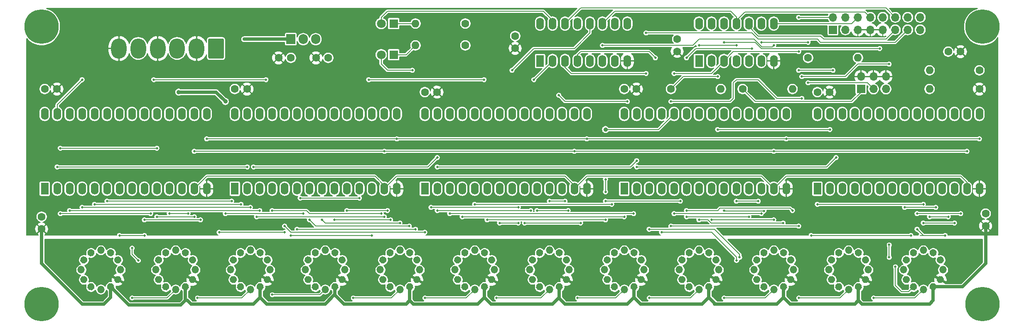
<source format=gbr>
%TF.GenerationSoftware,KiCad,Pcbnew,5.1.6-c6e7f7d~86~ubuntu20.04.1*%
%TF.CreationDate,2020-07-03T06:45:37-04:00*%
%TF.ProjectId,vfd-display,7666642d-6469-4737-906c-61792e6b6963,rev?*%
%TF.SameCoordinates,Original*%
%TF.FileFunction,Copper,L2,Bot*%
%TF.FilePolarity,Positive*%
%FSLAX46Y46*%
G04 Gerber Fmt 4.6, Leading zero omitted, Abs format (unit mm)*
G04 Created by KiCad (PCBNEW 5.1.6-c6e7f7d~86~ubuntu20.04.1) date 2020-07-03 06:45:37*
%MOMM*%
%LPD*%
G01*
G04 APERTURE LIST*
%TA.AperFunction,ComponentPad*%
%ADD10C,7.000000*%
%TD*%
%TA.AperFunction,ComponentPad*%
%ADD11C,1.600000*%
%TD*%
%TA.AperFunction,ComponentPad*%
%ADD12R,1.800000X1.800000*%
%TD*%
%TA.AperFunction,ComponentPad*%
%ADD13C,1.800000*%
%TD*%
%TA.AperFunction,ComponentPad*%
%ADD14R,1.700000X1.700000*%
%TD*%
%TA.AperFunction,ComponentPad*%
%ADD15O,1.700000X1.700000*%
%TD*%
%TA.AperFunction,ComponentPad*%
%ADD16O,3.160000X4.100000*%
%TD*%
%TA.AperFunction,ComponentPad*%
%ADD17O,1.600000X1.600000*%
%TD*%
%TA.AperFunction,ComponentPad*%
%ADD18O,1.500000X1.500000*%
%TD*%
%TA.AperFunction,ComponentPad*%
%ADD19O,1.600000X2.400000*%
%TD*%
%TA.AperFunction,ComponentPad*%
%ADD20R,1.600000X2.400000*%
%TD*%
%TA.AperFunction,ComponentPad*%
%ADD21R,1.905000X2.000000*%
%TD*%
%TA.AperFunction,ComponentPad*%
%ADD22O,1.905000X2.000000*%
%TD*%
%TA.AperFunction,ViaPad*%
%ADD23C,0.889000*%
%TD*%
%TA.AperFunction,ViaPad*%
%ADD24C,0.508000*%
%TD*%
%TA.AperFunction,Conductor*%
%ADD25C,0.635000*%
%TD*%
%TA.AperFunction,Conductor*%
%ADD26C,0.177800*%
%TD*%
%TA.AperFunction,Conductor*%
%ADD27C,0.254000*%
%TD*%
G04 APERTURE END LIST*
D10*
%TO.P,REF\u002A\u002A,1*%
%TO.N,N/C*%
X245745000Y-95885000D03*
%TD*%
%TO.P,REF\u002A\u002A,1*%
%TO.N,N/C*%
X245745000Y-39370000D03*
%TD*%
%TO.P,REF\u002A\u002A,1*%
%TO.N,N/C*%
X53975000Y-95885000D03*
%TD*%
%TO.P,REF\u002A\u002A,1*%
%TO.N,N/C*%
X53975000Y-39370000D03*
%TD*%
D11*
%TO.P,C1,2*%
%TO.N,GND*%
X95845000Y-52070000D03*
%TO.P,C1,1*%
%TO.N,+5V*%
X93345000Y-52070000D03*
%TD*%
%TO.P,C2,1*%
%TO.N,+5V*%
X54610000Y-52070000D03*
%TO.P,C2,2*%
%TO.N,GND*%
X57110000Y-52070000D03*
%TD*%
%TO.P,C3,2*%
%TO.N,GND*%
X53975000Y-80605000D03*
%TO.P,C3,1*%
%TO.N,VPP*%
X53975000Y-78105000D03*
%TD*%
%TO.P,C4,1*%
%TO.N,+2V5*%
X112395000Y-45720000D03*
%TO.P,C4,2*%
%TO.N,GND*%
X109895000Y-45720000D03*
%TD*%
%TO.P,C5,2*%
%TO.N,GND*%
X134580000Y-52705000D03*
%TO.P,C5,1*%
%TO.N,+5V*%
X132080000Y-52705000D03*
%TD*%
%TO.P,C6,1*%
%TO.N,VPP*%
X246380000Y-77470000D03*
%TO.P,C6,2*%
%TO.N,GND*%
X246380000Y-79970000D03*
%TD*%
%TO.P,C7,1*%
%TO.N,+5V*%
X172720000Y-52070000D03*
%TO.P,C7,2*%
%TO.N,GND*%
X175220000Y-52070000D03*
%TD*%
%TO.P,C8,2*%
%TO.N,GND*%
X241260000Y-44450000D03*
%TO.P,C8,1*%
%TO.N,/GRID*%
X238760000Y-44450000D03*
%TD*%
%TO.P,C9,1*%
%TO.N,+5V*%
X183515000Y-41910000D03*
%TO.P,C9,2*%
%TO.N,GND*%
X183515000Y-44410000D03*
%TD*%
%TO.P,C10,2*%
%TO.N,GND*%
X102275000Y-45720000D03*
%TO.P,C10,1*%
%TO.N,+1V2*%
X104775000Y-45720000D03*
%TD*%
%TO.P,C11,2*%
%TO.N,GND*%
X214590000Y-52705000D03*
%TO.P,C11,1*%
%TO.N,+5V*%
X212090000Y-52705000D03*
%TD*%
%TO.P,C12,1*%
%TO.N,+5V*%
X150495000Y-41275000D03*
%TO.P,C12,2*%
%TO.N,GND*%
X150495000Y-43775000D03*
%TD*%
D12*
%TO.P,D1,1*%
%TO.N,Net-(D1-Pad1)*%
X125730000Y-38735000D03*
D13*
%TO.P,D1,2*%
%TO.N,Net-(D1-Pad2)*%
X123190000Y-38735000D03*
%TD*%
%TO.P,D2,2*%
%TO.N,Net-(D2-Pad2)*%
X123190000Y-45085000D03*
D12*
%TO.P,D2,1*%
%TO.N,Net-(D2-Pad1)*%
X125730000Y-45085000D03*
%TD*%
D14*
%TO.P,J1,1*%
%TO.N,Net-(J1-Pad1)*%
X220980000Y-52070000D03*
D15*
%TO.P,J1,2*%
%TO.N,GND*%
X220980000Y-49530000D03*
%TO.P,J1,3*%
%TO.N,Net-(J1-Pad3)*%
X223520000Y-52070000D03*
%TO.P,J1,4*%
%TO.N,GND*%
X223520000Y-49530000D03*
%TO.P,J1,5*%
%TO.N,Net-(J1-Pad5)*%
X226060000Y-52070000D03*
%TO.P,J1,6*%
%TO.N,GND*%
X226060000Y-49530000D03*
%TD*%
%TO.P,J2,1*%
%TO.N,+5V*%
%TA.AperFunction,ComponentPad*%
G36*
G01*
X91115000Y-42015000D02*
X91115000Y-45615000D01*
G75*
G02*
X90865000Y-45865000I-250000J0D01*
G01*
X88205000Y-45865000D01*
G75*
G02*
X87955000Y-45615000I0J250000D01*
G01*
X87955000Y-42015000D01*
G75*
G02*
X88205000Y-41765000I250000J0D01*
G01*
X90865000Y-41765000D01*
G75*
G02*
X91115000Y-42015000I0J-250000D01*
G01*
G37*
%TD.AperFunction*%
D16*
%TO.P,J2,2*%
%TO.N,GND*%
X85575000Y-43815000D03*
%TO.P,J2,3*%
%TO.N,VPP*%
X81615000Y-43815000D03*
%TO.P,J2,4*%
%TO.N,GND*%
X77655000Y-43815000D03*
%TO.P,J2,5*%
%TO.N,+2V5*%
X73695000Y-43815000D03*
%TO.P,J2,6*%
%TO.N,GND*%
X69735000Y-43815000D03*
%TD*%
D14*
%TO.P,J3,1*%
%TO.N,+5V*%
X215265000Y-40005000D03*
D15*
%TO.P,J3,2*%
%TO.N,/D0*%
X215265000Y-37465000D03*
%TO.P,J3,3*%
%TO.N,+5V*%
X217805000Y-40005000D03*
%TO.P,J3,4*%
%TO.N,/D1*%
X217805000Y-37465000D03*
%TO.P,J3,5*%
%TO.N,GND*%
X220345000Y-40005000D03*
%TO.P,J3,6*%
%TO.N,/D2*%
X220345000Y-37465000D03*
%TO.P,J3,7*%
%TO.N,GND*%
X222885000Y-40005000D03*
%TO.P,J3,8*%
%TO.N,/D3*%
X222885000Y-37465000D03*
%TO.P,J3,9*%
%TO.N,GND*%
X225425000Y-40005000D03*
%TO.P,J3,10*%
%TO.N,/D4*%
X225425000Y-37465000D03*
%TO.P,J3,11*%
%TO.N,/nLED2*%
X227965000Y-40005000D03*
%TO.P,J3,12*%
%TO.N,/D5*%
X227965000Y-37465000D03*
%TO.P,J3,13*%
%TO.N,/nLED1*%
X230505000Y-40005000D03*
%TO.P,J3,14*%
%TO.N,/D6*%
X230505000Y-37465000D03*
%TO.P,J3,15*%
%TO.N,/A0*%
X233045000Y-40005000D03*
%TO.P,J3,16*%
%TO.N,/D7*%
X233045000Y-37465000D03*
%TD*%
D11*
%TO.P,R1,1*%
%TO.N,VPP*%
X245110000Y-48260000D03*
D17*
%TO.P,R1,2*%
%TO.N,/GRID*%
X234950000Y-48260000D03*
%TD*%
%TO.P,R2,2*%
%TO.N,/GRID*%
X234950000Y-52070000D03*
D11*
%TO.P,R2,1*%
%TO.N,GND*%
X245110000Y-52070000D03*
%TD*%
%TO.P,R3,1*%
%TO.N,Net-(J1-Pad1)*%
X196850000Y-52070000D03*
D17*
%TO.P,R3,2*%
%TO.N,+5V*%
X207010000Y-52070000D03*
%TD*%
D11*
%TO.P,R4,1*%
%TO.N,+5V*%
X140335000Y-38735000D03*
D17*
%TO.P,R4,2*%
%TO.N,Net-(D1-Pad1)*%
X130175000Y-38735000D03*
%TD*%
%TO.P,R5,2*%
%TO.N,+5V*%
X220345000Y-45720000D03*
D11*
%TO.P,R5,1*%
%TO.N,Net-(J1-Pad3)*%
X210185000Y-45720000D03*
%TD*%
%TO.P,R6,1*%
%TO.N,Net-(J1-Pad5)*%
X182245000Y-52070000D03*
D17*
%TO.P,R6,2*%
%TO.N,+5V*%
X192405000Y-52070000D03*
%TD*%
%TO.P,R7,2*%
%TO.N,Net-(D2-Pad1)*%
X130175000Y-43180000D03*
D11*
%TO.P,R7,1*%
%TO.N,+5V*%
X140335000Y-43180000D03*
%TD*%
D18*
%TO.P,U1,12*%
%TO.N,N/C*%
X138240000Y-88900000D03*
%TO.P,U1,11*%
%TO.N,Net-(U1-Pad11)*%
%TA.AperFunction,ComponentPad*%
G36*
G01*
X139425418Y-90525000D02*
X139425418Y-90525000D01*
G75*
G02*
X139150899Y-91549519I-649519J-375000D01*
G01*
X139150899Y-91549519D01*
G75*
G02*
X138126380Y-91275000I-375000J649519D01*
G01*
X138126380Y-91275000D01*
G75*
G02*
X138400899Y-90250481I649519J375000D01*
G01*
X138400899Y-90250481D01*
G75*
G02*
X139425418Y-90525000I375000J-649519D01*
G01*
G37*
%TD.AperFunction*%
%TO.P,U1,10*%
%TO.N,Net-(U1-Pad10)*%
%TA.AperFunction,ComponentPad*%
G36*
G01*
X140615000Y-91714582D02*
X140615000Y-91714582D01*
G75*
G02*
X140889519Y-92739101I-375000J-649519D01*
G01*
X140889519Y-92739101D01*
G75*
G02*
X139865000Y-93013620I-649519J375000D01*
G01*
X139865000Y-93013620D01*
G75*
G02*
X139590481Y-91989101I375000J649519D01*
G01*
X139590481Y-91989101D01*
G75*
G02*
X140615000Y-91714582I649519J-375000D01*
G01*
G37*
%TD.AperFunction*%
%TO.P,U1,9*%
%TO.N,/GRID*%
X142240000Y-92900000D03*
%TO.P,U1,8*%
%TO.N,GND*%
%TA.AperFunction,ComponentPad*%
G36*
G01*
X143864999Y-91714582D02*
X143864999Y-91714582D01*
G75*
G02*
X144889518Y-91989101I375000J-649519D01*
G01*
X144889518Y-91989101D01*
G75*
G02*
X144614999Y-93013620I-649519J-375000D01*
G01*
X144614999Y-93013620D01*
G75*
G02*
X143590480Y-92739101I-375000J649519D01*
G01*
X143590480Y-92739101D01*
G75*
G02*
X143864999Y-91714582I649519J375000D01*
G01*
G37*
%TD.AperFunction*%
%TO.P,U1,7*%
%TO.N,+1V2*%
%TA.AperFunction,ComponentPad*%
G36*
G01*
X145054582Y-90524999D02*
X145054582Y-90524999D01*
G75*
G02*
X146079101Y-90250480I649519J-375000D01*
G01*
X146079101Y-90250480D01*
G75*
G02*
X146353620Y-91274999I-375000J-649519D01*
G01*
X146353620Y-91274999D01*
G75*
G02*
X145329101Y-91549518I-649519J375000D01*
G01*
X145329101Y-91549518D01*
G75*
G02*
X145054582Y-90524999I375000J649519D01*
G01*
G37*
%TD.AperFunction*%
%TO.P,U1,6*%
%TO.N,Net-(U1-Pad6)*%
X146240000Y-88900000D03*
%TO.P,U1,5*%
%TO.N,Net-(U1-Pad5)*%
%TA.AperFunction,ComponentPad*%
G36*
G01*
X145054582Y-87275000D02*
X145054582Y-87275000D01*
G75*
G02*
X145329101Y-86250481I649519J375000D01*
G01*
X145329101Y-86250481D01*
G75*
G02*
X146353620Y-86525000I375000J-649519D01*
G01*
X146353620Y-86525000D01*
G75*
G02*
X146079101Y-87549519I-649519J-375000D01*
G01*
X146079101Y-87549519D01*
G75*
G02*
X145054582Y-87275000I-375000J649519D01*
G01*
G37*
%TD.AperFunction*%
%TO.P,U1,4*%
%TO.N,Net-(U1-Pad4)*%
%TA.AperFunction,ComponentPad*%
G36*
G01*
X143864999Y-86085418D02*
X143864999Y-86085418D01*
G75*
G02*
X143590480Y-85060899I375000J649519D01*
G01*
X143590480Y-85060899D01*
G75*
G02*
X144614999Y-84786380I649519J-375000D01*
G01*
X144614999Y-84786380D01*
G75*
G02*
X144889518Y-85810899I-375000J-649519D01*
G01*
X144889518Y-85810899D01*
G75*
G02*
X143864999Y-86085418I-649519J375000D01*
G01*
G37*
%TD.AperFunction*%
%TO.P,U1,3*%
%TO.N,Net-(U1-Pad3)*%
X142240000Y-84900000D03*
%TO.P,U1,2*%
%TO.N,Net-(U1-Pad2)*%
%TA.AperFunction,ComponentPad*%
G36*
G01*
X140615001Y-86085418D02*
X140615001Y-86085418D01*
G75*
G02*
X139590482Y-85810899I-375000J649519D01*
G01*
X139590482Y-85810899D01*
G75*
G02*
X139865001Y-84786380I649519J375000D01*
G01*
X139865001Y-84786380D01*
G75*
G02*
X140889520Y-85060899I375000J-649519D01*
G01*
X140889520Y-85060899D01*
G75*
G02*
X140615001Y-86085418I-649519J-375000D01*
G01*
G37*
%TD.AperFunction*%
%TO.P,U1,1*%
%TO.N,Net-(U1-Pad1)*%
%TA.AperFunction,ComponentPad*%
G36*
G01*
X139425418Y-87275000D02*
X139425418Y-87275000D01*
G75*
G02*
X138400899Y-87549519I-649519J375000D01*
G01*
X138400899Y-87549519D01*
G75*
G02*
X138126380Y-86525000I375000J649519D01*
G01*
X138126380Y-86525000D01*
G75*
G02*
X139150899Y-86250481I649519J-375000D01*
G01*
X139150899Y-86250481D01*
G75*
G02*
X139425418Y-87275000I-375000J-649519D01*
G01*
G37*
%TD.AperFunction*%
%TD*%
%TO.P,U2,12*%
%TO.N,N/C*%
X62040000Y-88900000D03*
%TO.P,U2,11*%
%TO.N,Net-(U2-Pad11)*%
%TA.AperFunction,ComponentPad*%
G36*
G01*
X63225418Y-90525000D02*
X63225418Y-90525000D01*
G75*
G02*
X62950899Y-91549519I-649519J-375000D01*
G01*
X62950899Y-91549519D01*
G75*
G02*
X61926380Y-91275000I-375000J649519D01*
G01*
X61926380Y-91275000D01*
G75*
G02*
X62200899Y-90250481I649519J375000D01*
G01*
X62200899Y-90250481D01*
G75*
G02*
X63225418Y-90525000I375000J-649519D01*
G01*
G37*
%TD.AperFunction*%
%TO.P,U2,10*%
%TO.N,Net-(U2-Pad10)*%
%TA.AperFunction,ComponentPad*%
G36*
G01*
X64415000Y-91714582D02*
X64415000Y-91714582D01*
G75*
G02*
X64689519Y-92739101I-375000J-649519D01*
G01*
X64689519Y-92739101D01*
G75*
G02*
X63665000Y-93013620I-649519J375000D01*
G01*
X63665000Y-93013620D01*
G75*
G02*
X63390481Y-91989101I375000J649519D01*
G01*
X63390481Y-91989101D01*
G75*
G02*
X64415000Y-91714582I649519J-375000D01*
G01*
G37*
%TD.AperFunction*%
%TO.P,U2,9*%
%TO.N,/GRID*%
X66040000Y-92900000D03*
%TO.P,U2,8*%
%TO.N,GND*%
%TA.AperFunction,ComponentPad*%
G36*
G01*
X67664999Y-91714582D02*
X67664999Y-91714582D01*
G75*
G02*
X68689518Y-91989101I375000J-649519D01*
G01*
X68689518Y-91989101D01*
G75*
G02*
X68414999Y-93013620I-649519J-375000D01*
G01*
X68414999Y-93013620D01*
G75*
G02*
X67390480Y-92739101I-375000J649519D01*
G01*
X67390480Y-92739101D01*
G75*
G02*
X67664999Y-91714582I649519J375000D01*
G01*
G37*
%TD.AperFunction*%
%TO.P,U2,7*%
%TO.N,+1V2*%
%TA.AperFunction,ComponentPad*%
G36*
G01*
X68854582Y-90524999D02*
X68854582Y-90524999D01*
G75*
G02*
X69879101Y-90250480I649519J-375000D01*
G01*
X69879101Y-90250480D01*
G75*
G02*
X70153620Y-91274999I-375000J-649519D01*
G01*
X70153620Y-91274999D01*
G75*
G02*
X69129101Y-91549518I-649519J375000D01*
G01*
X69129101Y-91549518D01*
G75*
G02*
X68854582Y-90524999I375000J649519D01*
G01*
G37*
%TD.AperFunction*%
%TO.P,U2,6*%
%TO.N,Net-(U2-Pad6)*%
X70040000Y-88900000D03*
%TO.P,U2,5*%
%TO.N,Net-(U2-Pad5)*%
%TA.AperFunction,ComponentPad*%
G36*
G01*
X68854582Y-87275000D02*
X68854582Y-87275000D01*
G75*
G02*
X69129101Y-86250481I649519J375000D01*
G01*
X69129101Y-86250481D01*
G75*
G02*
X70153620Y-86525000I375000J-649519D01*
G01*
X70153620Y-86525000D01*
G75*
G02*
X69879101Y-87549519I-649519J-375000D01*
G01*
X69879101Y-87549519D01*
G75*
G02*
X68854582Y-87275000I-375000J649519D01*
G01*
G37*
%TD.AperFunction*%
%TO.P,U2,4*%
%TO.N,Net-(U2-Pad4)*%
%TA.AperFunction,ComponentPad*%
G36*
G01*
X67664999Y-86085418D02*
X67664999Y-86085418D01*
G75*
G02*
X67390480Y-85060899I375000J649519D01*
G01*
X67390480Y-85060899D01*
G75*
G02*
X68414999Y-84786380I649519J-375000D01*
G01*
X68414999Y-84786380D01*
G75*
G02*
X68689518Y-85810899I-375000J-649519D01*
G01*
X68689518Y-85810899D01*
G75*
G02*
X67664999Y-86085418I-649519J375000D01*
G01*
G37*
%TD.AperFunction*%
%TO.P,U2,3*%
%TO.N,Net-(U2-Pad3)*%
X66040000Y-84900000D03*
%TO.P,U2,2*%
%TO.N,Net-(U2-Pad2)*%
%TA.AperFunction,ComponentPad*%
G36*
G01*
X64415001Y-86085418D02*
X64415001Y-86085418D01*
G75*
G02*
X63390482Y-85810899I-375000J649519D01*
G01*
X63390482Y-85810899D01*
G75*
G02*
X63665001Y-84786380I649519J375000D01*
G01*
X63665001Y-84786380D01*
G75*
G02*
X64689520Y-85060899I375000J-649519D01*
G01*
X64689520Y-85060899D01*
G75*
G02*
X64415001Y-86085418I-649519J-375000D01*
G01*
G37*
%TD.AperFunction*%
%TO.P,U2,1*%
%TO.N,Net-(U2-Pad1)*%
%TA.AperFunction,ComponentPad*%
G36*
G01*
X63225418Y-87275000D02*
X63225418Y-87275000D01*
G75*
G02*
X62200899Y-87549519I-649519J375000D01*
G01*
X62200899Y-87549519D01*
G75*
G02*
X61926380Y-86525000I375000J649519D01*
G01*
X61926380Y-86525000D01*
G75*
G02*
X62950899Y-86250481I649519J-375000D01*
G01*
X62950899Y-86250481D01*
G75*
G02*
X63225418Y-87275000I-375000J-649519D01*
G01*
G37*
%TD.AperFunction*%
%TD*%
D19*
%TO.P,U3,28*%
%TO.N,+5V*%
X132080000Y-57150000D03*
%TO.P,U3,14*%
%TO.N,GND*%
X165100000Y-72390000D03*
%TO.P,U3,27*%
%TO.N,Net-(U12-Pad2)*%
X134620000Y-57150000D03*
%TO.P,U3,13*%
%TO.N,/BL*%
X162560000Y-72390000D03*
%TO.P,U3,26*%
%TO.N,Net-(U1-Pad1)*%
X137160000Y-57150000D03*
%TO.P,U3,12*%
%TO.N,Net-(U3-Pad12)*%
X160020000Y-72390000D03*
%TO.P,U3,25*%
%TO.N,Net-(U1-Pad2)*%
X139700000Y-57150000D03*
%TO.P,U3,11*%
%TO.N,Net-(U3-Pad11)*%
X157480000Y-72390000D03*
%TO.P,U3,24*%
%TO.N,Net-(U1-Pad3)*%
X142240000Y-57150000D03*
%TO.P,U3,10*%
%TO.N,Net-(U3-Pad10)*%
X154940000Y-72390000D03*
%TO.P,U3,23*%
%TO.N,Net-(U1-Pad4)*%
X144780000Y-57150000D03*
%TO.P,U3,9*%
%TO.N,Net-(U3-Pad9)*%
X152400000Y-72390000D03*
%TO.P,U3,22*%
%TO.N,Net-(U1-Pad5)*%
X147320000Y-57150000D03*
%TO.P,U3,8*%
%TO.N,Net-(U3-Pad8)*%
X149860000Y-72390000D03*
%TO.P,U3,21*%
%TO.N,Net-(U1-Pad6)*%
X149860000Y-57150000D03*
%TO.P,U3,7*%
%TO.N,Net-(U3-Pad7)*%
X147320000Y-72390000D03*
%TO.P,U3,20*%
%TO.N,Net-(U1-Pad10)*%
X152400000Y-57150000D03*
%TO.P,U3,6*%
%TO.N,Net-(U3-Pad6)*%
X144780000Y-72390000D03*
%TO.P,U3,19*%
%TO.N,Net-(U1-Pad11)*%
X154940000Y-57150000D03*
%TO.P,U3,5*%
%TO.N,Net-(U3-Pad5)*%
X142240000Y-72390000D03*
%TO.P,U3,18*%
%TO.N,Net-(U3-Pad18)*%
X157480000Y-57150000D03*
%TO.P,U3,4*%
%TO.N,Net-(U3-Pad4)*%
X139700000Y-72390000D03*
%TO.P,U3,17*%
%TO.N,Net-(U3-Pad17)*%
X160020000Y-57150000D03*
%TO.P,U3,3*%
%TO.N,Net-(U3-Pad3)*%
X137160000Y-72390000D03*
%TO.P,U3,16*%
%TO.N,/STB*%
X162560000Y-57150000D03*
%TO.P,U3,2*%
%TO.N,Net-(U11-Pad27)*%
X134620000Y-72390000D03*
%TO.P,U3,15*%
%TO.N,/CLK*%
X165100000Y-57150000D03*
D20*
%TO.P,U3,1*%
%TO.N,VPP*%
X132080000Y-72390000D03*
%TD*%
D19*
%TO.P,U4,28*%
%TO.N,+5V*%
X54610000Y-57150000D03*
%TO.P,U4,14*%
%TO.N,GND*%
X87630000Y-72390000D03*
%TO.P,U4,27*%
%TO.N,/DIN*%
X57150000Y-57150000D03*
%TO.P,U4,13*%
%TO.N,/BL*%
X85090000Y-72390000D03*
%TO.P,U4,26*%
%TO.N,Net-(U2-Pad1)*%
X59690000Y-57150000D03*
%TO.P,U4,12*%
%TO.N,Net-(U4-Pad12)*%
X82550000Y-72390000D03*
%TO.P,U4,25*%
%TO.N,Net-(U2-Pad2)*%
X62230000Y-57150000D03*
%TO.P,U4,11*%
%TO.N,Net-(U4-Pad11)*%
X80010000Y-72390000D03*
%TO.P,U4,24*%
%TO.N,Net-(U2-Pad3)*%
X64770000Y-57150000D03*
%TO.P,U4,10*%
%TO.N,Net-(U4-Pad10)*%
X77470000Y-72390000D03*
%TO.P,U4,23*%
%TO.N,Net-(U2-Pad4)*%
X67310000Y-57150000D03*
%TO.P,U4,9*%
%TO.N,Net-(U4-Pad9)*%
X74930000Y-72390000D03*
%TO.P,U4,22*%
%TO.N,Net-(U2-Pad5)*%
X69850000Y-57150000D03*
%TO.P,U4,8*%
%TO.N,Net-(U4-Pad8)*%
X72390000Y-72390000D03*
%TO.P,U4,21*%
%TO.N,Net-(U2-Pad6)*%
X72390000Y-57150000D03*
%TO.P,U4,7*%
%TO.N,Net-(U4-Pad7)*%
X69850000Y-72390000D03*
%TO.P,U4,20*%
%TO.N,Net-(U2-Pad10)*%
X74930000Y-57150000D03*
%TO.P,U4,6*%
%TO.N,Net-(U4-Pad6)*%
X67310000Y-72390000D03*
%TO.P,U4,19*%
%TO.N,Net-(U2-Pad11)*%
X77470000Y-57150000D03*
%TO.P,U4,5*%
%TO.N,Net-(U4-Pad5)*%
X64770000Y-72390000D03*
%TO.P,U4,18*%
%TO.N,Net-(U4-Pad18)*%
X80010000Y-57150000D03*
%TO.P,U4,4*%
%TO.N,Net-(U4-Pad4)*%
X62230000Y-72390000D03*
%TO.P,U4,17*%
%TO.N,Net-(U4-Pad17)*%
X82550000Y-57150000D03*
%TO.P,U4,3*%
%TO.N,Net-(U4-Pad3)*%
X59690000Y-72390000D03*
%TO.P,U4,16*%
%TO.N,/STB*%
X85090000Y-57150000D03*
%TO.P,U4,2*%
%TO.N,Net-(U12-Pad27)*%
X57150000Y-72390000D03*
%TO.P,U4,15*%
%TO.N,/CLK*%
X87630000Y-57150000D03*
D20*
%TO.P,U4,1*%
%TO.N,VPP*%
X54610000Y-72390000D03*
%TD*%
%TO.P,U5,1*%
%TO.N,Net-(U3-Pad18)*%
%TA.AperFunction,ComponentPad*%
G36*
G01*
X154665418Y-87275000D02*
X154665418Y-87275000D01*
G75*
G02*
X153640899Y-87549519I-649519J375000D01*
G01*
X153640899Y-87549519D01*
G75*
G02*
X153366380Y-86525000I375000J649519D01*
G01*
X153366380Y-86525000D01*
G75*
G02*
X154390899Y-86250481I649519J-375000D01*
G01*
X154390899Y-86250481D01*
G75*
G02*
X154665418Y-87275000I-375000J-649519D01*
G01*
G37*
%TD.AperFunction*%
%TO.P,U5,2*%
%TO.N,Net-(U3-Pad17)*%
%TA.AperFunction,ComponentPad*%
G36*
G01*
X155855001Y-86085418D02*
X155855001Y-86085418D01*
G75*
G02*
X154830482Y-85810899I-375000J649519D01*
G01*
X154830482Y-85810899D01*
G75*
G02*
X155105001Y-84786380I649519J375000D01*
G01*
X155105001Y-84786380D01*
G75*
G02*
X156129520Y-85060899I375000J-649519D01*
G01*
X156129520Y-85060899D01*
G75*
G02*
X155855001Y-86085418I-649519J-375000D01*
G01*
G37*
%TD.AperFunction*%
D18*
%TO.P,U5,3*%
%TO.N,Net-(U3-Pad12)*%
X157480000Y-84900000D03*
%TO.P,U5,4*%
%TO.N,Net-(U3-Pad11)*%
%TA.AperFunction,ComponentPad*%
G36*
G01*
X159104999Y-86085418D02*
X159104999Y-86085418D01*
G75*
G02*
X158830480Y-85060899I375000J649519D01*
G01*
X158830480Y-85060899D01*
G75*
G02*
X159854999Y-84786380I649519J-375000D01*
G01*
X159854999Y-84786380D01*
G75*
G02*
X160129518Y-85810899I-375000J-649519D01*
G01*
X160129518Y-85810899D01*
G75*
G02*
X159104999Y-86085418I-649519J375000D01*
G01*
G37*
%TD.AperFunction*%
%TO.P,U5,5*%
%TO.N,Net-(U3-Pad10)*%
%TA.AperFunction,ComponentPad*%
G36*
G01*
X160294582Y-87275000D02*
X160294582Y-87275000D01*
G75*
G02*
X160569101Y-86250481I649519J375000D01*
G01*
X160569101Y-86250481D01*
G75*
G02*
X161593620Y-86525000I375000J-649519D01*
G01*
X161593620Y-86525000D01*
G75*
G02*
X161319101Y-87549519I-649519J-375000D01*
G01*
X161319101Y-87549519D01*
G75*
G02*
X160294582Y-87275000I-375000J649519D01*
G01*
G37*
%TD.AperFunction*%
%TO.P,U5,6*%
%TO.N,Net-(U3-Pad9)*%
X161480000Y-88900000D03*
%TO.P,U5,7*%
%TO.N,+1V2*%
%TA.AperFunction,ComponentPad*%
G36*
G01*
X160294582Y-90524999D02*
X160294582Y-90524999D01*
G75*
G02*
X161319101Y-90250480I649519J-375000D01*
G01*
X161319101Y-90250480D01*
G75*
G02*
X161593620Y-91274999I-375000J-649519D01*
G01*
X161593620Y-91274999D01*
G75*
G02*
X160569101Y-91549518I-649519J375000D01*
G01*
X160569101Y-91549518D01*
G75*
G02*
X160294582Y-90524999I375000J649519D01*
G01*
G37*
%TD.AperFunction*%
%TO.P,U5,8*%
%TO.N,GND*%
%TA.AperFunction,ComponentPad*%
G36*
G01*
X159104999Y-91714582D02*
X159104999Y-91714582D01*
G75*
G02*
X160129518Y-91989101I375000J-649519D01*
G01*
X160129518Y-91989101D01*
G75*
G02*
X159854999Y-93013620I-649519J-375000D01*
G01*
X159854999Y-93013620D01*
G75*
G02*
X158830480Y-92739101I-375000J649519D01*
G01*
X158830480Y-92739101D01*
G75*
G02*
X159104999Y-91714582I649519J375000D01*
G01*
G37*
%TD.AperFunction*%
%TO.P,U5,9*%
%TO.N,/GRID*%
X157480000Y-92900000D03*
%TO.P,U5,10*%
%TO.N,Net-(U3-Pad8)*%
%TA.AperFunction,ComponentPad*%
G36*
G01*
X155855000Y-91714582D02*
X155855000Y-91714582D01*
G75*
G02*
X156129519Y-92739101I-375000J-649519D01*
G01*
X156129519Y-92739101D01*
G75*
G02*
X155105000Y-93013620I-649519J375000D01*
G01*
X155105000Y-93013620D01*
G75*
G02*
X154830481Y-91989101I375000J649519D01*
G01*
X154830481Y-91989101D01*
G75*
G02*
X155855000Y-91714582I649519J-375000D01*
G01*
G37*
%TD.AperFunction*%
%TO.P,U5,11*%
%TO.N,Net-(U3-Pad7)*%
%TA.AperFunction,ComponentPad*%
G36*
G01*
X154665418Y-90525000D02*
X154665418Y-90525000D01*
G75*
G02*
X154390899Y-91549519I-649519J-375000D01*
G01*
X154390899Y-91549519D01*
G75*
G02*
X153366380Y-91275000I-375000J649519D01*
G01*
X153366380Y-91275000D01*
G75*
G02*
X153640899Y-90250481I649519J375000D01*
G01*
X153640899Y-90250481D01*
G75*
G02*
X154665418Y-90525000I375000J-649519D01*
G01*
G37*
%TD.AperFunction*%
%TO.P,U5,12*%
%TO.N,N/C*%
X153480000Y-88900000D03*
%TD*%
%TO.P,U6,12*%
%TO.N,N/C*%
X77280000Y-88900000D03*
%TO.P,U6,11*%
%TO.N,Net-(U4-Pad7)*%
%TA.AperFunction,ComponentPad*%
G36*
G01*
X78465418Y-90525000D02*
X78465418Y-90525000D01*
G75*
G02*
X78190899Y-91549519I-649519J-375000D01*
G01*
X78190899Y-91549519D01*
G75*
G02*
X77166380Y-91275000I-375000J649519D01*
G01*
X77166380Y-91275000D01*
G75*
G02*
X77440899Y-90250481I649519J375000D01*
G01*
X77440899Y-90250481D01*
G75*
G02*
X78465418Y-90525000I375000J-649519D01*
G01*
G37*
%TD.AperFunction*%
%TO.P,U6,10*%
%TO.N,Net-(U4-Pad8)*%
%TA.AperFunction,ComponentPad*%
G36*
G01*
X79655000Y-91714582D02*
X79655000Y-91714582D01*
G75*
G02*
X79929519Y-92739101I-375000J-649519D01*
G01*
X79929519Y-92739101D01*
G75*
G02*
X78905000Y-93013620I-649519J375000D01*
G01*
X78905000Y-93013620D01*
G75*
G02*
X78630481Y-91989101I375000J649519D01*
G01*
X78630481Y-91989101D01*
G75*
G02*
X79655000Y-91714582I649519J-375000D01*
G01*
G37*
%TD.AperFunction*%
%TO.P,U6,9*%
%TO.N,/GRID*%
X81280000Y-92900000D03*
%TO.P,U6,8*%
%TO.N,GND*%
%TA.AperFunction,ComponentPad*%
G36*
G01*
X82904999Y-91714582D02*
X82904999Y-91714582D01*
G75*
G02*
X83929518Y-91989101I375000J-649519D01*
G01*
X83929518Y-91989101D01*
G75*
G02*
X83654999Y-93013620I-649519J-375000D01*
G01*
X83654999Y-93013620D01*
G75*
G02*
X82630480Y-92739101I-375000J649519D01*
G01*
X82630480Y-92739101D01*
G75*
G02*
X82904999Y-91714582I649519J375000D01*
G01*
G37*
%TD.AperFunction*%
%TO.P,U6,7*%
%TO.N,+1V2*%
%TA.AperFunction,ComponentPad*%
G36*
G01*
X84094582Y-90524999D02*
X84094582Y-90524999D01*
G75*
G02*
X85119101Y-90250480I649519J-375000D01*
G01*
X85119101Y-90250480D01*
G75*
G02*
X85393620Y-91274999I-375000J-649519D01*
G01*
X85393620Y-91274999D01*
G75*
G02*
X84369101Y-91549518I-649519J375000D01*
G01*
X84369101Y-91549518D01*
G75*
G02*
X84094582Y-90524999I375000J649519D01*
G01*
G37*
%TD.AperFunction*%
%TO.P,U6,6*%
%TO.N,Net-(U4-Pad9)*%
X85280000Y-88900000D03*
%TO.P,U6,5*%
%TO.N,Net-(U4-Pad10)*%
%TA.AperFunction,ComponentPad*%
G36*
G01*
X84094582Y-87275000D02*
X84094582Y-87275000D01*
G75*
G02*
X84369101Y-86250481I649519J375000D01*
G01*
X84369101Y-86250481D01*
G75*
G02*
X85393620Y-86525000I375000J-649519D01*
G01*
X85393620Y-86525000D01*
G75*
G02*
X85119101Y-87549519I-649519J-375000D01*
G01*
X85119101Y-87549519D01*
G75*
G02*
X84094582Y-87275000I-375000J649519D01*
G01*
G37*
%TD.AperFunction*%
%TO.P,U6,4*%
%TO.N,Net-(U4-Pad11)*%
%TA.AperFunction,ComponentPad*%
G36*
G01*
X82904999Y-86085418D02*
X82904999Y-86085418D01*
G75*
G02*
X82630480Y-85060899I375000J649519D01*
G01*
X82630480Y-85060899D01*
G75*
G02*
X83654999Y-84786380I649519J-375000D01*
G01*
X83654999Y-84786380D01*
G75*
G02*
X83929518Y-85810899I-375000J-649519D01*
G01*
X83929518Y-85810899D01*
G75*
G02*
X82904999Y-86085418I-649519J375000D01*
G01*
G37*
%TD.AperFunction*%
%TO.P,U6,3*%
%TO.N,Net-(U4-Pad12)*%
X81280000Y-84900000D03*
%TO.P,U6,2*%
%TO.N,Net-(U4-Pad17)*%
%TA.AperFunction,ComponentPad*%
G36*
G01*
X79655001Y-86085418D02*
X79655001Y-86085418D01*
G75*
G02*
X78630482Y-85810899I-375000J649519D01*
G01*
X78630482Y-85810899D01*
G75*
G02*
X78905001Y-84786380I649519J375000D01*
G01*
X78905001Y-84786380D01*
G75*
G02*
X79929520Y-85060899I375000J-649519D01*
G01*
X79929520Y-85060899D01*
G75*
G02*
X79655001Y-86085418I-649519J-375000D01*
G01*
G37*
%TD.AperFunction*%
%TO.P,U6,1*%
%TO.N,Net-(U4-Pad18)*%
%TA.AperFunction,ComponentPad*%
G36*
G01*
X78465418Y-87275000D02*
X78465418Y-87275000D01*
G75*
G02*
X77440899Y-87549519I-649519J375000D01*
G01*
X77440899Y-87549519D01*
G75*
G02*
X77166380Y-86525000I375000J649519D01*
G01*
X77166380Y-86525000D01*
G75*
G02*
X78190899Y-86250481I649519J-375000D01*
G01*
X78190899Y-86250481D01*
G75*
G02*
X78465418Y-87275000I-375000J-649519D01*
G01*
G37*
%TD.AperFunction*%
%TD*%
%TO.P,U7,1*%
%TO.N,Net-(U3-Pad6)*%
%TA.AperFunction,ComponentPad*%
G36*
G01*
X169905418Y-87275000D02*
X169905418Y-87275000D01*
G75*
G02*
X168880899Y-87549519I-649519J375000D01*
G01*
X168880899Y-87549519D01*
G75*
G02*
X168606380Y-86525000I375000J649519D01*
G01*
X168606380Y-86525000D01*
G75*
G02*
X169630899Y-86250481I649519J-375000D01*
G01*
X169630899Y-86250481D01*
G75*
G02*
X169905418Y-87275000I-375000J-649519D01*
G01*
G37*
%TD.AperFunction*%
%TO.P,U7,2*%
%TO.N,Net-(U3-Pad5)*%
%TA.AperFunction,ComponentPad*%
G36*
G01*
X171095001Y-86085418D02*
X171095001Y-86085418D01*
G75*
G02*
X170070482Y-85810899I-375000J649519D01*
G01*
X170070482Y-85810899D01*
G75*
G02*
X170345001Y-84786380I649519J375000D01*
G01*
X170345001Y-84786380D01*
G75*
G02*
X171369520Y-85060899I375000J-649519D01*
G01*
X171369520Y-85060899D01*
G75*
G02*
X171095001Y-86085418I-649519J-375000D01*
G01*
G37*
%TD.AperFunction*%
%TO.P,U7,3*%
%TO.N,Net-(U3-Pad4)*%
X172720000Y-84900000D03*
%TO.P,U7,4*%
%TO.N,Net-(U3-Pad3)*%
%TA.AperFunction,ComponentPad*%
G36*
G01*
X174344999Y-86085418D02*
X174344999Y-86085418D01*
G75*
G02*
X174070480Y-85060899I375000J649519D01*
G01*
X174070480Y-85060899D01*
G75*
G02*
X175094999Y-84786380I649519J-375000D01*
G01*
X175094999Y-84786380D01*
G75*
G02*
X175369518Y-85810899I-375000J-649519D01*
G01*
X175369518Y-85810899D01*
G75*
G02*
X174344999Y-86085418I-649519J375000D01*
G01*
G37*
%TD.AperFunction*%
%TO.P,U7,5*%
%TO.N,Net-(U11-Pad26)*%
%TA.AperFunction,ComponentPad*%
G36*
G01*
X175534582Y-87275000D02*
X175534582Y-87275000D01*
G75*
G02*
X175809101Y-86250481I649519J375000D01*
G01*
X175809101Y-86250481D01*
G75*
G02*
X176833620Y-86525000I375000J-649519D01*
G01*
X176833620Y-86525000D01*
G75*
G02*
X176559101Y-87549519I-649519J-375000D01*
G01*
X176559101Y-87549519D01*
G75*
G02*
X175534582Y-87275000I-375000J649519D01*
G01*
G37*
%TD.AperFunction*%
%TO.P,U7,6*%
%TO.N,Net-(U11-Pad25)*%
X176720000Y-88900000D03*
%TO.P,U7,7*%
%TO.N,+1V2*%
%TA.AperFunction,ComponentPad*%
G36*
G01*
X175534582Y-90524999D02*
X175534582Y-90524999D01*
G75*
G02*
X176559101Y-90250480I649519J-375000D01*
G01*
X176559101Y-90250480D01*
G75*
G02*
X176833620Y-91274999I-375000J-649519D01*
G01*
X176833620Y-91274999D01*
G75*
G02*
X175809101Y-91549518I-649519J375000D01*
G01*
X175809101Y-91549518D01*
G75*
G02*
X175534582Y-90524999I375000J649519D01*
G01*
G37*
%TD.AperFunction*%
%TO.P,U7,8*%
%TO.N,GND*%
%TA.AperFunction,ComponentPad*%
G36*
G01*
X174344999Y-91714582D02*
X174344999Y-91714582D01*
G75*
G02*
X175369518Y-91989101I375000J-649519D01*
G01*
X175369518Y-91989101D01*
G75*
G02*
X175094999Y-93013620I-649519J-375000D01*
G01*
X175094999Y-93013620D01*
G75*
G02*
X174070480Y-92739101I-375000J649519D01*
G01*
X174070480Y-92739101D01*
G75*
G02*
X174344999Y-91714582I649519J375000D01*
G01*
G37*
%TD.AperFunction*%
%TO.P,U7,9*%
%TO.N,/GRID*%
X172720000Y-92900000D03*
%TO.P,U7,10*%
%TO.N,Net-(U11-Pad24)*%
%TA.AperFunction,ComponentPad*%
G36*
G01*
X171095000Y-91714582D02*
X171095000Y-91714582D01*
G75*
G02*
X171369519Y-92739101I-375000J-649519D01*
G01*
X171369519Y-92739101D01*
G75*
G02*
X170345000Y-93013620I-649519J375000D01*
G01*
X170345000Y-93013620D01*
G75*
G02*
X170070481Y-91989101I375000J649519D01*
G01*
X170070481Y-91989101D01*
G75*
G02*
X171095000Y-91714582I649519J-375000D01*
G01*
G37*
%TD.AperFunction*%
%TO.P,U7,11*%
%TO.N,Net-(U11-Pad23)*%
%TA.AperFunction,ComponentPad*%
G36*
G01*
X169905418Y-90525000D02*
X169905418Y-90525000D01*
G75*
G02*
X169630899Y-91549519I-649519J-375000D01*
G01*
X169630899Y-91549519D01*
G75*
G02*
X168606380Y-91275000I-375000J649519D01*
G01*
X168606380Y-91275000D01*
G75*
G02*
X168880899Y-90250481I649519J375000D01*
G01*
X168880899Y-90250481D01*
G75*
G02*
X169905418Y-90525000I375000J-649519D01*
G01*
G37*
%TD.AperFunction*%
%TO.P,U7,12*%
%TO.N,N/C*%
X168720000Y-88900000D03*
%TD*%
%TO.P,U8,1*%
%TO.N,Net-(U4-Pad6)*%
%TA.AperFunction,ComponentPad*%
G36*
G01*
X93705418Y-87275000D02*
X93705418Y-87275000D01*
G75*
G02*
X92680899Y-87549519I-649519J375000D01*
G01*
X92680899Y-87549519D01*
G75*
G02*
X92406380Y-86525000I375000J649519D01*
G01*
X92406380Y-86525000D01*
G75*
G02*
X93430899Y-86250481I649519J-375000D01*
G01*
X93430899Y-86250481D01*
G75*
G02*
X93705418Y-87275000I-375000J-649519D01*
G01*
G37*
%TD.AperFunction*%
%TO.P,U8,2*%
%TO.N,Net-(U4-Pad5)*%
%TA.AperFunction,ComponentPad*%
G36*
G01*
X94895001Y-86085418D02*
X94895001Y-86085418D01*
G75*
G02*
X93870482Y-85810899I-375000J649519D01*
G01*
X93870482Y-85810899D01*
G75*
G02*
X94145001Y-84786380I649519J375000D01*
G01*
X94145001Y-84786380D01*
G75*
G02*
X95169520Y-85060899I375000J-649519D01*
G01*
X95169520Y-85060899D01*
G75*
G02*
X94895001Y-86085418I-649519J-375000D01*
G01*
G37*
%TD.AperFunction*%
%TO.P,U8,3*%
%TO.N,Net-(U4-Pad4)*%
X96520000Y-84900000D03*
%TO.P,U8,4*%
%TO.N,Net-(U4-Pad3)*%
%TA.AperFunction,ComponentPad*%
G36*
G01*
X98144999Y-86085418D02*
X98144999Y-86085418D01*
G75*
G02*
X97870480Y-85060899I375000J649519D01*
G01*
X97870480Y-85060899D01*
G75*
G02*
X98894999Y-84786380I649519J-375000D01*
G01*
X98894999Y-84786380D01*
G75*
G02*
X99169518Y-85810899I-375000J-649519D01*
G01*
X99169518Y-85810899D01*
G75*
G02*
X98144999Y-86085418I-649519J375000D01*
G01*
G37*
%TD.AperFunction*%
%TO.P,U8,5*%
%TO.N,Net-(U12-Pad26)*%
%TA.AperFunction,ComponentPad*%
G36*
G01*
X99334582Y-87275000D02*
X99334582Y-87275000D01*
G75*
G02*
X99609101Y-86250481I649519J375000D01*
G01*
X99609101Y-86250481D01*
G75*
G02*
X100633620Y-86525000I375000J-649519D01*
G01*
X100633620Y-86525000D01*
G75*
G02*
X100359101Y-87549519I-649519J-375000D01*
G01*
X100359101Y-87549519D01*
G75*
G02*
X99334582Y-87275000I-375000J649519D01*
G01*
G37*
%TD.AperFunction*%
%TO.P,U8,6*%
%TO.N,Net-(U12-Pad25)*%
X100520000Y-88900000D03*
%TO.P,U8,7*%
%TO.N,+1V2*%
%TA.AperFunction,ComponentPad*%
G36*
G01*
X99334582Y-90524999D02*
X99334582Y-90524999D01*
G75*
G02*
X100359101Y-90250480I649519J-375000D01*
G01*
X100359101Y-90250480D01*
G75*
G02*
X100633620Y-91274999I-375000J-649519D01*
G01*
X100633620Y-91274999D01*
G75*
G02*
X99609101Y-91549518I-649519J375000D01*
G01*
X99609101Y-91549518D01*
G75*
G02*
X99334582Y-90524999I375000J649519D01*
G01*
G37*
%TD.AperFunction*%
%TO.P,U8,8*%
%TO.N,GND*%
%TA.AperFunction,ComponentPad*%
G36*
G01*
X98144999Y-91714582D02*
X98144999Y-91714582D01*
G75*
G02*
X99169518Y-91989101I375000J-649519D01*
G01*
X99169518Y-91989101D01*
G75*
G02*
X98894999Y-93013620I-649519J-375000D01*
G01*
X98894999Y-93013620D01*
G75*
G02*
X97870480Y-92739101I-375000J649519D01*
G01*
X97870480Y-92739101D01*
G75*
G02*
X98144999Y-91714582I649519J375000D01*
G01*
G37*
%TD.AperFunction*%
%TO.P,U8,9*%
%TO.N,/GRID*%
X96520000Y-92900000D03*
%TO.P,U8,10*%
%TO.N,Net-(U12-Pad24)*%
%TA.AperFunction,ComponentPad*%
G36*
G01*
X94895000Y-91714582D02*
X94895000Y-91714582D01*
G75*
G02*
X95169519Y-92739101I-375000J-649519D01*
G01*
X95169519Y-92739101D01*
G75*
G02*
X94145000Y-93013620I-649519J375000D01*
G01*
X94145000Y-93013620D01*
G75*
G02*
X93870481Y-91989101I375000J649519D01*
G01*
X93870481Y-91989101D01*
G75*
G02*
X94895000Y-91714582I649519J-375000D01*
G01*
G37*
%TD.AperFunction*%
%TO.P,U8,11*%
%TO.N,Net-(U12-Pad23)*%
%TA.AperFunction,ComponentPad*%
G36*
G01*
X93705418Y-90525000D02*
X93705418Y-90525000D01*
G75*
G02*
X93430899Y-91549519I-649519J-375000D01*
G01*
X93430899Y-91549519D01*
G75*
G02*
X92406380Y-91275000I-375000J649519D01*
G01*
X92406380Y-91275000D01*
G75*
G02*
X92680899Y-90250481I649519J375000D01*
G01*
X92680899Y-90250481D01*
G75*
G02*
X93705418Y-90525000I375000J-649519D01*
G01*
G37*
%TD.AperFunction*%
%TO.P,U8,12*%
%TO.N,N/C*%
X92520000Y-88900000D03*
%TD*%
%TO.P,U9,12*%
%TO.N,N/C*%
X183960000Y-88900000D03*
%TO.P,U9,11*%
%TO.N,Net-(U11-Pad11)*%
%TA.AperFunction,ComponentPad*%
G36*
G01*
X185145418Y-90525000D02*
X185145418Y-90525000D01*
G75*
G02*
X184870899Y-91549519I-649519J-375000D01*
G01*
X184870899Y-91549519D01*
G75*
G02*
X183846380Y-91275000I-375000J649519D01*
G01*
X183846380Y-91275000D01*
G75*
G02*
X184120899Y-90250481I649519J375000D01*
G01*
X184120899Y-90250481D01*
G75*
G02*
X185145418Y-90525000I375000J-649519D01*
G01*
G37*
%TD.AperFunction*%
%TO.P,U9,10*%
%TO.N,Net-(U11-Pad12)*%
%TA.AperFunction,ComponentPad*%
G36*
G01*
X186335000Y-91714582D02*
X186335000Y-91714582D01*
G75*
G02*
X186609519Y-92739101I-375000J-649519D01*
G01*
X186609519Y-92739101D01*
G75*
G02*
X185585000Y-93013620I-649519J375000D01*
G01*
X185585000Y-93013620D01*
G75*
G02*
X185310481Y-91989101I375000J649519D01*
G01*
X185310481Y-91989101D01*
G75*
G02*
X186335000Y-91714582I649519J-375000D01*
G01*
G37*
%TD.AperFunction*%
%TO.P,U9,9*%
%TO.N,/GRID*%
X187960000Y-92900000D03*
%TO.P,U9,8*%
%TO.N,GND*%
%TA.AperFunction,ComponentPad*%
G36*
G01*
X189584999Y-91714582D02*
X189584999Y-91714582D01*
G75*
G02*
X190609518Y-91989101I375000J-649519D01*
G01*
X190609518Y-91989101D01*
G75*
G02*
X190334999Y-93013620I-649519J-375000D01*
G01*
X190334999Y-93013620D01*
G75*
G02*
X189310480Y-92739101I-375000J649519D01*
G01*
X189310480Y-92739101D01*
G75*
G02*
X189584999Y-91714582I649519J375000D01*
G01*
G37*
%TD.AperFunction*%
%TO.P,U9,7*%
%TO.N,+1V2*%
%TA.AperFunction,ComponentPad*%
G36*
G01*
X190774582Y-90524999D02*
X190774582Y-90524999D01*
G75*
G02*
X191799101Y-90250480I649519J-375000D01*
G01*
X191799101Y-90250480D01*
G75*
G02*
X192073620Y-91274999I-375000J-649519D01*
G01*
X192073620Y-91274999D01*
G75*
G02*
X191049101Y-91549518I-649519J375000D01*
G01*
X191049101Y-91549518D01*
G75*
G02*
X190774582Y-90524999I375000J649519D01*
G01*
G37*
%TD.AperFunction*%
%TO.P,U9,6*%
%TO.N,Net-(U11-Pad17)*%
X191960000Y-88900000D03*
%TO.P,U9,5*%
%TO.N,Net-(U11-Pad18)*%
%TA.AperFunction,ComponentPad*%
G36*
G01*
X190774582Y-87275000D02*
X190774582Y-87275000D01*
G75*
G02*
X191049101Y-86250481I649519J375000D01*
G01*
X191049101Y-86250481D01*
G75*
G02*
X192073620Y-86525000I375000J-649519D01*
G01*
X192073620Y-86525000D01*
G75*
G02*
X191799101Y-87549519I-649519J-375000D01*
G01*
X191799101Y-87549519D01*
G75*
G02*
X190774582Y-87275000I-375000J649519D01*
G01*
G37*
%TD.AperFunction*%
%TO.P,U9,4*%
%TO.N,Net-(U11-Pad19)*%
%TA.AperFunction,ComponentPad*%
G36*
G01*
X189584999Y-86085418D02*
X189584999Y-86085418D01*
G75*
G02*
X189310480Y-85060899I375000J649519D01*
G01*
X189310480Y-85060899D01*
G75*
G02*
X190334999Y-84786380I649519J-375000D01*
G01*
X190334999Y-84786380D01*
G75*
G02*
X190609518Y-85810899I-375000J-649519D01*
G01*
X190609518Y-85810899D01*
G75*
G02*
X189584999Y-86085418I-649519J375000D01*
G01*
G37*
%TD.AperFunction*%
%TO.P,U9,3*%
%TO.N,Net-(U11-Pad20)*%
X187960000Y-84900000D03*
%TO.P,U9,2*%
%TO.N,Net-(U11-Pad21)*%
%TA.AperFunction,ComponentPad*%
G36*
G01*
X186335001Y-86085418D02*
X186335001Y-86085418D01*
G75*
G02*
X185310482Y-85810899I-375000J649519D01*
G01*
X185310482Y-85810899D01*
G75*
G02*
X185585001Y-84786380I649519J375000D01*
G01*
X185585001Y-84786380D01*
G75*
G02*
X186609520Y-85060899I375000J-649519D01*
G01*
X186609520Y-85060899D01*
G75*
G02*
X186335001Y-86085418I-649519J-375000D01*
G01*
G37*
%TD.AperFunction*%
%TO.P,U9,1*%
%TO.N,Net-(U11-Pad22)*%
%TA.AperFunction,ComponentPad*%
G36*
G01*
X185145418Y-87275000D02*
X185145418Y-87275000D01*
G75*
G02*
X184120899Y-87549519I-649519J375000D01*
G01*
X184120899Y-87549519D01*
G75*
G02*
X183846380Y-86525000I375000J649519D01*
G01*
X183846380Y-86525000D01*
G75*
G02*
X184870899Y-86250481I649519J-375000D01*
G01*
X184870899Y-86250481D01*
G75*
G02*
X185145418Y-87275000I-375000J-649519D01*
G01*
G37*
%TD.AperFunction*%
%TD*%
%TO.P,U10,1*%
%TO.N,Net-(U10-Pad1)*%
%TA.AperFunction,ComponentPad*%
G36*
G01*
X108945418Y-87275000D02*
X108945418Y-87275000D01*
G75*
G02*
X107920899Y-87549519I-649519J375000D01*
G01*
X107920899Y-87549519D01*
G75*
G02*
X107646380Y-86525000I375000J649519D01*
G01*
X107646380Y-86525000D01*
G75*
G02*
X108670899Y-86250481I649519J-375000D01*
G01*
X108670899Y-86250481D01*
G75*
G02*
X108945418Y-87275000I-375000J-649519D01*
G01*
G37*
%TD.AperFunction*%
%TO.P,U10,2*%
%TO.N,Net-(U10-Pad2)*%
%TA.AperFunction,ComponentPad*%
G36*
G01*
X110135001Y-86085418D02*
X110135001Y-86085418D01*
G75*
G02*
X109110482Y-85810899I-375000J649519D01*
G01*
X109110482Y-85810899D01*
G75*
G02*
X109385001Y-84786380I649519J375000D01*
G01*
X109385001Y-84786380D01*
G75*
G02*
X110409520Y-85060899I375000J-649519D01*
G01*
X110409520Y-85060899D01*
G75*
G02*
X110135001Y-86085418I-649519J-375000D01*
G01*
G37*
%TD.AperFunction*%
%TO.P,U10,3*%
%TO.N,Net-(U10-Pad3)*%
X111760000Y-84900000D03*
%TO.P,U10,4*%
%TO.N,Net-(U10-Pad4)*%
%TA.AperFunction,ComponentPad*%
G36*
G01*
X113384999Y-86085418D02*
X113384999Y-86085418D01*
G75*
G02*
X113110480Y-85060899I375000J649519D01*
G01*
X113110480Y-85060899D01*
G75*
G02*
X114134999Y-84786380I649519J-375000D01*
G01*
X114134999Y-84786380D01*
G75*
G02*
X114409518Y-85810899I-375000J-649519D01*
G01*
X114409518Y-85810899D01*
G75*
G02*
X113384999Y-86085418I-649519J375000D01*
G01*
G37*
%TD.AperFunction*%
%TO.P,U10,5*%
%TO.N,Net-(U10-Pad5)*%
%TA.AperFunction,ComponentPad*%
G36*
G01*
X114574582Y-87275000D02*
X114574582Y-87275000D01*
G75*
G02*
X114849101Y-86250481I649519J375000D01*
G01*
X114849101Y-86250481D01*
G75*
G02*
X115873620Y-86525000I375000J-649519D01*
G01*
X115873620Y-86525000D01*
G75*
G02*
X115599101Y-87549519I-649519J-375000D01*
G01*
X115599101Y-87549519D01*
G75*
G02*
X114574582Y-87275000I-375000J649519D01*
G01*
G37*
%TD.AperFunction*%
%TO.P,U10,6*%
%TO.N,Net-(U10-Pad6)*%
X115760000Y-88900000D03*
%TO.P,U10,7*%
%TO.N,+1V2*%
%TA.AperFunction,ComponentPad*%
G36*
G01*
X114574582Y-90524999D02*
X114574582Y-90524999D01*
G75*
G02*
X115599101Y-90250480I649519J-375000D01*
G01*
X115599101Y-90250480D01*
G75*
G02*
X115873620Y-91274999I-375000J-649519D01*
G01*
X115873620Y-91274999D01*
G75*
G02*
X114849101Y-91549518I-649519J375000D01*
G01*
X114849101Y-91549518D01*
G75*
G02*
X114574582Y-90524999I375000J649519D01*
G01*
G37*
%TD.AperFunction*%
%TO.P,U10,8*%
%TO.N,GND*%
%TA.AperFunction,ComponentPad*%
G36*
G01*
X113384999Y-91714582D02*
X113384999Y-91714582D01*
G75*
G02*
X114409518Y-91989101I375000J-649519D01*
G01*
X114409518Y-91989101D01*
G75*
G02*
X114134999Y-93013620I-649519J-375000D01*
G01*
X114134999Y-93013620D01*
G75*
G02*
X113110480Y-92739101I-375000J649519D01*
G01*
X113110480Y-92739101D01*
G75*
G02*
X113384999Y-91714582I649519J375000D01*
G01*
G37*
%TD.AperFunction*%
%TO.P,U10,9*%
%TO.N,/GRID*%
X111760000Y-92900000D03*
%TO.P,U10,10*%
%TO.N,Net-(U10-Pad10)*%
%TA.AperFunction,ComponentPad*%
G36*
G01*
X110135000Y-91714582D02*
X110135000Y-91714582D01*
G75*
G02*
X110409519Y-92739101I-375000J-649519D01*
G01*
X110409519Y-92739101D01*
G75*
G02*
X109385000Y-93013620I-649519J375000D01*
G01*
X109385000Y-93013620D01*
G75*
G02*
X109110481Y-91989101I375000J649519D01*
G01*
X109110481Y-91989101D01*
G75*
G02*
X110135000Y-91714582I649519J-375000D01*
G01*
G37*
%TD.AperFunction*%
%TO.P,U10,11*%
%TO.N,Net-(U10-Pad11)*%
%TA.AperFunction,ComponentPad*%
G36*
G01*
X108945418Y-90525000D02*
X108945418Y-90525000D01*
G75*
G02*
X108670899Y-91549519I-649519J-375000D01*
G01*
X108670899Y-91549519D01*
G75*
G02*
X107646380Y-91275000I-375000J649519D01*
G01*
X107646380Y-91275000D01*
G75*
G02*
X107920899Y-90250481I649519J375000D01*
G01*
X107920899Y-90250481D01*
G75*
G02*
X108945418Y-90525000I375000J-649519D01*
G01*
G37*
%TD.AperFunction*%
%TO.P,U10,12*%
%TO.N,N/C*%
X107760000Y-88900000D03*
%TD*%
D20*
%TO.P,U11,1*%
%TO.N,VPP*%
X172720000Y-72390000D03*
D19*
%TO.P,U11,15*%
%TO.N,/CLK*%
X205740000Y-57150000D03*
%TO.P,U11,2*%
%TO.N,Net-(U11-Pad2)*%
X175260000Y-72390000D03*
%TO.P,U11,16*%
%TO.N,/STB*%
X203200000Y-57150000D03*
%TO.P,U11,3*%
%TO.N,Net-(U11-Pad3)*%
X177800000Y-72390000D03*
%TO.P,U11,17*%
%TO.N,Net-(U11-Pad17)*%
X200660000Y-57150000D03*
%TO.P,U11,4*%
%TO.N,Net-(U11-Pad4)*%
X180340000Y-72390000D03*
%TO.P,U11,18*%
%TO.N,Net-(U11-Pad18)*%
X198120000Y-57150000D03*
%TO.P,U11,5*%
%TO.N,Net-(U11-Pad5)*%
X182880000Y-72390000D03*
%TO.P,U11,19*%
%TO.N,Net-(U11-Pad19)*%
X195580000Y-57150000D03*
%TO.P,U11,6*%
%TO.N,Net-(U11-Pad6)*%
X185420000Y-72390000D03*
%TO.P,U11,20*%
%TO.N,Net-(U11-Pad20)*%
X193040000Y-57150000D03*
%TO.P,U11,7*%
%TO.N,Net-(U11-Pad7)*%
X187960000Y-72390000D03*
%TO.P,U11,21*%
%TO.N,Net-(U11-Pad21)*%
X190500000Y-57150000D03*
%TO.P,U11,8*%
%TO.N,Net-(U11-Pad8)*%
X190500000Y-72390000D03*
%TO.P,U11,22*%
%TO.N,Net-(U11-Pad22)*%
X187960000Y-57150000D03*
%TO.P,U11,9*%
%TO.N,Net-(U11-Pad9)*%
X193040000Y-72390000D03*
%TO.P,U11,23*%
%TO.N,Net-(U11-Pad23)*%
X185420000Y-57150000D03*
%TO.P,U11,10*%
%TO.N,Net-(U11-Pad10)*%
X195580000Y-72390000D03*
%TO.P,U11,24*%
%TO.N,Net-(U11-Pad24)*%
X182880000Y-57150000D03*
%TO.P,U11,11*%
%TO.N,Net-(U11-Pad11)*%
X198120000Y-72390000D03*
%TO.P,U11,25*%
%TO.N,Net-(U11-Pad25)*%
X180340000Y-57150000D03*
%TO.P,U11,12*%
%TO.N,Net-(U11-Pad12)*%
X200660000Y-72390000D03*
%TO.P,U11,26*%
%TO.N,Net-(U11-Pad26)*%
X177800000Y-57150000D03*
%TO.P,U11,13*%
%TO.N,/BL*%
X203200000Y-72390000D03*
%TO.P,U11,27*%
%TO.N,Net-(U11-Pad27)*%
X175260000Y-57150000D03*
%TO.P,U11,14*%
%TO.N,GND*%
X205740000Y-72390000D03*
%TO.P,U11,28*%
%TO.N,+5V*%
X172720000Y-57150000D03*
%TD*%
D20*
%TO.P,U12,1*%
%TO.N,VPP*%
X93345000Y-72390000D03*
D19*
%TO.P,U12,15*%
%TO.N,/CLK*%
X126365000Y-57150000D03*
%TO.P,U12,2*%
%TO.N,Net-(U12-Pad2)*%
X95885000Y-72390000D03*
%TO.P,U12,16*%
%TO.N,/STB*%
X123825000Y-57150000D03*
%TO.P,U12,3*%
%TO.N,Net-(U12-Pad3)*%
X98425000Y-72390000D03*
%TO.P,U12,17*%
%TO.N,Net-(U10-Pad6)*%
X121285000Y-57150000D03*
%TO.P,U12,4*%
%TO.N,Net-(U12-Pad4)*%
X100965000Y-72390000D03*
%TO.P,U12,18*%
%TO.N,Net-(U10-Pad5)*%
X118745000Y-57150000D03*
%TO.P,U12,5*%
%TO.N,Net-(U12-Pad5)*%
X103505000Y-72390000D03*
%TO.P,U12,19*%
%TO.N,Net-(U10-Pad4)*%
X116205000Y-57150000D03*
%TO.P,U12,6*%
%TO.N,Net-(U12-Pad6)*%
X106045000Y-72390000D03*
%TO.P,U12,20*%
%TO.N,Net-(U10-Pad3)*%
X113665000Y-57150000D03*
%TO.P,U12,7*%
%TO.N,Net-(U12-Pad7)*%
X108585000Y-72390000D03*
%TO.P,U12,21*%
%TO.N,Net-(U10-Pad2)*%
X111125000Y-57150000D03*
%TO.P,U12,8*%
%TO.N,Net-(U12-Pad8)*%
X111125000Y-72390000D03*
%TO.P,U12,22*%
%TO.N,Net-(U10-Pad1)*%
X108585000Y-57150000D03*
%TO.P,U12,9*%
%TO.N,Net-(U12-Pad9)*%
X113665000Y-72390000D03*
%TO.P,U12,23*%
%TO.N,Net-(U12-Pad23)*%
X106045000Y-57150000D03*
%TO.P,U12,10*%
%TO.N,Net-(U12-Pad10)*%
X116205000Y-72390000D03*
%TO.P,U12,24*%
%TO.N,Net-(U12-Pad24)*%
X103505000Y-57150000D03*
%TO.P,U12,11*%
%TO.N,Net-(U10-Pad11)*%
X118745000Y-72390000D03*
%TO.P,U12,25*%
%TO.N,Net-(U12-Pad25)*%
X100965000Y-57150000D03*
%TO.P,U12,12*%
%TO.N,Net-(U10-Pad10)*%
X121285000Y-72390000D03*
%TO.P,U12,26*%
%TO.N,Net-(U12-Pad26)*%
X98425000Y-57150000D03*
%TO.P,U12,13*%
%TO.N,/BL*%
X123825000Y-72390000D03*
%TO.P,U12,27*%
%TO.N,Net-(U12-Pad27)*%
X95885000Y-57150000D03*
%TO.P,U12,14*%
%TO.N,GND*%
X126365000Y-72390000D03*
%TO.P,U12,28*%
%TO.N,+5V*%
X93345000Y-57150000D03*
%TD*%
%TO.P,U13,1*%
%TO.N,Net-(U11-Pad10)*%
%TA.AperFunction,ComponentPad*%
G36*
G01*
X200385418Y-87275000D02*
X200385418Y-87275000D01*
G75*
G02*
X199360899Y-87549519I-649519J375000D01*
G01*
X199360899Y-87549519D01*
G75*
G02*
X199086380Y-86525000I375000J649519D01*
G01*
X199086380Y-86525000D01*
G75*
G02*
X200110899Y-86250481I649519J-375000D01*
G01*
X200110899Y-86250481D01*
G75*
G02*
X200385418Y-87275000I-375000J-649519D01*
G01*
G37*
%TD.AperFunction*%
%TO.P,U13,2*%
%TO.N,Net-(U11-Pad9)*%
%TA.AperFunction,ComponentPad*%
G36*
G01*
X201575001Y-86085418D02*
X201575001Y-86085418D01*
G75*
G02*
X200550482Y-85810899I-375000J649519D01*
G01*
X200550482Y-85810899D01*
G75*
G02*
X200825001Y-84786380I649519J375000D01*
G01*
X200825001Y-84786380D01*
G75*
G02*
X201849520Y-85060899I375000J-649519D01*
G01*
X201849520Y-85060899D01*
G75*
G02*
X201575001Y-86085418I-649519J-375000D01*
G01*
G37*
%TD.AperFunction*%
D18*
%TO.P,U13,3*%
%TO.N,Net-(U11-Pad8)*%
X203200000Y-84900000D03*
%TO.P,U13,4*%
%TO.N,Net-(U11-Pad7)*%
%TA.AperFunction,ComponentPad*%
G36*
G01*
X204824999Y-86085418D02*
X204824999Y-86085418D01*
G75*
G02*
X204550480Y-85060899I375000J649519D01*
G01*
X204550480Y-85060899D01*
G75*
G02*
X205574999Y-84786380I649519J-375000D01*
G01*
X205574999Y-84786380D01*
G75*
G02*
X205849518Y-85810899I-375000J-649519D01*
G01*
X205849518Y-85810899D01*
G75*
G02*
X204824999Y-86085418I-649519J375000D01*
G01*
G37*
%TD.AperFunction*%
%TO.P,U13,5*%
%TO.N,Net-(U11-Pad6)*%
%TA.AperFunction,ComponentPad*%
G36*
G01*
X206014582Y-87275000D02*
X206014582Y-87275000D01*
G75*
G02*
X206289101Y-86250481I649519J375000D01*
G01*
X206289101Y-86250481D01*
G75*
G02*
X207313620Y-86525000I375000J-649519D01*
G01*
X207313620Y-86525000D01*
G75*
G02*
X207039101Y-87549519I-649519J-375000D01*
G01*
X207039101Y-87549519D01*
G75*
G02*
X206014582Y-87275000I-375000J649519D01*
G01*
G37*
%TD.AperFunction*%
%TO.P,U13,6*%
%TO.N,Net-(U11-Pad5)*%
X207200000Y-88900000D03*
%TO.P,U13,7*%
%TO.N,+1V2*%
%TA.AperFunction,ComponentPad*%
G36*
G01*
X206014582Y-90524999D02*
X206014582Y-90524999D01*
G75*
G02*
X207039101Y-90250480I649519J-375000D01*
G01*
X207039101Y-90250480D01*
G75*
G02*
X207313620Y-91274999I-375000J-649519D01*
G01*
X207313620Y-91274999D01*
G75*
G02*
X206289101Y-91549518I-649519J375000D01*
G01*
X206289101Y-91549518D01*
G75*
G02*
X206014582Y-90524999I375000J649519D01*
G01*
G37*
%TD.AperFunction*%
%TO.P,U13,8*%
%TO.N,GND*%
%TA.AperFunction,ComponentPad*%
G36*
G01*
X204824999Y-91714582D02*
X204824999Y-91714582D01*
G75*
G02*
X205849518Y-91989101I375000J-649519D01*
G01*
X205849518Y-91989101D01*
G75*
G02*
X205574999Y-93013620I-649519J-375000D01*
G01*
X205574999Y-93013620D01*
G75*
G02*
X204550480Y-92739101I-375000J649519D01*
G01*
X204550480Y-92739101D01*
G75*
G02*
X204824999Y-91714582I649519J375000D01*
G01*
G37*
%TD.AperFunction*%
%TO.P,U13,9*%
%TO.N,/GRID*%
X203200000Y-92900000D03*
%TO.P,U13,10*%
%TO.N,Net-(U11-Pad4)*%
%TA.AperFunction,ComponentPad*%
G36*
G01*
X201575000Y-91714582D02*
X201575000Y-91714582D01*
G75*
G02*
X201849519Y-92739101I-375000J-649519D01*
G01*
X201849519Y-92739101D01*
G75*
G02*
X200825000Y-93013620I-649519J375000D01*
G01*
X200825000Y-93013620D01*
G75*
G02*
X200550481Y-91989101I375000J649519D01*
G01*
X200550481Y-91989101D01*
G75*
G02*
X201575000Y-91714582I649519J-375000D01*
G01*
G37*
%TD.AperFunction*%
%TO.P,U13,11*%
%TO.N,Net-(U11-Pad3)*%
%TA.AperFunction,ComponentPad*%
G36*
G01*
X200385418Y-90525000D02*
X200385418Y-90525000D01*
G75*
G02*
X200110899Y-91549519I-649519J-375000D01*
G01*
X200110899Y-91549519D01*
G75*
G02*
X199086380Y-91275000I-375000J649519D01*
G01*
X199086380Y-91275000D01*
G75*
G02*
X199360899Y-90250481I649519J375000D01*
G01*
X199360899Y-90250481D01*
G75*
G02*
X200385418Y-90525000I375000J-649519D01*
G01*
G37*
%TD.AperFunction*%
%TO.P,U13,12*%
%TO.N,N/C*%
X199200000Y-88900000D03*
%TD*%
%TO.P,U14,12*%
%TO.N,N/C*%
X123000000Y-88900000D03*
%TO.P,U14,11*%
%TO.N,Net-(U12-Pad3)*%
%TA.AperFunction,ComponentPad*%
G36*
G01*
X124185418Y-90525000D02*
X124185418Y-90525000D01*
G75*
G02*
X123910899Y-91549519I-649519J-375000D01*
G01*
X123910899Y-91549519D01*
G75*
G02*
X122886380Y-91275000I-375000J649519D01*
G01*
X122886380Y-91275000D01*
G75*
G02*
X123160899Y-90250481I649519J375000D01*
G01*
X123160899Y-90250481D01*
G75*
G02*
X124185418Y-90525000I375000J-649519D01*
G01*
G37*
%TD.AperFunction*%
%TO.P,U14,10*%
%TO.N,Net-(U12-Pad4)*%
%TA.AperFunction,ComponentPad*%
G36*
G01*
X125375000Y-91714582D02*
X125375000Y-91714582D01*
G75*
G02*
X125649519Y-92739101I-375000J-649519D01*
G01*
X125649519Y-92739101D01*
G75*
G02*
X124625000Y-93013620I-649519J375000D01*
G01*
X124625000Y-93013620D01*
G75*
G02*
X124350481Y-91989101I375000J649519D01*
G01*
X124350481Y-91989101D01*
G75*
G02*
X125375000Y-91714582I649519J-375000D01*
G01*
G37*
%TD.AperFunction*%
%TO.P,U14,9*%
%TO.N,/GRID*%
X127000000Y-92900000D03*
%TO.P,U14,8*%
%TO.N,GND*%
%TA.AperFunction,ComponentPad*%
G36*
G01*
X128624999Y-91714582D02*
X128624999Y-91714582D01*
G75*
G02*
X129649518Y-91989101I375000J-649519D01*
G01*
X129649518Y-91989101D01*
G75*
G02*
X129374999Y-93013620I-649519J-375000D01*
G01*
X129374999Y-93013620D01*
G75*
G02*
X128350480Y-92739101I-375000J649519D01*
G01*
X128350480Y-92739101D01*
G75*
G02*
X128624999Y-91714582I649519J375000D01*
G01*
G37*
%TD.AperFunction*%
%TO.P,U14,7*%
%TO.N,+1V2*%
%TA.AperFunction,ComponentPad*%
G36*
G01*
X129814582Y-90524999D02*
X129814582Y-90524999D01*
G75*
G02*
X130839101Y-90250480I649519J-375000D01*
G01*
X130839101Y-90250480D01*
G75*
G02*
X131113620Y-91274999I-375000J-649519D01*
G01*
X131113620Y-91274999D01*
G75*
G02*
X130089101Y-91549518I-649519J375000D01*
G01*
X130089101Y-91549518D01*
G75*
G02*
X129814582Y-90524999I375000J649519D01*
G01*
G37*
%TD.AperFunction*%
%TO.P,U14,6*%
%TO.N,Net-(U12-Pad5)*%
X131000000Y-88900000D03*
%TO.P,U14,5*%
%TO.N,Net-(U12-Pad6)*%
%TA.AperFunction,ComponentPad*%
G36*
G01*
X129814582Y-87275000D02*
X129814582Y-87275000D01*
G75*
G02*
X130089101Y-86250481I649519J375000D01*
G01*
X130089101Y-86250481D01*
G75*
G02*
X131113620Y-86525000I375000J-649519D01*
G01*
X131113620Y-86525000D01*
G75*
G02*
X130839101Y-87549519I-649519J-375000D01*
G01*
X130839101Y-87549519D01*
G75*
G02*
X129814582Y-87275000I-375000J649519D01*
G01*
G37*
%TD.AperFunction*%
%TO.P,U14,4*%
%TO.N,Net-(U12-Pad7)*%
%TA.AperFunction,ComponentPad*%
G36*
G01*
X128624999Y-86085418D02*
X128624999Y-86085418D01*
G75*
G02*
X128350480Y-85060899I375000J649519D01*
G01*
X128350480Y-85060899D01*
G75*
G02*
X129374999Y-84786380I649519J-375000D01*
G01*
X129374999Y-84786380D01*
G75*
G02*
X129649518Y-85810899I-375000J-649519D01*
G01*
X129649518Y-85810899D01*
G75*
G02*
X128624999Y-86085418I-649519J375000D01*
G01*
G37*
%TD.AperFunction*%
%TO.P,U14,3*%
%TO.N,Net-(U12-Pad8)*%
X127000000Y-84900000D03*
%TO.P,U14,2*%
%TO.N,Net-(U12-Pad9)*%
%TA.AperFunction,ComponentPad*%
G36*
G01*
X125375001Y-86085418D02*
X125375001Y-86085418D01*
G75*
G02*
X124350482Y-85810899I-375000J649519D01*
G01*
X124350482Y-85810899D01*
G75*
G02*
X124625001Y-84786380I649519J375000D01*
G01*
X124625001Y-84786380D01*
G75*
G02*
X125649520Y-85060899I375000J-649519D01*
G01*
X125649520Y-85060899D01*
G75*
G02*
X125375001Y-86085418I-649519J-375000D01*
G01*
G37*
%TD.AperFunction*%
%TO.P,U14,1*%
%TO.N,Net-(U12-Pad10)*%
%TA.AperFunction,ComponentPad*%
G36*
G01*
X124185418Y-87275000D02*
X124185418Y-87275000D01*
G75*
G02*
X123160899Y-87549519I-649519J375000D01*
G01*
X123160899Y-87549519D01*
G75*
G02*
X122886380Y-86525000I375000J649519D01*
G01*
X122886380Y-86525000D01*
G75*
G02*
X123910899Y-86250481I649519J-375000D01*
G01*
X123910899Y-86250481D01*
G75*
G02*
X124185418Y-87275000I-375000J-649519D01*
G01*
G37*
%TD.AperFunction*%
%TD*%
%TO.P,U15,12*%
%TO.N,N/C*%
X214440000Y-88900000D03*
%TO.P,U15,11*%
%TO.N,Net-(U15-Pad11)*%
%TA.AperFunction,ComponentPad*%
G36*
G01*
X215625418Y-90525000D02*
X215625418Y-90525000D01*
G75*
G02*
X215350899Y-91549519I-649519J-375000D01*
G01*
X215350899Y-91549519D01*
G75*
G02*
X214326380Y-91275000I-375000J649519D01*
G01*
X214326380Y-91275000D01*
G75*
G02*
X214600899Y-90250481I649519J375000D01*
G01*
X214600899Y-90250481D01*
G75*
G02*
X215625418Y-90525000I375000J-649519D01*
G01*
G37*
%TD.AperFunction*%
%TO.P,U15,10*%
%TO.N,Net-(U15-Pad10)*%
%TA.AperFunction,ComponentPad*%
G36*
G01*
X216815000Y-91714582D02*
X216815000Y-91714582D01*
G75*
G02*
X217089519Y-92739101I-375000J-649519D01*
G01*
X217089519Y-92739101D01*
G75*
G02*
X216065000Y-93013620I-649519J375000D01*
G01*
X216065000Y-93013620D01*
G75*
G02*
X215790481Y-91989101I375000J649519D01*
G01*
X215790481Y-91989101D01*
G75*
G02*
X216815000Y-91714582I649519J-375000D01*
G01*
G37*
%TD.AperFunction*%
%TO.P,U15,9*%
%TO.N,/GRID*%
X218440000Y-92900000D03*
%TO.P,U15,8*%
%TO.N,GND*%
%TA.AperFunction,ComponentPad*%
G36*
G01*
X220064999Y-91714582D02*
X220064999Y-91714582D01*
G75*
G02*
X221089518Y-91989101I375000J-649519D01*
G01*
X221089518Y-91989101D01*
G75*
G02*
X220814999Y-93013620I-649519J-375000D01*
G01*
X220814999Y-93013620D01*
G75*
G02*
X219790480Y-92739101I-375000J649519D01*
G01*
X219790480Y-92739101D01*
G75*
G02*
X220064999Y-91714582I649519J375000D01*
G01*
G37*
%TD.AperFunction*%
%TO.P,U15,7*%
%TO.N,+1V2*%
%TA.AperFunction,ComponentPad*%
G36*
G01*
X221254582Y-90524999D02*
X221254582Y-90524999D01*
G75*
G02*
X222279101Y-90250480I649519J-375000D01*
G01*
X222279101Y-90250480D01*
G75*
G02*
X222553620Y-91274999I-375000J-649519D01*
G01*
X222553620Y-91274999D01*
G75*
G02*
X221529101Y-91549518I-649519J375000D01*
G01*
X221529101Y-91549518D01*
G75*
G02*
X221254582Y-90524999I375000J649519D01*
G01*
G37*
%TD.AperFunction*%
%TO.P,U15,6*%
%TO.N,Net-(U15-Pad6)*%
X222440000Y-88900000D03*
%TO.P,U15,5*%
%TO.N,Net-(U15-Pad5)*%
%TA.AperFunction,ComponentPad*%
G36*
G01*
X221254582Y-87275000D02*
X221254582Y-87275000D01*
G75*
G02*
X221529101Y-86250481I649519J375000D01*
G01*
X221529101Y-86250481D01*
G75*
G02*
X222553620Y-86525000I375000J-649519D01*
G01*
X222553620Y-86525000D01*
G75*
G02*
X222279101Y-87549519I-649519J-375000D01*
G01*
X222279101Y-87549519D01*
G75*
G02*
X221254582Y-87275000I-375000J649519D01*
G01*
G37*
%TD.AperFunction*%
%TO.P,U15,4*%
%TO.N,Net-(U15-Pad4)*%
%TA.AperFunction,ComponentPad*%
G36*
G01*
X220064999Y-86085418D02*
X220064999Y-86085418D01*
G75*
G02*
X219790480Y-85060899I375000J649519D01*
G01*
X219790480Y-85060899D01*
G75*
G02*
X220814999Y-84786380I649519J-375000D01*
G01*
X220814999Y-84786380D01*
G75*
G02*
X221089518Y-85810899I-375000J-649519D01*
G01*
X221089518Y-85810899D01*
G75*
G02*
X220064999Y-86085418I-649519J375000D01*
G01*
G37*
%TD.AperFunction*%
%TO.P,U15,3*%
%TO.N,Net-(U15-Pad3)*%
X218440000Y-84900000D03*
%TO.P,U15,2*%
%TO.N,Net-(U15-Pad2)*%
%TA.AperFunction,ComponentPad*%
G36*
G01*
X216815001Y-86085418D02*
X216815001Y-86085418D01*
G75*
G02*
X215790482Y-85810899I-375000J649519D01*
G01*
X215790482Y-85810899D01*
G75*
G02*
X216065001Y-84786380I649519J375000D01*
G01*
X216065001Y-84786380D01*
G75*
G02*
X217089520Y-85060899I375000J-649519D01*
G01*
X217089520Y-85060899D01*
G75*
G02*
X216815001Y-86085418I-649519J-375000D01*
G01*
G37*
%TD.AperFunction*%
%TO.P,U15,1*%
%TO.N,Net-(U15-Pad1)*%
%TA.AperFunction,ComponentPad*%
G36*
G01*
X215625418Y-87275000D02*
X215625418Y-87275000D01*
G75*
G02*
X214600899Y-87549519I-649519J375000D01*
G01*
X214600899Y-87549519D01*
G75*
G02*
X214326380Y-86525000I375000J649519D01*
G01*
X214326380Y-86525000D01*
G75*
G02*
X215350899Y-86250481I649519J-375000D01*
G01*
X215350899Y-86250481D01*
G75*
G02*
X215625418Y-87275000I-375000J-649519D01*
G01*
G37*
%TD.AperFunction*%
%TD*%
D20*
%TO.P,U17,1*%
%TO.N,VPP*%
X212090000Y-72390000D03*
D19*
%TO.P,U17,15*%
%TO.N,/CLK*%
X245110000Y-57150000D03*
%TO.P,U17,2*%
%TO.N,/DOUT*%
X214630000Y-72390000D03*
%TO.P,U17,16*%
%TO.N,/STB*%
X242570000Y-57150000D03*
%TO.P,U17,3*%
%TO.N,Net-(U17-Pad3)*%
X217170000Y-72390000D03*
%TO.P,U17,17*%
%TO.N,Net-(U17-Pad17)*%
X240030000Y-57150000D03*
%TO.P,U17,4*%
%TO.N,Net-(U17-Pad4)*%
X219710000Y-72390000D03*
%TO.P,U17,18*%
%TO.N,Net-(U17-Pad18)*%
X237490000Y-57150000D03*
%TO.P,U17,5*%
%TO.N,Net-(U17-Pad5)*%
X222250000Y-72390000D03*
%TO.P,U17,19*%
%TO.N,Net-(U15-Pad11)*%
X234950000Y-57150000D03*
%TO.P,U17,6*%
%TO.N,Net-(U17-Pad6)*%
X224790000Y-72390000D03*
%TO.P,U17,20*%
%TO.N,Net-(U15-Pad10)*%
X232410000Y-57150000D03*
%TO.P,U17,7*%
%TO.N,Net-(U17-Pad7)*%
X227330000Y-72390000D03*
%TO.P,U17,21*%
%TO.N,Net-(U15-Pad6)*%
X229870000Y-57150000D03*
%TO.P,U17,8*%
%TO.N,Net-(U17-Pad8)*%
X229870000Y-72390000D03*
%TO.P,U17,22*%
%TO.N,Net-(U15-Pad5)*%
X227330000Y-57150000D03*
%TO.P,U17,9*%
%TO.N,Net-(U17-Pad9)*%
X232410000Y-72390000D03*
%TO.P,U17,23*%
%TO.N,Net-(U15-Pad4)*%
X224790000Y-57150000D03*
%TO.P,U17,10*%
%TO.N,Net-(U17-Pad10)*%
X234950000Y-72390000D03*
%TO.P,U17,24*%
%TO.N,Net-(U15-Pad3)*%
X222250000Y-57150000D03*
%TO.P,U17,11*%
%TO.N,Net-(U17-Pad11)*%
X237490000Y-72390000D03*
%TO.P,U17,25*%
%TO.N,Net-(U15-Pad2)*%
X219710000Y-57150000D03*
%TO.P,U17,12*%
%TO.N,Net-(U17-Pad12)*%
X240030000Y-72390000D03*
%TO.P,U17,26*%
%TO.N,Net-(U15-Pad1)*%
X217170000Y-57150000D03*
%TO.P,U17,13*%
%TO.N,/BL*%
X242570000Y-72390000D03*
%TO.P,U17,27*%
%TO.N,Net-(U11-Pad2)*%
X214630000Y-57150000D03*
%TO.P,U17,14*%
%TO.N,GND*%
X245110000Y-72390000D03*
%TO.P,U17,28*%
%TO.N,+5V*%
X212090000Y-57150000D03*
%TD*%
%TO.P,U18,1*%
%TO.N,Net-(U17-Pad18)*%
%TA.AperFunction,ComponentPad*%
G36*
G01*
X230865418Y-87275000D02*
X230865418Y-87275000D01*
G75*
G02*
X229840899Y-87549519I-649519J375000D01*
G01*
X229840899Y-87549519D01*
G75*
G02*
X229566380Y-86525000I375000J649519D01*
G01*
X229566380Y-86525000D01*
G75*
G02*
X230590899Y-86250481I649519J-375000D01*
G01*
X230590899Y-86250481D01*
G75*
G02*
X230865418Y-87275000I-375000J-649519D01*
G01*
G37*
%TD.AperFunction*%
%TO.P,U18,2*%
%TO.N,Net-(U17-Pad17)*%
%TA.AperFunction,ComponentPad*%
G36*
G01*
X232055001Y-86085418D02*
X232055001Y-86085418D01*
G75*
G02*
X231030482Y-85810899I-375000J649519D01*
G01*
X231030482Y-85810899D01*
G75*
G02*
X231305001Y-84786380I649519J375000D01*
G01*
X231305001Y-84786380D01*
G75*
G02*
X232329520Y-85060899I375000J-649519D01*
G01*
X232329520Y-85060899D01*
G75*
G02*
X232055001Y-86085418I-649519J-375000D01*
G01*
G37*
%TD.AperFunction*%
D18*
%TO.P,U18,3*%
%TO.N,Net-(U17-Pad12)*%
X233680000Y-84900000D03*
%TO.P,U18,4*%
%TO.N,Net-(U17-Pad11)*%
%TA.AperFunction,ComponentPad*%
G36*
G01*
X235304999Y-86085418D02*
X235304999Y-86085418D01*
G75*
G02*
X235030480Y-85060899I375000J649519D01*
G01*
X235030480Y-85060899D01*
G75*
G02*
X236054999Y-84786380I649519J-375000D01*
G01*
X236054999Y-84786380D01*
G75*
G02*
X236329518Y-85810899I-375000J-649519D01*
G01*
X236329518Y-85810899D01*
G75*
G02*
X235304999Y-86085418I-649519J375000D01*
G01*
G37*
%TD.AperFunction*%
%TO.P,U18,5*%
%TO.N,Net-(U17-Pad10)*%
%TA.AperFunction,ComponentPad*%
G36*
G01*
X236494582Y-87275000D02*
X236494582Y-87275000D01*
G75*
G02*
X236769101Y-86250481I649519J375000D01*
G01*
X236769101Y-86250481D01*
G75*
G02*
X237793620Y-86525000I375000J-649519D01*
G01*
X237793620Y-86525000D01*
G75*
G02*
X237519101Y-87549519I-649519J-375000D01*
G01*
X237519101Y-87549519D01*
G75*
G02*
X236494582Y-87275000I-375000J649519D01*
G01*
G37*
%TD.AperFunction*%
%TO.P,U18,6*%
%TO.N,Net-(U17-Pad9)*%
X237680000Y-88900000D03*
%TO.P,U18,7*%
%TO.N,+1V2*%
%TA.AperFunction,ComponentPad*%
G36*
G01*
X236494582Y-90524999D02*
X236494582Y-90524999D01*
G75*
G02*
X237519101Y-90250480I649519J-375000D01*
G01*
X237519101Y-90250480D01*
G75*
G02*
X237793620Y-91274999I-375000J-649519D01*
G01*
X237793620Y-91274999D01*
G75*
G02*
X236769101Y-91549518I-649519J375000D01*
G01*
X236769101Y-91549518D01*
G75*
G02*
X236494582Y-90524999I375000J649519D01*
G01*
G37*
%TD.AperFunction*%
%TO.P,U18,8*%
%TO.N,GND*%
%TA.AperFunction,ComponentPad*%
G36*
G01*
X235304999Y-91714582D02*
X235304999Y-91714582D01*
G75*
G02*
X236329518Y-91989101I375000J-649519D01*
G01*
X236329518Y-91989101D01*
G75*
G02*
X236054999Y-93013620I-649519J-375000D01*
G01*
X236054999Y-93013620D01*
G75*
G02*
X235030480Y-92739101I-375000J649519D01*
G01*
X235030480Y-92739101D01*
G75*
G02*
X235304999Y-91714582I649519J375000D01*
G01*
G37*
%TD.AperFunction*%
%TO.P,U18,9*%
%TO.N,/GRID*%
X233680000Y-92900000D03*
%TO.P,U18,10*%
%TO.N,Net-(U17-Pad8)*%
%TA.AperFunction,ComponentPad*%
G36*
G01*
X232055000Y-91714582D02*
X232055000Y-91714582D01*
G75*
G02*
X232329519Y-92739101I-375000J-649519D01*
G01*
X232329519Y-92739101D01*
G75*
G02*
X231305000Y-93013620I-649519J375000D01*
G01*
X231305000Y-93013620D01*
G75*
G02*
X231030481Y-91989101I375000J649519D01*
G01*
X231030481Y-91989101D01*
G75*
G02*
X232055000Y-91714582I649519J-375000D01*
G01*
G37*
%TD.AperFunction*%
%TO.P,U18,11*%
%TO.N,Net-(U17-Pad7)*%
%TA.AperFunction,ComponentPad*%
G36*
G01*
X230865418Y-90525000D02*
X230865418Y-90525000D01*
G75*
G02*
X230590899Y-91549519I-649519J-375000D01*
G01*
X230590899Y-91549519D01*
G75*
G02*
X229566380Y-91275000I-375000J649519D01*
G01*
X229566380Y-91275000D01*
G75*
G02*
X229840899Y-90250481I649519J375000D01*
G01*
X229840899Y-90250481D01*
G75*
G02*
X230865418Y-90525000I375000J-649519D01*
G01*
G37*
%TD.AperFunction*%
%TO.P,U18,12*%
%TO.N,N/C*%
X229680000Y-88900000D03*
%TD*%
D20*
%TO.P,U19,1*%
%TO.N,/nLED2*%
X187960000Y-46355000D03*
D19*
%TO.P,U19,8*%
%TO.N,/D2*%
X203200000Y-38735000D03*
%TO.P,U19,2*%
%TO.N,/DOUT*%
X190500000Y-46355000D03*
%TO.P,U19,9*%
%TO.N,Net-(J1-Pad3)*%
X200660000Y-38735000D03*
%TO.P,U19,3*%
%TO.N,/D0*%
X193040000Y-46355000D03*
%TO.P,U19,10*%
%TO.N,/nLED2*%
X198120000Y-38735000D03*
%TO.P,U19,4*%
X195580000Y-46355000D03*
%TO.P,U19,11*%
%TO.N,/D3*%
X195580000Y-38735000D03*
%TO.P,U19,5*%
%TO.N,Net-(J1-Pad1)*%
X198120000Y-46355000D03*
%TO.P,U19,12*%
%TO.N,Net-(J1-Pad5)*%
X193040000Y-38735000D03*
%TO.P,U19,6*%
%TO.N,/D1*%
X200660000Y-46355000D03*
%TO.P,U19,13*%
%TO.N,/nLED2*%
X190500000Y-38735000D03*
%TO.P,U19,7*%
%TO.N,GND*%
X203200000Y-46355000D03*
%TO.P,U19,14*%
%TO.N,+5V*%
X187960000Y-38735000D03*
%TD*%
D20*
%TO.P,U20,1*%
%TO.N,+5V*%
X155575000Y-46355000D03*
D19*
%TO.P,U20,9*%
%TO.N,/nLED1*%
X173355000Y-38735000D03*
%TO.P,U20,2*%
%TO.N,/DIN*%
X158115000Y-46355000D03*
%TO.P,U20,10*%
%TO.N,/BL*%
X170815000Y-38735000D03*
%TO.P,U20,3*%
%TO.N,/D0*%
X160655000Y-46355000D03*
%TO.P,U20,11*%
%TO.N,/D3*%
X168275000Y-38735000D03*
%TO.P,U20,4*%
%TO.N,/D1*%
X163195000Y-46355000D03*
%TO.P,U20,12*%
%TO.N,Net-(D2-Pad2)*%
X165735000Y-38735000D03*
%TO.P,U20,5*%
%TO.N,/STB*%
X165735000Y-46355000D03*
%TO.P,U20,13*%
%TO.N,/D4*%
X163195000Y-38735000D03*
%TO.P,U20,6*%
%TO.N,/D2*%
X168275000Y-46355000D03*
%TO.P,U20,14*%
%TO.N,/D5*%
X160655000Y-38735000D03*
%TO.P,U20,7*%
%TO.N,/CLK*%
X170815000Y-46355000D03*
%TO.P,U20,15*%
%TO.N,Net-(D1-Pad2)*%
X158115000Y-38735000D03*
%TO.P,U20,8*%
%TO.N,GND*%
X173355000Y-46355000D03*
%TO.P,U20,16*%
%TO.N,+5V*%
X155575000Y-38735000D03*
%TD*%
D21*
%TO.P,U16,1*%
%TO.N,+1V2*%
X104775000Y-41910000D03*
D22*
%TO.P,U16,2*%
X107315000Y-41910000D03*
%TO.P,U16,3*%
%TO.N,+2V5*%
X109855000Y-41910000D03*
%TD*%
D23*
%TO.N,VPP*%
X81915000Y-52705000D03*
X91440000Y-54610000D03*
D24*
%TO.N,/GRID*%
X85725000Y-94615000D03*
X72390000Y-94615000D03*
X100965000Y-93980000D03*
X117475000Y-94615000D03*
X132080000Y-94615000D03*
X146685000Y-94615000D03*
X163195000Y-94615000D03*
X177800000Y-94615000D03*
X193040000Y-94615000D03*
X208280000Y-94615000D03*
X223520000Y-94615000D03*
%TO.N,+1V2*%
X95250000Y-41910000D03*
%TO.N,Net-(D2-Pad2)*%
X129540000Y-48260000D03*
X149860000Y-48260000D03*
%TO.N,Net-(J1-Pad3)*%
X200660000Y-42545000D03*
X210185000Y-42545000D03*
X210185000Y-50800000D03*
%TO.N,Net-(J1-Pad5)*%
X193040000Y-42545000D03*
X224790000Y-43815000D03*
X191770000Y-49530000D03*
%TO.N,/D0*%
X208280000Y-37465000D03*
X208280000Y-44450000D03*
X177165000Y-48895000D03*
X182880000Y-48895000D03*
%TO.N,/D1*%
X198755000Y-43815000D03*
X185420000Y-45720000D03*
X179070000Y-45720000D03*
X215265000Y-48260000D03*
X208280000Y-48260000D03*
%TO.N,/D2*%
X168275000Y-43180000D03*
X203200000Y-43180000D03*
%TO.N,/D4*%
X226695000Y-46990000D03*
X159385000Y-53340000D03*
X182245000Y-54610000D03*
X173355000Y-54610000D03*
X208915000Y-49530000D03*
X208915000Y-53975000D03*
%TO.N,/nLED2*%
X187960000Y-43180000D03*
X195580000Y-43180000D03*
%TO.N,/nLED1*%
X177165000Y-40640000D03*
%TO.N,Net-(U1-Pad11)*%
X134620000Y-76835000D03*
X153670000Y-76835000D03*
%TO.N,Net-(U1-Pad10)*%
X151130000Y-76200000D03*
X133350000Y-76200000D03*
%TO.N,Net-(U2-Pad11)*%
X77470000Y-64135000D03*
X57785000Y-64135000D03*
%TO.N,Net-(U2-Pad10)*%
X76200000Y-77470000D03*
X57785000Y-77470000D03*
%TO.N,Net-(U12-Pad2)*%
X97155000Y-67945000D03*
X134620000Y-66040000D03*
%TO.N,Net-(U3-Pad11)*%
X157480000Y-74930000D03*
X160655000Y-74930000D03*
%TO.N,Net-(U3-Pad10)*%
X154940000Y-76835000D03*
X161290000Y-76835000D03*
%TO.N,Net-(U3-Pad9)*%
X152400000Y-79375000D03*
X163830000Y-79375000D03*
%TO.N,Net-(U3-Pad7)*%
X147320000Y-79375000D03*
X151130000Y-79375000D03*
%TO.N,Net-(U3-Pad6)*%
X144780000Y-78740000D03*
X168910000Y-78740000D03*
%TO.N,Net-(U3-Pad5)*%
X142240000Y-75565000D03*
X170180000Y-75565000D03*
%TO.N,Net-(U3-Pad4)*%
X139700000Y-78105000D03*
X172720000Y-78105000D03*
%TO.N,Net-(U3-Pad3)*%
X137160000Y-77470000D03*
X174625000Y-77470000D03*
%TO.N,/STB*%
X242570000Y-64770000D03*
X203200000Y-64770000D03*
X162560000Y-64770000D03*
X123825000Y-64770000D03*
X85090000Y-64770000D03*
%TO.N,Net-(U11-Pad27)*%
X134620000Y-67945000D03*
X175260000Y-66675000D03*
%TO.N,/CLK*%
X245110000Y-62230000D03*
X205740000Y-62230000D03*
X165100000Y-62230000D03*
X126365000Y-62230000D03*
X87630000Y-62230000D03*
%TO.N,/DIN*%
X154305000Y-50165000D03*
X144145000Y-50165000D03*
X120650000Y-50165000D03*
X99695000Y-50165000D03*
X76835000Y-50165000D03*
X62230000Y-50165000D03*
%TO.N,Net-(U4-Pad11)*%
X80010000Y-77470000D03*
X83820000Y-77470000D03*
%TO.N,Net-(U4-Pad10)*%
X77470000Y-78105000D03*
X85090000Y-78105000D03*
%TO.N,Net-(U4-Pad9)*%
X74930000Y-78740000D03*
X86360000Y-78740000D03*
%TO.N,Net-(U4-Pad8)*%
X72390000Y-84455000D03*
X73660000Y-86995000D03*
%TO.N,Net-(U4-Pad7)*%
X69850000Y-81915000D03*
X74930000Y-81915000D03*
%TO.N,Net-(U4-Pad6)*%
X67310000Y-74930000D03*
X92710000Y-74930000D03*
%TO.N,Net-(U4-Pad5)*%
X64770000Y-75565000D03*
X94615000Y-75565000D03*
%TO.N,Net-(U4-Pad4)*%
X62230000Y-76200000D03*
X96520000Y-76200000D03*
%TO.N,Net-(U4-Pad3)*%
X59690000Y-76835000D03*
X98425000Y-76835000D03*
%TO.N,Net-(U12-Pad27)*%
X57150000Y-67945000D03*
X95885000Y-67945000D03*
D23*
%TO.N,Net-(U11-Pad24)*%
X168910000Y-60325000D03*
D24*
X168910000Y-70485000D03*
X168910000Y-73025000D03*
%TO.N,Net-(U11-Pad23)*%
X184150000Y-74930000D03*
X168910000Y-74930000D03*
%TO.N,Net-(U12-Pad24)*%
X103505000Y-81280000D03*
X90170000Y-81280000D03*
%TO.N,Net-(U12-Pad23)*%
X107315000Y-77470000D03*
X91440000Y-77470000D03*
%TO.N,Net-(U11-Pad11)*%
X185420000Y-78105000D03*
X198120000Y-78105000D03*
%TO.N,Net-(U11-Pad12)*%
X182880000Y-77470000D03*
X200660000Y-77470000D03*
%TO.N,Net-(U10-Pad10)*%
X121285000Y-81915000D03*
X104775000Y-81915000D03*
%TO.N,Net-(U10-Pad11)*%
X118745000Y-74295000D03*
X106680000Y-74295000D03*
%TO.N,Net-(U11-Pad2)*%
X175260000Y-67945000D03*
X215900000Y-66040000D03*
%TO.N,Net-(U11-Pad3)*%
X196215000Y-86360000D03*
X177800000Y-80645000D03*
%TO.N,Net-(U11-Pad4)*%
X195580000Y-86995000D03*
X180340000Y-81280000D03*
%TO.N,Net-(U11-Pad5)*%
X182245000Y-80010000D03*
X208280000Y-80010000D03*
%TO.N,Net-(U11-Pad6)*%
X185420000Y-76835000D03*
X207010000Y-76835000D03*
%TO.N,Net-(U11-Pad7)*%
X187960000Y-78740000D03*
X205105000Y-79375000D03*
%TO.N,Net-(U11-Pad8)*%
X190500000Y-78740000D03*
X203200000Y-78740000D03*
%TO.N,Net-(U11-Pad9)*%
X201200001Y-76929999D03*
X193040000Y-76835000D03*
%TO.N,Net-(U11-Pad10)*%
X200025000Y-74930000D03*
X195580000Y-74930000D03*
%TO.N,Net-(U12-Pad3)*%
X97790000Y-78105000D03*
X123825000Y-78105000D03*
%TO.N,Net-(U12-Pad4)*%
X123190000Y-77470000D03*
X100965000Y-76835000D03*
%TO.N,Net-(U12-Pad5)*%
X132080000Y-81280000D03*
X103505000Y-80010000D03*
%TO.N,Net-(U12-Pad6)*%
X130175000Y-80645000D03*
X106045000Y-80645000D03*
%TO.N,Net-(U12-Pad7)*%
X128905000Y-80010000D03*
X108585000Y-78740000D03*
%TO.N,Net-(U12-Pad8)*%
X127000000Y-79375000D03*
X111125000Y-78740000D03*
%TO.N,Net-(U12-Pad9)*%
X125095000Y-78740000D03*
X113665000Y-78740000D03*
%TO.N,Net-(U12-Pad10)*%
X124460000Y-76835000D03*
X116205000Y-76835000D03*
%TO.N,Net-(U15-Pad11)*%
X233680000Y-75565000D03*
X212090000Y-75565000D03*
%TO.N,Net-(U15-Pad10)*%
X231140000Y-81915000D03*
X210820000Y-81915000D03*
%TO.N,/DOUT*%
X191770000Y-60325000D03*
X214630000Y-60325000D03*
%TO.N,Net-(U17-Pad17)*%
X238125000Y-81915000D03*
X232410000Y-80645000D03*
%TO.N,Net-(U17-Pad18)*%
X236220000Y-76200000D03*
X229870000Y-76200000D03*
%TO.N,Net-(U17-Pad7)*%
X226695000Y-86360000D03*
X226695000Y-83820000D03*
%TO.N,Net-(U17-Pad8)*%
X227965000Y-88265000D03*
%TO.N,Net-(U17-Pad9)*%
X241300000Y-77470000D03*
X232410000Y-77470000D03*
%TO.N,Net-(U17-Pad10)*%
X234950000Y-78105000D03*
X238760000Y-78105000D03*
%TO.N,Net-(U17-Pad12)*%
X240030000Y-79375000D03*
X233680000Y-79375000D03*
%TD*%
D25*
%TO.N,GND*%
X68039999Y-92364101D02*
X71755000Y-96079102D01*
X71755000Y-96079102D02*
X82355898Y-96079102D01*
X83279999Y-95155001D02*
X83279999Y-92364101D01*
X82355898Y-96079102D02*
X83279999Y-95155001D01*
X83279999Y-95155001D02*
X83725001Y-95155001D01*
X83725001Y-95155001D02*
X84455000Y-95885000D01*
X84455000Y-95885000D02*
X97155000Y-95885000D01*
X98519999Y-94520001D02*
X98519999Y-92364101D01*
X97155000Y-95885000D02*
X98519999Y-94520001D01*
X99884998Y-95885000D02*
X98519999Y-94520001D01*
X113759999Y-93885001D02*
X111760000Y-95885000D01*
X111760000Y-95885000D02*
X99884998Y-95885000D01*
X113759999Y-92364101D02*
X113759999Y-93885001D01*
X128999999Y-92364101D02*
X128999999Y-95155001D01*
X128999999Y-95155001D02*
X128270000Y-95885000D01*
X128270000Y-95885000D02*
X115570000Y-95885000D01*
X113759999Y-94074999D02*
X113759999Y-93885001D01*
X115570000Y-95885000D02*
X113759999Y-94074999D01*
X142875000Y-95885000D02*
X129729998Y-95885000D01*
X129729998Y-95885000D02*
X128999999Y-95155001D01*
X144239999Y-94520001D02*
X142875000Y-95885000D01*
X144239999Y-92364101D02*
X144239999Y-94520001D01*
X159479999Y-92364101D02*
X159479999Y-94520001D01*
X145604998Y-95885000D02*
X144239999Y-94520001D01*
X158115000Y-95885000D02*
X145604998Y-95885000D01*
X174719999Y-92364101D02*
X174719999Y-94520001D01*
X174719999Y-94520001D02*
X173355000Y-95885000D01*
X160655000Y-95885000D02*
X159385000Y-94615000D01*
X173355000Y-95885000D02*
X160655000Y-95885000D01*
X159385000Y-94615000D02*
X158115000Y-95885000D01*
X159479999Y-94520001D02*
X159385000Y-94615000D01*
X176084998Y-95885000D02*
X174719999Y-94520001D01*
X188595000Y-95885000D02*
X176084998Y-95885000D01*
X189959999Y-94520001D02*
X188595000Y-95885000D01*
X189959999Y-92364101D02*
X189959999Y-94520001D01*
X205199999Y-92364101D02*
X205199999Y-94520001D01*
X205199999Y-94520001D02*
X203835000Y-95885000D01*
X203835000Y-95885000D02*
X191135000Y-95885000D01*
X191135000Y-95695002D02*
X189959999Y-94520001D01*
X191135000Y-95885000D02*
X191135000Y-95695002D01*
X220439999Y-92364101D02*
X220439999Y-95155001D01*
X220439999Y-95155001D02*
X219710000Y-95885000D01*
X206564998Y-95885000D02*
X205199999Y-94520001D01*
X219710000Y-95885000D02*
X206564998Y-95885000D01*
X235679999Y-92364101D02*
X235679999Y-95155001D01*
X235679999Y-95155001D02*
X234950000Y-95885000D01*
X221169998Y-95885000D02*
X220439999Y-95155001D01*
X234950000Y-95885000D02*
X221169998Y-95885000D01*
X235679999Y-92364101D02*
X241645899Y-92364101D01*
X246380000Y-87630000D02*
X246380000Y-79970000D01*
X241645899Y-92364101D02*
X246380000Y-87630000D01*
X53975000Y-80605000D02*
X53975000Y-87630000D01*
X53975000Y-87630000D02*
X62230000Y-95885000D01*
X62230000Y-95885000D02*
X66675000Y-95885000D01*
X68039999Y-94520001D02*
X68039999Y-92364101D01*
X66675000Y-95885000D02*
X68039999Y-94520001D01*
%TO.N,VPP*%
X81915000Y-52705000D02*
X89535000Y-52705000D01*
X89535000Y-52705000D02*
X91440000Y-54610000D01*
D26*
%TO.N,/GRID*%
X94805000Y-94615000D02*
X96520000Y-92900000D01*
X85725000Y-94615000D02*
X94805000Y-94615000D01*
X79565000Y-94615000D02*
X81280000Y-92900000D01*
X72390000Y-94615000D02*
X79565000Y-94615000D01*
X110680000Y-93980000D02*
X111760000Y-92900000D01*
X100965000Y-93980000D02*
X110680000Y-93980000D01*
X125285000Y-94615000D02*
X127000000Y-92900000D01*
X117475000Y-94615000D02*
X125285000Y-94615000D01*
X140525000Y-94615000D02*
X142240000Y-92900000D01*
X132080000Y-94615000D02*
X140525000Y-94615000D01*
X155765000Y-94615000D02*
X157480000Y-92900000D01*
X146685000Y-94615000D02*
X155765000Y-94615000D01*
X171005000Y-94615000D02*
X172720000Y-92900000D01*
X163195000Y-94615000D02*
X171005000Y-94615000D01*
X186245000Y-94615000D02*
X187960000Y-92900000D01*
X177800000Y-94615000D02*
X186245000Y-94615000D01*
X201485000Y-94615000D02*
X203200000Y-92900000D01*
X193040000Y-94615000D02*
X201485000Y-94615000D01*
X216725000Y-94615000D02*
X218440000Y-92900000D01*
X208280000Y-94615000D02*
X216725000Y-94615000D01*
X231965000Y-94615000D02*
X233680000Y-92900000D01*
X223520000Y-94615000D02*
X231965000Y-94615000D01*
D25*
%TO.N,+1V2*%
X104775000Y-41910000D02*
X95250000Y-41910000D01*
D26*
%TO.N,Net-(D1-Pad1)*%
X125730000Y-38735000D02*
X130175000Y-38735000D01*
%TO.N,Net-(D1-Pad2)*%
X158115000Y-38735000D02*
X158115000Y-38100000D01*
X158115000Y-38100000D02*
X156210000Y-36195000D01*
X156210000Y-36195000D02*
X124460000Y-36195000D01*
X124460000Y-36195000D02*
X123190000Y-37465000D01*
X123190000Y-37465000D02*
X123190000Y-38735000D01*
%TO.N,Net-(D2-Pad2)*%
X165735000Y-38735000D02*
X165735000Y-40640000D01*
X165735000Y-40640000D02*
X162560000Y-43815000D01*
X162560000Y-43815000D02*
X154305000Y-43815000D01*
X154305000Y-43815000D02*
X149860000Y-48260000D01*
X123190000Y-46990000D02*
X123190000Y-45085000D01*
X124460000Y-48260000D02*
X123190000Y-46990000D01*
X124460000Y-48260000D02*
X129540000Y-48260000D01*
%TO.N,Net-(D2-Pad1)*%
X128270000Y-45085000D02*
X130175000Y-43180000D01*
X125730000Y-45085000D02*
X128270000Y-45085000D01*
%TO.N,Net-(J1-Pad1)*%
X220980000Y-52070000D02*
X220980000Y-52705000D01*
X220980000Y-52705000D02*
X219075000Y-54610000D01*
X199390000Y-54610000D02*
X196850000Y-52070000D01*
X219075000Y-54610000D02*
X199390000Y-54610000D01*
%TO.N,Net-(J1-Pad3)*%
X200660000Y-42545000D02*
X210185000Y-42545000D01*
X222250000Y-50800000D02*
X223520000Y-52070000D01*
X210185000Y-50800000D02*
X222250000Y-50800000D01*
%TO.N,Net-(J1-Pad5)*%
X193040000Y-42545000D02*
X199390000Y-42545000D01*
X199390000Y-42545000D02*
X200660000Y-43815000D01*
X200660000Y-43815000D02*
X224790000Y-43815000D01*
X184785000Y-49530000D02*
X182245000Y-52070000D01*
X191770000Y-49530000D02*
X184785000Y-49530000D01*
%TO.N,/D0*%
X215265000Y-37465000D02*
X208280000Y-37465000D01*
X194945000Y-44450000D02*
X193040000Y-46355000D01*
X208280000Y-44450000D02*
X194945000Y-44450000D01*
X190500000Y-48895000D02*
X193040000Y-46355000D01*
X160655000Y-47625000D02*
X161925000Y-48895000D01*
X160655000Y-46355000D02*
X160655000Y-47625000D01*
X161925000Y-48895000D02*
X177165000Y-48895000D01*
X190500000Y-48895000D02*
X182880000Y-48895000D01*
%TO.N,/D1*%
X163195000Y-46355000D02*
X163195000Y-45720000D01*
X187325000Y-43815000D02*
X198755000Y-43815000D01*
X185420000Y-45720000D02*
X187325000Y-43815000D01*
X177800000Y-44450000D02*
X179070000Y-45720000D01*
X163830000Y-44450000D02*
X177800000Y-44450000D01*
X163195000Y-45085000D02*
X163830000Y-44450000D01*
X163195000Y-46355000D02*
X163195000Y-45085000D01*
X215265000Y-48260000D02*
X208280000Y-48260000D01*
%TO.N,/D2*%
X219075000Y-38735000D02*
X220345000Y-37465000D01*
X203200000Y-38735000D02*
X219075000Y-38735000D01*
X168275000Y-43180000D02*
X186690000Y-43180000D01*
X186690000Y-43180000D02*
X187960000Y-41910000D01*
X199186066Y-41910000D02*
X200786256Y-43510190D01*
X187960000Y-41910000D02*
X199186066Y-41910000D01*
X200786256Y-43510190D02*
X202869810Y-43510190D01*
X202869810Y-43510190D02*
X203200000Y-43180000D01*
%TO.N,/D3*%
X195580000Y-38735000D02*
X195580000Y-38100000D01*
X221819099Y-36399099D02*
X222885000Y-37465000D01*
X197280901Y-36399099D02*
X221819099Y-36399099D01*
X195580000Y-38100000D02*
X197280901Y-36399099D01*
X195580000Y-37357200D02*
X194417800Y-36195000D01*
X195580000Y-38735000D02*
X195580000Y-37357200D01*
X170815000Y-36195000D02*
X168275000Y-38735000D01*
X194417800Y-36195000D02*
X170815000Y-36195000D01*
%TO.N,/D4*%
X226695000Y-46990000D02*
X220345000Y-46990000D01*
X220345000Y-46990000D02*
X217805000Y-49530000D01*
X160655000Y-54610000D02*
X159385000Y-53340000D01*
X173355000Y-54610000D02*
X160655000Y-54610000D01*
X217805000Y-49530000D02*
X208915000Y-49530000D01*
X208915000Y-53975000D02*
X203835000Y-53975000D01*
X203835000Y-53975000D02*
X200025000Y-50165000D01*
X200025000Y-50165000D02*
X195580000Y-50165000D01*
X195580000Y-50165000D02*
X194945000Y-50800000D01*
X194945000Y-50800000D02*
X194945000Y-53975000D01*
X194945000Y-53975000D02*
X194310000Y-54610000D01*
X194310000Y-54610000D02*
X186690000Y-54610000D01*
X186690000Y-54610000D02*
X186055000Y-54610000D01*
X186055000Y-54610000D02*
X182245000Y-54610000D01*
%TO.N,/nLED2*%
X187960000Y-43180000D02*
X195580000Y-43180000D01*
X198120000Y-38735000D02*
X198120000Y-39370000D01*
X198120000Y-39370000D02*
X200025000Y-41275000D01*
X200025000Y-41275000D02*
X212725000Y-41275000D01*
X212725000Y-41275000D02*
X213360000Y-41910000D01*
X226060000Y-41910000D02*
X227965000Y-40005000D01*
X213360000Y-41910000D02*
X226060000Y-41910000D01*
%TO.N,/D5*%
X227965000Y-37465000D02*
X226060000Y-35560000D01*
X163830000Y-35560000D02*
X160655000Y-38735000D01*
X226060000Y-35560000D02*
X163830000Y-35560000D01*
%TO.N,/nLED1*%
X212725000Y-42545000D02*
X227965000Y-42545000D01*
X212090000Y-41910000D02*
X212725000Y-42545000D01*
X200025000Y-41910000D02*
X212090000Y-41910000D01*
X198755000Y-40640000D02*
X200025000Y-41910000D01*
X227965000Y-42545000D02*
X230505000Y-40005000D01*
X177165000Y-40640000D02*
X198755000Y-40640000D01*
%TO.N,Net-(U1-Pad11)*%
X134620000Y-76835000D02*
X153670000Y-76835000D01*
%TO.N,Net-(U1-Pad10)*%
X133350000Y-76200000D02*
X151130000Y-76200000D01*
%TO.N,Net-(U2-Pad11)*%
X77470000Y-64135000D02*
X57785000Y-64135000D01*
%TO.N,Net-(U2-Pad10)*%
X76200000Y-77470000D02*
X57785000Y-77470000D01*
%TO.N,Net-(U12-Pad2)*%
X97155000Y-67945000D02*
X132715000Y-67945000D01*
X132715000Y-67945000D02*
X134620000Y-66040000D01*
%TO.N,/BL*%
X162560000Y-72390000D02*
X162560000Y-71755000D01*
X162560000Y-71755000D02*
X160655000Y-69850000D01*
X126365000Y-69850000D02*
X123825000Y-72390000D01*
X160655000Y-69850000D02*
X126365000Y-69850000D01*
X87630000Y-69850000D02*
X85090000Y-72390000D01*
X121920000Y-69850000D02*
X87630000Y-69850000D01*
X123825000Y-71755000D02*
X121920000Y-69850000D01*
X123825000Y-72390000D02*
X123825000Y-71755000D01*
X200660000Y-69850000D02*
X203200000Y-72390000D01*
X165100000Y-69850000D02*
X200660000Y-69850000D01*
X162560000Y-72390000D02*
X165100000Y-69850000D01*
X242570000Y-72390000D02*
X242570000Y-71120000D01*
X242570000Y-71120000D02*
X241300000Y-69850000D01*
X205740000Y-69850000D02*
X203200000Y-72390000D01*
X241300000Y-69850000D02*
X205740000Y-69850000D01*
%TO.N,Net-(U3-Pad11)*%
X160655000Y-74930000D02*
X157480000Y-74930000D01*
%TO.N,Net-(U3-Pad10)*%
X154940000Y-76835000D02*
X161290000Y-76835000D01*
%TO.N,Net-(U3-Pad9)*%
X152400000Y-79375000D02*
X163830000Y-79375000D01*
%TO.N,Net-(U3-Pad7)*%
X147320000Y-79375000D02*
X151130000Y-79375000D01*
%TO.N,Net-(U3-Pad6)*%
X144780000Y-78740000D02*
X168910000Y-78740000D01*
%TO.N,Net-(U3-Pad5)*%
X142240000Y-75565000D02*
X170180000Y-75565000D01*
%TO.N,Net-(U3-Pad4)*%
X139700000Y-78105000D02*
X172720000Y-78105000D01*
%TO.N,Net-(U3-Pad3)*%
X137160000Y-77470000D02*
X174625000Y-77470000D01*
X174625000Y-85340900D02*
X174719999Y-85435899D01*
%TO.N,/STB*%
X242570000Y-64770000D02*
X203200000Y-64770000D01*
X203200000Y-64770000D02*
X162560000Y-64770000D01*
X162560000Y-64770000D02*
X123825000Y-64770000D01*
X123825000Y-64770000D02*
X85090000Y-64770000D01*
%TO.N,Net-(U11-Pad27)*%
X134620000Y-67945000D02*
X173990000Y-67945000D01*
X173990000Y-67945000D02*
X175260000Y-66675000D01*
%TO.N,/CLK*%
X245110000Y-62230000D02*
X205740000Y-62230000D01*
X205740000Y-62230000D02*
X165100000Y-62230000D01*
X165100000Y-62230000D02*
X126365000Y-62230000D01*
X126365000Y-62230000D02*
X87630000Y-62230000D01*
%TO.N,/DIN*%
X57150000Y-55245000D02*
X57150000Y-57150000D01*
X62230000Y-50165000D02*
X57150000Y-55245000D01*
X158115000Y-46355000D02*
X154305000Y-50165000D01*
X144145000Y-50165000D02*
X120650000Y-50165000D01*
X99695000Y-50165000D02*
X76835000Y-50165000D01*
%TO.N,Net-(U4-Pad11)*%
X80010000Y-77470000D02*
X83820000Y-77470000D01*
%TO.N,Net-(U4-Pad10)*%
X77470000Y-78105000D02*
X85090000Y-78105000D01*
%TO.N,Net-(U4-Pad9)*%
X74930000Y-78740000D02*
X86360000Y-78740000D01*
%TO.N,Net-(U4-Pad8)*%
X72390000Y-84455000D02*
X72390000Y-85725000D01*
X72390000Y-85725000D02*
X73660000Y-86995000D01*
%TO.N,Net-(U4-Pad7)*%
X69850000Y-81915000D02*
X74930000Y-81915000D01*
%TO.N,Net-(U4-Pad6)*%
X67310000Y-74930000D02*
X74226713Y-74930000D01*
X74226713Y-74930000D02*
X92710000Y-74930000D01*
%TO.N,Net-(U4-Pad5)*%
X64770000Y-75565000D02*
X94615000Y-75565000D01*
%TO.N,Net-(U4-Pad4)*%
X62230000Y-76200000D02*
X94675454Y-76200000D01*
X94675454Y-76200000D02*
X96520000Y-76200000D01*
%TO.N,Net-(U4-Pad3)*%
X59690000Y-76835000D02*
X98425000Y-76835000D01*
%TO.N,Net-(U12-Pad27)*%
X57150000Y-67945000D02*
X95885000Y-67945000D01*
%TO.N,Net-(U11-Pad24)*%
X179705000Y-60325000D02*
X182880000Y-57150000D01*
X168910000Y-60325000D02*
X179705000Y-60325000D01*
X168910000Y-70485000D02*
X168910000Y-73025000D01*
%TO.N,Net-(U11-Pad23)*%
X184150000Y-74930000D02*
X168910000Y-74930000D01*
%TO.N,Net-(U12-Pad24)*%
X103505000Y-81280000D02*
X90170000Y-81280000D01*
%TO.N,Net-(U12-Pad23)*%
X107315000Y-77470000D02*
X91440000Y-77470000D01*
%TO.N,Net-(U11-Pad11)*%
X185420000Y-78105000D02*
X198120000Y-78105000D01*
%TO.N,Net-(U11-Pad12)*%
X182880000Y-77470000D02*
X198180454Y-77470000D01*
X198180454Y-77470000D02*
X200660000Y-77470000D01*
%TO.N,Net-(U10-Pad10)*%
X121285000Y-81915000D02*
X104775000Y-81915000D01*
%TO.N,Net-(U10-Pad11)*%
X118745000Y-74295000D02*
X106680000Y-74295000D01*
%TO.N,Net-(U11-Pad2)*%
X175260000Y-67945000D02*
X213995000Y-67945000D01*
X213995000Y-67945000D02*
X215900000Y-66040000D01*
%TO.N,Net-(U11-Pad3)*%
X196215000Y-86360000D02*
X196215000Y-85725000D01*
X196215000Y-85725000D02*
X191135000Y-80645000D01*
X191135000Y-80645000D02*
X177800000Y-80645000D01*
%TO.N,Net-(U11-Pad4)*%
X195580000Y-86995000D02*
X195580000Y-86360000D01*
X195580000Y-86360000D02*
X190500000Y-81280000D01*
X190500000Y-81280000D02*
X180340000Y-81280000D01*
%TO.N,Net-(U11-Pad5)*%
X182245000Y-80010000D02*
X208280000Y-80010000D01*
%TO.N,Net-(U11-Pad6)*%
X185420000Y-76835000D02*
X191770000Y-76835000D01*
X192239901Y-76365099D02*
X206540099Y-76365099D01*
X191770000Y-76835000D02*
X192239901Y-76365099D01*
X206540099Y-76365099D02*
X207010000Y-76835000D01*
%TO.N,Net-(U11-Pad7)*%
X189804546Y-78740000D02*
X190439546Y-79375000D01*
X187960000Y-78740000D02*
X189804546Y-78740000D01*
X190439546Y-79375000D02*
X205105000Y-79375000D01*
%TO.N,Net-(U11-Pad8)*%
X190500000Y-78740000D02*
X203200000Y-78740000D01*
%TO.N,Net-(U11-Pad9)*%
X201200001Y-76929999D02*
X193134999Y-76929999D01*
X193134999Y-76929999D02*
X193040000Y-76835000D01*
%TO.N,Net-(U11-Pad10)*%
X200025000Y-74930000D02*
X195580000Y-74930000D01*
%TO.N,Net-(U12-Pad3)*%
X97790000Y-78105000D02*
X123825000Y-78105000D01*
%TO.N,Net-(U12-Pad4)*%
X123190000Y-77470000D02*
X108585000Y-77470000D01*
X108585000Y-77470000D02*
X107950000Y-76835000D01*
X107950000Y-76835000D02*
X100965000Y-76835000D01*
%TO.N,Net-(U12-Pad5)*%
X132080000Y-81280000D02*
X104775000Y-81280000D01*
X104775000Y-81280000D02*
X103505000Y-80010000D01*
%TO.N,Net-(U12-Pad6)*%
X130175000Y-80645000D02*
X106045000Y-80645000D01*
%TO.N,Net-(U12-Pad7)*%
X128905000Y-80010000D02*
X109855000Y-80010000D01*
X109855000Y-80010000D02*
X108585000Y-78740000D01*
%TO.N,Net-(U12-Pad8)*%
X127000000Y-79375000D02*
X111760000Y-79375000D01*
X111760000Y-79375000D02*
X111125000Y-78740000D01*
%TO.N,Net-(U12-Pad9)*%
X125095000Y-78740000D02*
X113665000Y-78740000D01*
%TO.N,Net-(U12-Pad10)*%
X124460000Y-76835000D02*
X116205000Y-76835000D01*
%TO.N,Net-(U15-Pad11)*%
X233680000Y-75565000D02*
X212090000Y-75565000D01*
%TO.N,Net-(U15-Pad10)*%
X231140000Y-81915000D02*
X210820000Y-81915000D01*
%TO.N,/DOUT*%
X191770000Y-60325000D02*
X214630000Y-60325000D01*
%TO.N,Net-(U17-Pad17)*%
X236855000Y-81915000D02*
X233680000Y-81915000D01*
X238125000Y-81915000D02*
X236855000Y-81915000D01*
X236855000Y-81915000D02*
X233045000Y-81915000D01*
X233680000Y-81915000D02*
X232410000Y-80645000D01*
%TO.N,Net-(U17-Pad18)*%
X236220000Y-76200000D02*
X229870000Y-76200000D01*
%TO.N,Net-(U17-Pad7)*%
X226695000Y-86360000D02*
X226695000Y-83820000D01*
%TO.N,Net-(U17-Pad8)*%
X227965000Y-88265000D02*
X227965000Y-92075000D01*
X227965000Y-92075000D02*
X229235000Y-93345000D01*
X230699101Y-93345000D02*
X231680000Y-92364101D01*
X229235000Y-93345000D02*
X230699101Y-93345000D01*
%TO.N,Net-(U17-Pad9)*%
X241300000Y-77470000D02*
X232410000Y-77470000D01*
%TO.N,Net-(U17-Pad10)*%
X234950000Y-78105000D02*
X238760000Y-78105000D01*
%TO.N,Net-(U17-Pad12)*%
X240030000Y-79375000D02*
X233680000Y-79375000D01*
%TD*%
%TO.N,GND*%
G36*
X161351360Y-37427983D02*
G01*
X161293033Y-37380115D01*
X161094484Y-37273989D01*
X160879047Y-37208637D01*
X160655000Y-37186570D01*
X160430952Y-37208637D01*
X160215515Y-37273989D01*
X160016966Y-37380115D01*
X159842937Y-37522937D01*
X159700115Y-37696967D01*
X159593989Y-37895516D01*
X159528637Y-38110953D01*
X159512100Y-38278854D01*
X159512100Y-39191147D01*
X159528637Y-39359048D01*
X159593989Y-39574485D01*
X159700116Y-39773034D01*
X159842938Y-39947063D01*
X160016967Y-40089885D01*
X160215516Y-40196011D01*
X160430953Y-40261363D01*
X160655000Y-40283430D01*
X160879048Y-40261363D01*
X161094485Y-40196011D01*
X161293034Y-40089885D01*
X161467063Y-39947063D01*
X161609885Y-39773034D01*
X161716011Y-39574485D01*
X161781363Y-39359047D01*
X161797900Y-39191146D01*
X161797900Y-38278853D01*
X161791077Y-38209579D01*
X162167113Y-37833543D01*
X162133989Y-37895516D01*
X162068637Y-38110953D01*
X162052100Y-38278854D01*
X162052100Y-39191147D01*
X162068637Y-39359048D01*
X162133989Y-39574485D01*
X162240116Y-39773034D01*
X162382938Y-39947063D01*
X162556967Y-40089885D01*
X162755516Y-40196011D01*
X162970953Y-40261363D01*
X163195000Y-40283430D01*
X163419048Y-40261363D01*
X163634485Y-40196011D01*
X163833034Y-40089885D01*
X164007063Y-39947063D01*
X164149885Y-39773034D01*
X164256011Y-39574485D01*
X164321363Y-39359047D01*
X164337900Y-39191146D01*
X164337900Y-38278853D01*
X164321363Y-38110952D01*
X164256011Y-37895515D01*
X164149885Y-37696966D01*
X164007063Y-37522937D01*
X163833033Y-37380115D01*
X163634484Y-37273989D01*
X163419047Y-37208637D01*
X163195000Y-37186570D01*
X162970952Y-37208637D01*
X162755515Y-37273989D01*
X162693544Y-37307113D01*
X164008858Y-35991800D01*
X170407542Y-35991800D01*
X168971360Y-37427983D01*
X168913033Y-37380115D01*
X168714484Y-37273989D01*
X168499047Y-37208637D01*
X168275000Y-37186570D01*
X168050952Y-37208637D01*
X167835515Y-37273989D01*
X167636966Y-37380115D01*
X167462937Y-37522937D01*
X167320115Y-37696967D01*
X167213989Y-37895516D01*
X167148637Y-38110953D01*
X167132100Y-38278854D01*
X167132100Y-39191147D01*
X167148637Y-39359048D01*
X167213989Y-39574485D01*
X167320116Y-39773034D01*
X167462938Y-39947063D01*
X167636967Y-40089885D01*
X167835516Y-40196011D01*
X168050953Y-40261363D01*
X168275000Y-40283430D01*
X168499048Y-40261363D01*
X168714485Y-40196011D01*
X168913034Y-40089885D01*
X169087063Y-39947063D01*
X169229885Y-39773034D01*
X169336011Y-39574485D01*
X169401363Y-39359047D01*
X169417900Y-39191146D01*
X169417900Y-38278853D01*
X169411077Y-38209580D01*
X169787114Y-37833543D01*
X169753989Y-37895516D01*
X169688637Y-38110953D01*
X169672100Y-38278854D01*
X169672100Y-39191147D01*
X169688637Y-39359048D01*
X169753989Y-39574485D01*
X169860116Y-39773034D01*
X170002938Y-39947063D01*
X170176967Y-40089885D01*
X170375516Y-40196011D01*
X170590953Y-40261363D01*
X170815000Y-40283430D01*
X171039048Y-40261363D01*
X171254485Y-40196011D01*
X171453034Y-40089885D01*
X171627063Y-39947063D01*
X171769885Y-39773034D01*
X171876011Y-39574485D01*
X171941363Y-39359047D01*
X171957900Y-39191146D01*
X171957900Y-38278854D01*
X172212100Y-38278854D01*
X172212100Y-39191147D01*
X172228637Y-39359048D01*
X172293989Y-39574485D01*
X172400116Y-39773034D01*
X172542938Y-39947063D01*
X172716967Y-40089885D01*
X172915516Y-40196011D01*
X173130953Y-40261363D01*
X173355000Y-40283430D01*
X173579048Y-40261363D01*
X173794485Y-40196011D01*
X173993034Y-40089885D01*
X174167063Y-39947063D01*
X174309885Y-39773034D01*
X174416011Y-39574485D01*
X174481363Y-39359047D01*
X174497900Y-39191146D01*
X174497900Y-38278853D01*
X174481363Y-38110952D01*
X174416011Y-37895515D01*
X174309885Y-37696966D01*
X174167063Y-37522937D01*
X173993033Y-37380115D01*
X173794484Y-37273989D01*
X173579047Y-37208637D01*
X173355000Y-37186570D01*
X173130952Y-37208637D01*
X172915515Y-37273989D01*
X172716966Y-37380115D01*
X172542937Y-37522937D01*
X172400115Y-37696967D01*
X172293989Y-37895516D01*
X172228637Y-38110953D01*
X172212100Y-38278854D01*
X171957900Y-38278854D01*
X171957900Y-38278853D01*
X171941363Y-38110952D01*
X171876011Y-37895515D01*
X171769885Y-37696966D01*
X171627063Y-37522937D01*
X171453033Y-37380115D01*
X171254484Y-37273989D01*
X171039047Y-37208637D01*
X170815000Y-37186570D01*
X170590952Y-37208637D01*
X170375515Y-37273989D01*
X170313545Y-37307113D01*
X170993858Y-36626800D01*
X194238944Y-36626800D01*
X194974740Y-37362597D01*
X194941966Y-37380115D01*
X194767937Y-37522937D01*
X194625115Y-37696967D01*
X194518989Y-37895516D01*
X194453637Y-38110953D01*
X194437100Y-38278854D01*
X194437100Y-39191147D01*
X194453637Y-39359048D01*
X194518989Y-39574485D01*
X194625116Y-39773034D01*
X194767938Y-39947063D01*
X194941967Y-40089885D01*
X195140516Y-40196011D01*
X195180698Y-40208200D01*
X193439303Y-40208200D01*
X193479485Y-40196011D01*
X193678034Y-40089885D01*
X193852063Y-39947063D01*
X193994885Y-39773034D01*
X194101011Y-39574485D01*
X194166363Y-39359047D01*
X194182900Y-39191146D01*
X194182900Y-38278853D01*
X194166363Y-38110952D01*
X194101011Y-37895515D01*
X193994885Y-37696966D01*
X193852063Y-37522937D01*
X193678033Y-37380115D01*
X193479484Y-37273989D01*
X193264047Y-37208637D01*
X193040000Y-37186570D01*
X192815952Y-37208637D01*
X192600515Y-37273989D01*
X192401966Y-37380115D01*
X192227937Y-37522937D01*
X192085115Y-37696967D01*
X191978989Y-37895516D01*
X191913637Y-38110953D01*
X191897100Y-38278854D01*
X191897100Y-39191147D01*
X191913637Y-39359048D01*
X191978989Y-39574485D01*
X192085116Y-39773034D01*
X192227938Y-39947063D01*
X192401967Y-40089885D01*
X192600516Y-40196011D01*
X192640698Y-40208200D01*
X190899303Y-40208200D01*
X190939485Y-40196011D01*
X191138034Y-40089885D01*
X191312063Y-39947063D01*
X191454885Y-39773034D01*
X191561011Y-39574485D01*
X191626363Y-39359047D01*
X191642900Y-39191146D01*
X191642900Y-38278853D01*
X191626363Y-38110952D01*
X191561011Y-37895515D01*
X191454885Y-37696966D01*
X191312063Y-37522937D01*
X191138033Y-37380115D01*
X190939484Y-37273989D01*
X190724047Y-37208637D01*
X190500000Y-37186570D01*
X190275952Y-37208637D01*
X190060515Y-37273989D01*
X189861966Y-37380115D01*
X189687937Y-37522937D01*
X189545115Y-37696967D01*
X189438989Y-37895516D01*
X189373637Y-38110953D01*
X189357100Y-38278854D01*
X189357100Y-39191147D01*
X189373637Y-39359048D01*
X189438989Y-39574485D01*
X189545116Y-39773034D01*
X189687938Y-39947063D01*
X189861967Y-40089885D01*
X190060516Y-40196011D01*
X190100698Y-40208200D01*
X188359303Y-40208200D01*
X188399485Y-40196011D01*
X188598034Y-40089885D01*
X188772063Y-39947063D01*
X188914885Y-39773034D01*
X189021011Y-39574485D01*
X189086363Y-39359047D01*
X189102900Y-39191146D01*
X189102900Y-38278853D01*
X189086363Y-38110952D01*
X189021011Y-37895515D01*
X188914885Y-37696966D01*
X188772063Y-37522937D01*
X188598033Y-37380115D01*
X188399484Y-37273989D01*
X188184047Y-37208637D01*
X187960000Y-37186570D01*
X187735952Y-37208637D01*
X187520515Y-37273989D01*
X187321966Y-37380115D01*
X187147937Y-37522937D01*
X187005115Y-37696967D01*
X186898989Y-37895516D01*
X186833637Y-38110953D01*
X186817100Y-38278854D01*
X186817100Y-39191147D01*
X186833637Y-39359048D01*
X186898989Y-39574485D01*
X187005116Y-39773034D01*
X187147938Y-39947063D01*
X187321967Y-40089885D01*
X187520516Y-40196011D01*
X187560698Y-40208200D01*
X177577343Y-40208200D01*
X177545501Y-40176358D01*
X177447738Y-40111034D01*
X177339109Y-40066039D01*
X177223790Y-40043100D01*
X177106210Y-40043100D01*
X176990891Y-40066039D01*
X176882262Y-40111034D01*
X176784499Y-40176358D01*
X176701358Y-40259499D01*
X176636034Y-40357262D01*
X176591039Y-40465891D01*
X176568100Y-40581210D01*
X176568100Y-40698790D01*
X176591039Y-40814109D01*
X176636034Y-40922738D01*
X176701358Y-41020501D01*
X176784499Y-41103642D01*
X176882262Y-41168966D01*
X176990891Y-41213961D01*
X177106210Y-41236900D01*
X177223790Y-41236900D01*
X177339109Y-41213961D01*
X177447738Y-41168966D01*
X177545501Y-41103642D01*
X177577343Y-41071800D01*
X182736896Y-41071800D01*
X182627252Y-41181444D01*
X182502175Y-41368634D01*
X182416021Y-41576628D01*
X182372100Y-41797434D01*
X182372100Y-42022566D01*
X182416021Y-42243372D01*
X182502175Y-42451366D01*
X182627252Y-42638556D01*
X182736896Y-42748200D01*
X168687343Y-42748200D01*
X168655501Y-42716358D01*
X168557738Y-42651034D01*
X168449109Y-42606039D01*
X168333790Y-42583100D01*
X168216210Y-42583100D01*
X168100891Y-42606039D01*
X167992262Y-42651034D01*
X167894499Y-42716358D01*
X167811358Y-42799499D01*
X167746034Y-42897262D01*
X167701039Y-43005891D01*
X167678100Y-43121210D01*
X167678100Y-43238790D01*
X167701039Y-43354109D01*
X167746034Y-43462738D01*
X167811358Y-43560501D01*
X167894499Y-43643642D01*
X167992262Y-43708966D01*
X168100891Y-43753961D01*
X168216210Y-43776900D01*
X168333790Y-43776900D01*
X168449109Y-43753961D01*
X168557738Y-43708966D01*
X168655501Y-43643642D01*
X168687343Y-43611800D01*
X182373313Y-43611800D01*
X182357439Y-43616077D01*
X182224795Y-43857161D01*
X182141732Y-44119491D01*
X182111444Y-44392984D01*
X182135093Y-44667132D01*
X182211772Y-44931397D01*
X182338533Y-45175626D01*
X182357439Y-45203923D01*
X182601450Y-45269669D01*
X183461118Y-44410000D01*
X183446976Y-44395858D01*
X183500858Y-44341976D01*
X183515000Y-44356118D01*
X183529142Y-44341976D01*
X183583024Y-44395858D01*
X183568882Y-44410000D01*
X184428550Y-45269669D01*
X184672561Y-45203923D01*
X184805205Y-44962839D01*
X184888268Y-44700509D01*
X184918556Y-44427016D01*
X184894907Y-44152868D01*
X184818228Y-43888603D01*
X184691467Y-43644374D01*
X184672561Y-43616077D01*
X184656687Y-43611800D01*
X186668790Y-43611800D01*
X186690000Y-43613889D01*
X186711210Y-43611800D01*
X186774648Y-43605552D01*
X186856042Y-43580861D01*
X186931056Y-43540766D01*
X186996806Y-43486806D01*
X187010335Y-43470321D01*
X187364007Y-43116649D01*
X187363100Y-43121210D01*
X187363100Y-43238790D01*
X187386039Y-43354109D01*
X187398089Y-43383200D01*
X187346210Y-43383200D01*
X187325000Y-43381111D01*
X187303790Y-43383200D01*
X187240352Y-43389448D01*
X187158958Y-43414139D01*
X187083944Y-43454234D01*
X187018194Y-43508194D01*
X187004670Y-43524673D01*
X185406244Y-45123100D01*
X185361210Y-45123100D01*
X185245891Y-45146039D01*
X185137262Y-45191034D01*
X185039499Y-45256358D01*
X184956358Y-45339499D01*
X184891034Y-45437262D01*
X184846039Y-45545891D01*
X184823100Y-45661210D01*
X184823100Y-45778790D01*
X184846039Y-45894109D01*
X184891034Y-46002738D01*
X184956358Y-46100501D01*
X185039499Y-46183642D01*
X185137262Y-46248966D01*
X185245891Y-46293961D01*
X185361210Y-46316900D01*
X185478790Y-46316900D01*
X185594109Y-46293961D01*
X185702738Y-46248966D01*
X185800501Y-46183642D01*
X185883642Y-46100501D01*
X185948966Y-46002738D01*
X185993961Y-45894109D01*
X186016900Y-45778790D01*
X186016900Y-45733756D01*
X186595656Y-45155000D01*
X186815441Y-45155000D01*
X186815441Y-47555000D01*
X186822062Y-47622220D01*
X186841669Y-47686857D01*
X186873510Y-47746427D01*
X186916360Y-47798640D01*
X186968573Y-47841490D01*
X187028143Y-47873331D01*
X187092780Y-47892938D01*
X187160000Y-47899559D01*
X188760000Y-47899559D01*
X188827220Y-47892938D01*
X188891857Y-47873331D01*
X188951427Y-47841490D01*
X189003640Y-47798640D01*
X189046490Y-47746427D01*
X189078331Y-47686857D01*
X189097938Y-47622220D01*
X189104559Y-47555000D01*
X189104559Y-45155000D01*
X189097938Y-45087780D01*
X189078331Y-45023143D01*
X189046490Y-44963573D01*
X189003640Y-44911360D01*
X188951427Y-44868510D01*
X188891857Y-44836669D01*
X188827220Y-44817062D01*
X188760000Y-44810441D01*
X187160000Y-44810441D01*
X187092780Y-44817062D01*
X187028143Y-44836669D01*
X186968573Y-44868510D01*
X186916360Y-44911360D01*
X186873510Y-44963573D01*
X186841669Y-45023143D01*
X186822062Y-45087780D01*
X186815441Y-45155000D01*
X186595656Y-45155000D01*
X187503857Y-44246800D01*
X194537543Y-44246800D01*
X193736361Y-45047983D01*
X193678033Y-45000115D01*
X193479484Y-44893989D01*
X193264047Y-44828637D01*
X193040000Y-44806570D01*
X192815952Y-44828637D01*
X192600515Y-44893989D01*
X192401966Y-45000115D01*
X192227937Y-45142937D01*
X192085115Y-45316967D01*
X191978989Y-45515516D01*
X191913637Y-45730953D01*
X191897100Y-45898854D01*
X191897100Y-46811147D01*
X191903923Y-46880420D01*
X191527887Y-47256456D01*
X191561011Y-47194485D01*
X191626363Y-46979047D01*
X191642900Y-46811146D01*
X191642900Y-45898853D01*
X191626363Y-45730952D01*
X191561011Y-45515515D01*
X191454885Y-45316966D01*
X191312063Y-45142937D01*
X191138033Y-45000115D01*
X190939484Y-44893989D01*
X190724047Y-44828637D01*
X190500000Y-44806570D01*
X190275952Y-44828637D01*
X190060515Y-44893989D01*
X189861966Y-45000115D01*
X189687937Y-45142937D01*
X189545115Y-45316967D01*
X189438989Y-45515516D01*
X189373637Y-45730953D01*
X189357100Y-45898854D01*
X189357100Y-46811147D01*
X189373637Y-46979048D01*
X189438989Y-47194485D01*
X189545116Y-47393034D01*
X189687938Y-47567063D01*
X189861967Y-47709885D01*
X190060516Y-47816011D01*
X190275953Y-47881363D01*
X190500000Y-47903430D01*
X190724048Y-47881363D01*
X190939485Y-47816011D01*
X191001457Y-47782887D01*
X190321144Y-48463200D01*
X183292343Y-48463200D01*
X183260501Y-48431358D01*
X183162738Y-48366034D01*
X183054109Y-48321039D01*
X182938790Y-48298100D01*
X182821210Y-48298100D01*
X182705891Y-48321039D01*
X182597262Y-48366034D01*
X182499499Y-48431358D01*
X182416358Y-48514499D01*
X182351034Y-48612262D01*
X182306039Y-48720891D01*
X182283100Y-48836210D01*
X182283100Y-48953790D01*
X182306039Y-49069109D01*
X182351034Y-49177738D01*
X182416358Y-49275501D01*
X182499499Y-49358642D01*
X182597262Y-49423966D01*
X182705891Y-49468961D01*
X182821210Y-49491900D01*
X182938790Y-49491900D01*
X183054109Y-49468961D01*
X183162738Y-49423966D01*
X183260501Y-49358642D01*
X183292343Y-49326800D01*
X184377542Y-49326800D01*
X182687938Y-51016405D01*
X182578372Y-50971021D01*
X182357566Y-50927100D01*
X182132434Y-50927100D01*
X181911628Y-50971021D01*
X181703634Y-51057175D01*
X181516444Y-51182252D01*
X181357252Y-51341444D01*
X181232175Y-51528634D01*
X181146021Y-51736628D01*
X181102100Y-51957434D01*
X181102100Y-52182566D01*
X181146021Y-52403372D01*
X181232175Y-52611366D01*
X181357252Y-52798556D01*
X181516444Y-52957748D01*
X181703634Y-53082825D01*
X181911628Y-53168979D01*
X182132434Y-53212900D01*
X182357566Y-53212900D01*
X182578372Y-53168979D01*
X182786366Y-53082825D01*
X182973556Y-52957748D01*
X183132748Y-52798556D01*
X183257825Y-52611366D01*
X183343979Y-52403372D01*
X183387900Y-52182566D01*
X183387900Y-51957434D01*
X191262100Y-51957434D01*
X191262100Y-52182566D01*
X191306021Y-52403372D01*
X191392175Y-52611366D01*
X191517252Y-52798556D01*
X191676444Y-52957748D01*
X191863634Y-53082825D01*
X192071628Y-53168979D01*
X192292434Y-53212900D01*
X192517566Y-53212900D01*
X192738372Y-53168979D01*
X192946366Y-53082825D01*
X193133556Y-52957748D01*
X193292748Y-52798556D01*
X193417825Y-52611366D01*
X193503979Y-52403372D01*
X193547900Y-52182566D01*
X193547900Y-51957434D01*
X193503979Y-51736628D01*
X193417825Y-51528634D01*
X193292748Y-51341444D01*
X193133556Y-51182252D01*
X192946366Y-51057175D01*
X192738372Y-50971021D01*
X192517566Y-50927100D01*
X192292434Y-50927100D01*
X192071628Y-50971021D01*
X191863634Y-51057175D01*
X191676444Y-51182252D01*
X191517252Y-51341444D01*
X191392175Y-51528634D01*
X191306021Y-51736628D01*
X191262100Y-51957434D01*
X183387900Y-51957434D01*
X183343979Y-51736628D01*
X183298595Y-51627062D01*
X184963858Y-49961800D01*
X191357657Y-49961800D01*
X191389499Y-49993642D01*
X191487262Y-50058966D01*
X191595891Y-50103961D01*
X191711210Y-50126900D01*
X191828790Y-50126900D01*
X191944109Y-50103961D01*
X192052738Y-50058966D01*
X192150501Y-49993642D01*
X192233642Y-49910501D01*
X192298966Y-49812738D01*
X192343961Y-49704109D01*
X192366900Y-49588790D01*
X192366900Y-49471210D01*
X208318100Y-49471210D01*
X208318100Y-49588790D01*
X208341039Y-49704109D01*
X208386034Y-49812738D01*
X208451358Y-49910501D01*
X208534499Y-49993642D01*
X208632262Y-50058966D01*
X208740891Y-50103961D01*
X208856210Y-50126900D01*
X208973790Y-50126900D01*
X209089109Y-50103961D01*
X209197738Y-50058966D01*
X209295501Y-49993642D01*
X209327343Y-49961800D01*
X217783790Y-49961800D01*
X217805000Y-49963889D01*
X217826210Y-49961800D01*
X217889648Y-49955552D01*
X217971042Y-49930861D01*
X218046056Y-49890766D01*
X218111806Y-49836806D01*
X218125335Y-49820321D01*
X218679554Y-49266102D01*
X219557368Y-49266102D01*
X219682825Y-49491900D01*
X220941900Y-49491900D01*
X220941900Y-48232884D01*
X221018100Y-48232884D01*
X221018100Y-49491900D01*
X223481900Y-49491900D01*
X223481900Y-48232884D01*
X223558100Y-48232884D01*
X223558100Y-49491900D01*
X226021900Y-49491900D01*
X226021900Y-48232884D01*
X226098100Y-48232884D01*
X226098100Y-49491900D01*
X227357175Y-49491900D01*
X227482632Y-49266102D01*
X227403813Y-48993631D01*
X227273352Y-48741772D01*
X227096262Y-48520204D01*
X226879349Y-48337442D01*
X226630949Y-48200510D01*
X226463796Y-48147434D01*
X233807100Y-48147434D01*
X233807100Y-48372566D01*
X233851021Y-48593372D01*
X233937175Y-48801366D01*
X234062252Y-48988556D01*
X234221444Y-49147748D01*
X234408634Y-49272825D01*
X234616628Y-49358979D01*
X234837434Y-49402900D01*
X235062566Y-49402900D01*
X235283372Y-49358979D01*
X235491366Y-49272825D01*
X235678556Y-49147748D01*
X235837748Y-48988556D01*
X235962825Y-48801366D01*
X236048979Y-48593372D01*
X236092900Y-48372566D01*
X236092900Y-48147434D01*
X243967100Y-48147434D01*
X243967100Y-48372566D01*
X244011021Y-48593372D01*
X244097175Y-48801366D01*
X244222252Y-48988556D01*
X244381444Y-49147748D01*
X244568634Y-49272825D01*
X244776628Y-49358979D01*
X244997434Y-49402900D01*
X245222566Y-49402900D01*
X245443372Y-49358979D01*
X245651366Y-49272825D01*
X245838556Y-49147748D01*
X245997748Y-48988556D01*
X246122825Y-48801366D01*
X246208979Y-48593372D01*
X246252900Y-48372566D01*
X246252900Y-48147434D01*
X246208979Y-47926628D01*
X246122825Y-47718634D01*
X245997748Y-47531444D01*
X245838556Y-47372252D01*
X245651366Y-47247175D01*
X245443372Y-47161021D01*
X245222566Y-47117100D01*
X244997434Y-47117100D01*
X244776628Y-47161021D01*
X244568634Y-47247175D01*
X244381444Y-47372252D01*
X244222252Y-47531444D01*
X244097175Y-47718634D01*
X244011021Y-47926628D01*
X243967100Y-48147434D01*
X236092900Y-48147434D01*
X236048979Y-47926628D01*
X235962825Y-47718634D01*
X235837748Y-47531444D01*
X235678556Y-47372252D01*
X235491366Y-47247175D01*
X235283372Y-47161021D01*
X235062566Y-47117100D01*
X234837434Y-47117100D01*
X234616628Y-47161021D01*
X234408634Y-47247175D01*
X234221444Y-47372252D01*
X234062252Y-47531444D01*
X233937175Y-47718634D01*
X233851021Y-47926628D01*
X233807100Y-48147434D01*
X226463796Y-48147434D01*
X226360608Y-48114669D01*
X226323897Y-48107370D01*
X226098100Y-48232884D01*
X226021900Y-48232884D01*
X225796103Y-48107370D01*
X225759392Y-48114669D01*
X225489051Y-48200510D01*
X225240651Y-48337442D01*
X225023738Y-48520204D01*
X224846648Y-48741772D01*
X224790000Y-48851133D01*
X224733352Y-48741772D01*
X224556262Y-48520204D01*
X224339349Y-48337442D01*
X224090949Y-48200510D01*
X223820608Y-48114669D01*
X223783897Y-48107370D01*
X223558100Y-48232884D01*
X223481900Y-48232884D01*
X223256103Y-48107370D01*
X223219392Y-48114669D01*
X222949051Y-48200510D01*
X222700651Y-48337442D01*
X222483738Y-48520204D01*
X222306648Y-48741772D01*
X222250000Y-48851133D01*
X222193352Y-48741772D01*
X222016262Y-48520204D01*
X221799349Y-48337442D01*
X221550949Y-48200510D01*
X221280608Y-48114669D01*
X221243897Y-48107370D01*
X221018100Y-48232884D01*
X220941900Y-48232884D01*
X220716103Y-48107370D01*
X220679392Y-48114669D01*
X220409051Y-48200510D01*
X220160651Y-48337442D01*
X219943738Y-48520204D01*
X219766648Y-48741772D01*
X219636187Y-48993631D01*
X219557368Y-49266102D01*
X218679554Y-49266102D01*
X220523858Y-47421800D01*
X226282657Y-47421800D01*
X226314499Y-47453642D01*
X226412262Y-47518966D01*
X226520891Y-47563961D01*
X226636210Y-47586900D01*
X226753790Y-47586900D01*
X226869109Y-47563961D01*
X226977738Y-47518966D01*
X227075501Y-47453642D01*
X227158642Y-47370501D01*
X227223966Y-47272738D01*
X227268961Y-47164109D01*
X227291900Y-47048790D01*
X227291900Y-46931210D01*
X227268961Y-46815891D01*
X227223966Y-46707262D01*
X227158642Y-46609499D01*
X227075501Y-46526358D01*
X226977738Y-46461034D01*
X226869109Y-46416039D01*
X226753790Y-46393100D01*
X226636210Y-46393100D01*
X226520891Y-46416039D01*
X226412262Y-46461034D01*
X226314499Y-46526358D01*
X226282657Y-46558200D01*
X221123104Y-46558200D01*
X221232748Y-46448556D01*
X221357825Y-46261366D01*
X221443979Y-46053372D01*
X221487900Y-45832566D01*
X221487900Y-45607434D01*
X221443979Y-45386628D01*
X221357825Y-45178634D01*
X221232748Y-44991444D01*
X221073556Y-44832252D01*
X220886366Y-44707175D01*
X220678372Y-44621021D01*
X220457566Y-44577100D01*
X220232434Y-44577100D01*
X220011628Y-44621021D01*
X219803634Y-44707175D01*
X219616444Y-44832252D01*
X219457252Y-44991444D01*
X219332175Y-45178634D01*
X219246021Y-45386628D01*
X219202100Y-45607434D01*
X219202100Y-45832566D01*
X219246021Y-46053372D01*
X219332175Y-46261366D01*
X219457252Y-46448556D01*
X219616444Y-46607748D01*
X219803634Y-46732825D01*
X219936487Y-46787855D01*
X217626144Y-49098200D01*
X209327343Y-49098200D01*
X209295501Y-49066358D01*
X209197738Y-49001034D01*
X209089109Y-48956039D01*
X208973790Y-48933100D01*
X208856210Y-48933100D01*
X208740891Y-48956039D01*
X208632262Y-49001034D01*
X208534499Y-49066358D01*
X208451358Y-49149499D01*
X208386034Y-49247262D01*
X208341039Y-49355891D01*
X208318100Y-49471210D01*
X192366900Y-49471210D01*
X192343961Y-49355891D01*
X192298966Y-49247262D01*
X192233642Y-49149499D01*
X192150501Y-49066358D01*
X192052738Y-49001034D01*
X191944109Y-48956039D01*
X191828790Y-48933100D01*
X191711210Y-48933100D01*
X191595891Y-48956039D01*
X191487262Y-49001034D01*
X191389499Y-49066358D01*
X191357657Y-49098200D01*
X190907456Y-49098200D01*
X191804446Y-48201210D01*
X207683100Y-48201210D01*
X207683100Y-48318790D01*
X207706039Y-48434109D01*
X207751034Y-48542738D01*
X207816358Y-48640501D01*
X207899499Y-48723642D01*
X207997262Y-48788966D01*
X208105891Y-48833961D01*
X208221210Y-48856900D01*
X208338790Y-48856900D01*
X208454109Y-48833961D01*
X208562738Y-48788966D01*
X208660501Y-48723642D01*
X208692343Y-48691800D01*
X214852657Y-48691800D01*
X214884499Y-48723642D01*
X214982262Y-48788966D01*
X215090891Y-48833961D01*
X215206210Y-48856900D01*
X215323790Y-48856900D01*
X215439109Y-48833961D01*
X215547738Y-48788966D01*
X215645501Y-48723642D01*
X215728642Y-48640501D01*
X215793966Y-48542738D01*
X215838961Y-48434109D01*
X215861900Y-48318790D01*
X215861900Y-48201210D01*
X215838961Y-48085891D01*
X215793966Y-47977262D01*
X215728642Y-47879499D01*
X215645501Y-47796358D01*
X215547738Y-47731034D01*
X215439109Y-47686039D01*
X215323790Y-47663100D01*
X215206210Y-47663100D01*
X215090891Y-47686039D01*
X214982262Y-47731034D01*
X214884499Y-47796358D01*
X214852657Y-47828200D01*
X208692343Y-47828200D01*
X208660501Y-47796358D01*
X208562738Y-47731034D01*
X208454109Y-47686039D01*
X208338790Y-47663100D01*
X208221210Y-47663100D01*
X208105891Y-47686039D01*
X207997262Y-47731034D01*
X207899499Y-47796358D01*
X207816358Y-47879499D01*
X207751034Y-47977262D01*
X207706039Y-48085891D01*
X207683100Y-48201210D01*
X191804446Y-48201210D01*
X192343640Y-47662017D01*
X192401967Y-47709885D01*
X192600516Y-47816011D01*
X192815953Y-47881363D01*
X193040000Y-47903430D01*
X193264048Y-47881363D01*
X193479485Y-47816011D01*
X193678034Y-47709885D01*
X193852063Y-47567063D01*
X193994885Y-47393034D01*
X194101011Y-47194485D01*
X194166363Y-46979047D01*
X194182900Y-46811146D01*
X194182900Y-45898853D01*
X194176077Y-45829579D01*
X194552115Y-45453542D01*
X194518989Y-45515516D01*
X194453637Y-45730953D01*
X194437100Y-45898854D01*
X194437100Y-46811147D01*
X194453637Y-46979048D01*
X194518989Y-47194485D01*
X194625116Y-47393034D01*
X194767938Y-47567063D01*
X194941967Y-47709885D01*
X195140516Y-47816011D01*
X195355953Y-47881363D01*
X195580000Y-47903430D01*
X195804048Y-47881363D01*
X196019485Y-47816011D01*
X196218034Y-47709885D01*
X196392063Y-47567063D01*
X196534885Y-47393034D01*
X196641011Y-47194485D01*
X196706363Y-46979047D01*
X196722900Y-46811146D01*
X196722900Y-45898853D01*
X196706363Y-45730952D01*
X196641011Y-45515515D01*
X196534885Y-45316966D01*
X196392063Y-45142937D01*
X196218033Y-45000115D01*
X196019484Y-44893989D01*
X195979302Y-44881800D01*
X197720697Y-44881800D01*
X197680515Y-44893989D01*
X197481966Y-45000115D01*
X197307937Y-45142937D01*
X197165115Y-45316967D01*
X197058989Y-45515516D01*
X196993637Y-45730953D01*
X196977100Y-45898854D01*
X196977100Y-46811147D01*
X196993637Y-46979048D01*
X197058989Y-47194485D01*
X197165116Y-47393034D01*
X197307938Y-47567063D01*
X197481967Y-47709885D01*
X197680516Y-47816011D01*
X197895953Y-47881363D01*
X198120000Y-47903430D01*
X198344048Y-47881363D01*
X198559485Y-47816011D01*
X198758034Y-47709885D01*
X198932063Y-47567063D01*
X199074885Y-47393034D01*
X199181011Y-47194485D01*
X199246363Y-46979047D01*
X199262900Y-46811146D01*
X199262900Y-45898853D01*
X199246363Y-45730952D01*
X199181011Y-45515515D01*
X199074885Y-45316966D01*
X198932063Y-45142937D01*
X198758033Y-45000115D01*
X198559484Y-44893989D01*
X198519302Y-44881800D01*
X200260697Y-44881800D01*
X200220515Y-44893989D01*
X200021966Y-45000115D01*
X199847937Y-45142937D01*
X199705115Y-45316967D01*
X199598989Y-45515516D01*
X199533637Y-45730953D01*
X199517100Y-45898854D01*
X199517100Y-46811147D01*
X199533637Y-46979048D01*
X199598989Y-47194485D01*
X199705116Y-47393034D01*
X199847938Y-47567063D01*
X200021967Y-47709885D01*
X200220516Y-47816011D01*
X200435953Y-47881363D01*
X200660000Y-47903430D01*
X200884048Y-47881363D01*
X201099485Y-47816011D01*
X201298034Y-47709885D01*
X201472063Y-47567063D01*
X201614885Y-47393034D01*
X201721011Y-47194485D01*
X201786363Y-46979047D01*
X201802900Y-46811146D01*
X201802900Y-46393100D01*
X201803100Y-46393100D01*
X201803100Y-46793100D01*
X201837374Y-47064890D01*
X201924013Y-47324771D01*
X202059688Y-47562756D01*
X202239184Y-47769699D01*
X202455604Y-47937648D01*
X202700631Y-48060148D01*
X202943927Y-48128228D01*
X203161900Y-48002093D01*
X203161900Y-46393100D01*
X203238100Y-46393100D01*
X203238100Y-48002093D01*
X203456073Y-48128228D01*
X203699369Y-48060148D01*
X203944396Y-47937648D01*
X204160816Y-47769699D01*
X204340312Y-47562756D01*
X204475987Y-47324771D01*
X204562626Y-47064890D01*
X204596900Y-46793100D01*
X204596900Y-46393100D01*
X203238100Y-46393100D01*
X203161900Y-46393100D01*
X201803100Y-46393100D01*
X201802900Y-46393100D01*
X201802900Y-45898853D01*
X201786363Y-45730952D01*
X201721011Y-45515515D01*
X201614885Y-45316966D01*
X201472063Y-45142937D01*
X201298033Y-45000115D01*
X201099484Y-44893989D01*
X201059302Y-44881800D01*
X202314569Y-44881800D01*
X202239184Y-44940301D01*
X202059688Y-45147244D01*
X201924013Y-45385229D01*
X201837374Y-45645110D01*
X201803100Y-45916900D01*
X201803100Y-46316900D01*
X203161900Y-46316900D01*
X203161900Y-46296900D01*
X203238100Y-46296900D01*
X203238100Y-46316900D01*
X204596900Y-46316900D01*
X204596900Y-45916900D01*
X204562626Y-45645110D01*
X204550066Y-45607434D01*
X209042100Y-45607434D01*
X209042100Y-45832566D01*
X209086021Y-46053372D01*
X209172175Y-46261366D01*
X209297252Y-46448556D01*
X209456444Y-46607748D01*
X209643634Y-46732825D01*
X209851628Y-46818979D01*
X210072434Y-46862900D01*
X210297566Y-46862900D01*
X210518372Y-46818979D01*
X210726366Y-46732825D01*
X210913556Y-46607748D01*
X211072748Y-46448556D01*
X211197825Y-46261366D01*
X211283979Y-46053372D01*
X211327900Y-45832566D01*
X211327900Y-45607434D01*
X211283979Y-45386628D01*
X211197825Y-45178634D01*
X211072748Y-44991444D01*
X210913556Y-44832252D01*
X210726366Y-44707175D01*
X210518372Y-44621021D01*
X210297566Y-44577100D01*
X210072434Y-44577100D01*
X209851628Y-44621021D01*
X209643634Y-44707175D01*
X209456444Y-44832252D01*
X209297252Y-44991444D01*
X209172175Y-45178634D01*
X209086021Y-45386628D01*
X209042100Y-45607434D01*
X204550066Y-45607434D01*
X204475987Y-45385229D01*
X204340312Y-45147244D01*
X204160816Y-44940301D01*
X204085431Y-44881800D01*
X207867657Y-44881800D01*
X207899499Y-44913642D01*
X207997262Y-44978966D01*
X208105891Y-45023961D01*
X208221210Y-45046900D01*
X208338790Y-45046900D01*
X208454109Y-45023961D01*
X208562738Y-44978966D01*
X208660501Y-44913642D01*
X208743642Y-44830501D01*
X208808966Y-44732738D01*
X208853961Y-44624109D01*
X208876900Y-44508790D01*
X208876900Y-44391210D01*
X208853961Y-44275891D01*
X208841911Y-44246800D01*
X224377657Y-44246800D01*
X224409499Y-44278642D01*
X224507262Y-44343966D01*
X224615891Y-44388961D01*
X224731210Y-44411900D01*
X224848790Y-44411900D01*
X224964109Y-44388961D01*
X225072738Y-44343966D01*
X225082513Y-44337434D01*
X237617100Y-44337434D01*
X237617100Y-44562566D01*
X237661021Y-44783372D01*
X237747175Y-44991366D01*
X237872252Y-45178556D01*
X238031444Y-45337748D01*
X238218634Y-45462825D01*
X238426628Y-45548979D01*
X238647434Y-45592900D01*
X238872566Y-45592900D01*
X239093372Y-45548979D01*
X239301366Y-45462825D01*
X239449940Y-45363550D01*
X240400331Y-45363550D01*
X240466077Y-45607561D01*
X240707161Y-45740205D01*
X240969491Y-45823268D01*
X241242984Y-45853556D01*
X241517132Y-45829907D01*
X241781397Y-45753228D01*
X242025626Y-45626467D01*
X242053923Y-45607561D01*
X242119669Y-45363550D01*
X241260000Y-44503882D01*
X240400331Y-45363550D01*
X239449940Y-45363550D01*
X239488556Y-45337748D01*
X239647748Y-45178556D01*
X239772825Y-44991366D01*
X239858979Y-44783372D01*
X239878293Y-44686271D01*
X239880093Y-44707132D01*
X239956772Y-44971397D01*
X240083533Y-45215626D01*
X240102439Y-45243923D01*
X240346450Y-45309669D01*
X241206118Y-44450000D01*
X241313882Y-44450000D01*
X242173550Y-45309669D01*
X242417561Y-45243923D01*
X242550205Y-45002839D01*
X242633268Y-44740509D01*
X242663556Y-44467016D01*
X242639907Y-44192868D01*
X242563228Y-43928603D01*
X242436467Y-43684374D01*
X242417561Y-43656077D01*
X242173550Y-43590331D01*
X241313882Y-44450000D01*
X241206118Y-44450000D01*
X240346450Y-43590331D01*
X240102439Y-43656077D01*
X239969795Y-43897161D01*
X239886732Y-44159491D01*
X239879856Y-44221582D01*
X239858979Y-44116628D01*
X239772825Y-43908634D01*
X239647748Y-43721444D01*
X239488556Y-43562252D01*
X239449941Y-43536450D01*
X240400331Y-43536450D01*
X241260000Y-44396118D01*
X242119669Y-43536450D01*
X242053923Y-43292439D01*
X241812839Y-43159795D01*
X241550509Y-43076732D01*
X241277016Y-43046444D01*
X241002868Y-43070093D01*
X240738603Y-43146772D01*
X240494374Y-43273533D01*
X240466077Y-43292439D01*
X240400331Y-43536450D01*
X239449941Y-43536450D01*
X239301366Y-43437175D01*
X239093372Y-43351021D01*
X238872566Y-43307100D01*
X238647434Y-43307100D01*
X238426628Y-43351021D01*
X238218634Y-43437175D01*
X238031444Y-43562252D01*
X237872252Y-43721444D01*
X237747175Y-43908634D01*
X237661021Y-44116628D01*
X237617100Y-44337434D01*
X225082513Y-44337434D01*
X225170501Y-44278642D01*
X225253642Y-44195501D01*
X225318966Y-44097738D01*
X225363961Y-43989109D01*
X225386900Y-43873790D01*
X225386900Y-43756210D01*
X225363961Y-43640891D01*
X225318966Y-43532262D01*
X225253642Y-43434499D01*
X225170501Y-43351358D01*
X225072738Y-43286034D01*
X224964109Y-43241039D01*
X224848790Y-43218100D01*
X224731210Y-43218100D01*
X224615891Y-43241039D01*
X224507262Y-43286034D01*
X224409499Y-43351358D01*
X224377657Y-43383200D01*
X203761911Y-43383200D01*
X203773961Y-43354109D01*
X203796900Y-43238790D01*
X203796900Y-43121210D01*
X203773961Y-43005891D01*
X203761911Y-42976800D01*
X209772657Y-42976800D01*
X209804499Y-43008642D01*
X209902262Y-43073966D01*
X210010891Y-43118961D01*
X210126210Y-43141900D01*
X210243790Y-43141900D01*
X210359109Y-43118961D01*
X210467738Y-43073966D01*
X210565501Y-43008642D01*
X210648642Y-42925501D01*
X210713966Y-42827738D01*
X210758961Y-42719109D01*
X210781900Y-42603790D01*
X210781900Y-42486210D01*
X210758961Y-42370891D01*
X210746911Y-42341800D01*
X211911144Y-42341800D01*
X212404669Y-42835326D01*
X212418194Y-42851806D01*
X212456131Y-42882940D01*
X212483944Y-42905766D01*
X212558958Y-42945861D01*
X212640352Y-42970552D01*
X212725000Y-42978889D01*
X212746210Y-42976800D01*
X227943790Y-42976800D01*
X227965000Y-42978889D01*
X227986210Y-42976800D01*
X228049648Y-42970552D01*
X228131042Y-42945861D01*
X228206056Y-42905766D01*
X228271806Y-42851806D01*
X228285335Y-42835321D01*
X230023794Y-41096864D01*
X230157044Y-41152058D01*
X230387510Y-41197900D01*
X230622490Y-41197900D01*
X230852956Y-41152058D01*
X231070050Y-41062134D01*
X231265429Y-40931586D01*
X231431586Y-40765429D01*
X231562134Y-40570050D01*
X231652058Y-40352956D01*
X231697900Y-40122490D01*
X231697900Y-39887510D01*
X231852100Y-39887510D01*
X231852100Y-40122490D01*
X231897942Y-40352956D01*
X231987866Y-40570050D01*
X232118414Y-40765429D01*
X232284571Y-40931586D01*
X232479950Y-41062134D01*
X232697044Y-41152058D01*
X232927510Y-41197900D01*
X233162490Y-41197900D01*
X233392956Y-41152058D01*
X233610050Y-41062134D01*
X233805429Y-40931586D01*
X233971586Y-40765429D01*
X234102134Y-40570050D01*
X234192058Y-40352956D01*
X234237900Y-40122490D01*
X234237900Y-39887510D01*
X234192058Y-39657044D01*
X234102134Y-39439950D01*
X233971586Y-39244571D01*
X233805429Y-39078414D01*
X233610050Y-38947866D01*
X233392956Y-38857942D01*
X233162490Y-38812100D01*
X232927510Y-38812100D01*
X232697044Y-38857942D01*
X232479950Y-38947866D01*
X232284571Y-39078414D01*
X232118414Y-39244571D01*
X231987866Y-39439950D01*
X231897942Y-39657044D01*
X231852100Y-39887510D01*
X231697900Y-39887510D01*
X231652058Y-39657044D01*
X231562134Y-39439950D01*
X231431586Y-39244571D01*
X231265429Y-39078414D01*
X231070050Y-38947866D01*
X230852956Y-38857942D01*
X230622490Y-38812100D01*
X230387510Y-38812100D01*
X230157044Y-38857942D01*
X229939950Y-38947866D01*
X229744571Y-39078414D01*
X229578414Y-39244571D01*
X229447866Y-39439950D01*
X229357942Y-39657044D01*
X229312100Y-39887510D01*
X229312100Y-40122490D01*
X229357942Y-40352956D01*
X229413136Y-40486206D01*
X227786144Y-42113200D01*
X226467456Y-42113200D01*
X227483793Y-41096863D01*
X227617044Y-41152058D01*
X227847510Y-41197900D01*
X228082490Y-41197900D01*
X228312956Y-41152058D01*
X228530050Y-41062134D01*
X228725429Y-40931586D01*
X228891586Y-40765429D01*
X229022134Y-40570050D01*
X229112058Y-40352956D01*
X229157900Y-40122490D01*
X229157900Y-39887510D01*
X229112058Y-39657044D01*
X229022134Y-39439950D01*
X228891586Y-39244571D01*
X228725429Y-39078414D01*
X228530050Y-38947866D01*
X228312956Y-38857942D01*
X228082490Y-38812100D01*
X227847510Y-38812100D01*
X227617044Y-38857942D01*
X227399950Y-38947866D01*
X227204571Y-39078414D01*
X227038414Y-39244571D01*
X226907866Y-39439950D01*
X226821106Y-39649405D01*
X226768813Y-39468631D01*
X226638352Y-39216772D01*
X226461262Y-38995204D01*
X226244349Y-38812442D01*
X225995949Y-38675510D01*
X225783007Y-38607895D01*
X225990050Y-38522134D01*
X226185429Y-38391586D01*
X226351586Y-38225429D01*
X226482134Y-38030050D01*
X226572058Y-37812956D01*
X226617900Y-37582490D01*
X226617900Y-37347510D01*
X226572058Y-37117044D01*
X226482134Y-36899950D01*
X226351586Y-36704571D01*
X226185429Y-36538414D01*
X225990050Y-36407866D01*
X225772956Y-36317942D01*
X225542490Y-36272100D01*
X225307510Y-36272100D01*
X225077044Y-36317942D01*
X224859950Y-36407866D01*
X224664571Y-36538414D01*
X224498414Y-36704571D01*
X224367866Y-36899950D01*
X224277942Y-37117044D01*
X224232100Y-37347510D01*
X224232100Y-37582490D01*
X224277942Y-37812956D01*
X224367866Y-38030050D01*
X224498414Y-38225429D01*
X224664571Y-38391586D01*
X224859950Y-38522134D01*
X225066993Y-38607895D01*
X224854051Y-38675510D01*
X224605651Y-38812442D01*
X224388738Y-38995204D01*
X224211648Y-39216772D01*
X224155000Y-39326133D01*
X224098352Y-39216772D01*
X223921262Y-38995204D01*
X223704349Y-38812442D01*
X223455949Y-38675510D01*
X223243007Y-38607895D01*
X223450050Y-38522134D01*
X223645429Y-38391586D01*
X223811586Y-38225429D01*
X223942134Y-38030050D01*
X224032058Y-37812956D01*
X224077900Y-37582490D01*
X224077900Y-37347510D01*
X224032058Y-37117044D01*
X223942134Y-36899950D01*
X223811586Y-36704571D01*
X223645429Y-36538414D01*
X223450050Y-36407866D01*
X223232956Y-36317942D01*
X223002490Y-36272100D01*
X222767510Y-36272100D01*
X222537044Y-36317942D01*
X222403793Y-36373137D01*
X222139434Y-36108778D01*
X222125905Y-36092293D01*
X222060155Y-36038333D01*
X221985141Y-35998238D01*
X221963918Y-35991800D01*
X225881144Y-35991800D01*
X226873137Y-36983793D01*
X226817942Y-37117044D01*
X226772100Y-37347510D01*
X226772100Y-37582490D01*
X226817942Y-37812956D01*
X226907866Y-38030050D01*
X227038414Y-38225429D01*
X227204571Y-38391586D01*
X227399950Y-38522134D01*
X227617044Y-38612058D01*
X227847510Y-38657900D01*
X228082490Y-38657900D01*
X228312956Y-38612058D01*
X228530050Y-38522134D01*
X228725429Y-38391586D01*
X228891586Y-38225429D01*
X229022134Y-38030050D01*
X229112058Y-37812956D01*
X229157900Y-37582490D01*
X229157900Y-37347510D01*
X229312100Y-37347510D01*
X229312100Y-37582490D01*
X229357942Y-37812956D01*
X229447866Y-38030050D01*
X229578414Y-38225429D01*
X229744571Y-38391586D01*
X229939950Y-38522134D01*
X230157044Y-38612058D01*
X230387510Y-38657900D01*
X230622490Y-38657900D01*
X230852956Y-38612058D01*
X231070050Y-38522134D01*
X231265429Y-38391586D01*
X231431586Y-38225429D01*
X231562134Y-38030050D01*
X231652058Y-37812956D01*
X231697900Y-37582490D01*
X231697900Y-37347510D01*
X231852100Y-37347510D01*
X231852100Y-37582490D01*
X231897942Y-37812956D01*
X231987866Y-38030050D01*
X232118414Y-38225429D01*
X232284571Y-38391586D01*
X232479950Y-38522134D01*
X232697044Y-38612058D01*
X232927510Y-38657900D01*
X233162490Y-38657900D01*
X233392956Y-38612058D01*
X233610050Y-38522134D01*
X233805429Y-38391586D01*
X233971586Y-38225429D01*
X234102134Y-38030050D01*
X234192058Y-37812956D01*
X234237900Y-37582490D01*
X234237900Y-37347510D01*
X234192058Y-37117044D01*
X234102134Y-36899950D01*
X233971586Y-36704571D01*
X233805429Y-36538414D01*
X233610050Y-36407866D01*
X233392956Y-36317942D01*
X233162490Y-36272100D01*
X232927510Y-36272100D01*
X232697044Y-36317942D01*
X232479950Y-36407866D01*
X232284571Y-36538414D01*
X232118414Y-36704571D01*
X231987866Y-36899950D01*
X231897942Y-37117044D01*
X231852100Y-37347510D01*
X231697900Y-37347510D01*
X231652058Y-37117044D01*
X231562134Y-36899950D01*
X231431586Y-36704571D01*
X231265429Y-36538414D01*
X231070050Y-36407866D01*
X230852956Y-36317942D01*
X230622490Y-36272100D01*
X230387510Y-36272100D01*
X230157044Y-36317942D01*
X229939950Y-36407866D01*
X229744571Y-36538414D01*
X229578414Y-36704571D01*
X229447866Y-36899950D01*
X229357942Y-37117044D01*
X229312100Y-37347510D01*
X229157900Y-37347510D01*
X229112058Y-37117044D01*
X229022134Y-36899950D01*
X228891586Y-36704571D01*
X228725429Y-36538414D01*
X228530050Y-36407866D01*
X228312956Y-36317942D01*
X228082490Y-36272100D01*
X227847510Y-36272100D01*
X227617044Y-36317942D01*
X227483793Y-36373137D01*
X226759556Y-35648900D01*
X244754179Y-35648900D01*
X244624067Y-35674781D01*
X243924704Y-35964466D01*
X243295294Y-36385025D01*
X242760025Y-36920294D01*
X242339466Y-37549704D01*
X242049781Y-38249067D01*
X241902100Y-38991507D01*
X241902100Y-39748493D01*
X242049781Y-40490933D01*
X242339466Y-41190296D01*
X242760025Y-41819706D01*
X243295294Y-42354975D01*
X243924704Y-42775534D01*
X244624067Y-43065219D01*
X245366507Y-43212900D01*
X246123493Y-43212900D01*
X246865933Y-43065219D01*
X247565296Y-42775534D01*
X248194706Y-42354975D01*
X248729975Y-41819706D01*
X248900869Y-41563945D01*
X248900869Y-81826100D01*
X238715911Y-81826100D01*
X238698961Y-81740891D01*
X238653966Y-81632262D01*
X238588642Y-81534499D01*
X238505501Y-81451358D01*
X238407738Y-81386034D01*
X238299109Y-81341039D01*
X238183790Y-81318100D01*
X238066210Y-81318100D01*
X237950891Y-81341039D01*
X237842262Y-81386034D01*
X237744499Y-81451358D01*
X237712657Y-81483200D01*
X233858858Y-81483200D01*
X233259207Y-80883550D01*
X245520331Y-80883550D01*
X245586077Y-81127561D01*
X245827161Y-81260205D01*
X246089491Y-81343268D01*
X246362984Y-81373556D01*
X246637132Y-81349907D01*
X246901397Y-81273228D01*
X247145626Y-81146467D01*
X247173923Y-81127561D01*
X247239669Y-80883550D01*
X246380000Y-80023882D01*
X245520331Y-80883550D01*
X233259207Y-80883550D01*
X233006900Y-80631244D01*
X233006900Y-80586210D01*
X232983961Y-80470891D01*
X232938966Y-80362262D01*
X232873642Y-80264499D01*
X232790501Y-80181358D01*
X232692738Y-80116034D01*
X232584109Y-80071039D01*
X232468790Y-80048100D01*
X232351210Y-80048100D01*
X232235891Y-80071039D01*
X232127262Y-80116034D01*
X232029499Y-80181358D01*
X231946358Y-80264499D01*
X231881034Y-80362262D01*
X231836039Y-80470891D01*
X231813100Y-80586210D01*
X231813100Y-80703790D01*
X231836039Y-80819109D01*
X231881034Y-80927738D01*
X231946358Y-81025501D01*
X232029499Y-81108642D01*
X232127262Y-81173966D01*
X232235891Y-81218961D01*
X232351210Y-81241900D01*
X232396244Y-81241900D01*
X232751564Y-81597221D01*
X232738194Y-81608194D01*
X232684234Y-81673944D01*
X232644139Y-81748958D01*
X232620738Y-81826100D01*
X231730911Y-81826100D01*
X231713961Y-81740891D01*
X231668966Y-81632262D01*
X231603642Y-81534499D01*
X231520501Y-81451358D01*
X231422738Y-81386034D01*
X231314109Y-81341039D01*
X231198790Y-81318100D01*
X231081210Y-81318100D01*
X230965891Y-81341039D01*
X230857262Y-81386034D01*
X230759499Y-81451358D01*
X230727657Y-81483200D01*
X211232343Y-81483200D01*
X211200501Y-81451358D01*
X211102738Y-81386034D01*
X210994109Y-81341039D01*
X210878790Y-81318100D01*
X210761210Y-81318100D01*
X210645891Y-81341039D01*
X210537262Y-81386034D01*
X210439499Y-81451358D01*
X210356358Y-81534499D01*
X210291034Y-81632262D01*
X210246039Y-81740891D01*
X210229089Y-81826100D01*
X192926756Y-81826100D01*
X191542456Y-80441800D01*
X207867657Y-80441800D01*
X207899499Y-80473642D01*
X207997262Y-80538966D01*
X208105891Y-80583961D01*
X208221210Y-80606900D01*
X208338790Y-80606900D01*
X208454109Y-80583961D01*
X208562738Y-80538966D01*
X208660501Y-80473642D01*
X208743642Y-80390501D01*
X208808966Y-80292738D01*
X208853961Y-80184109D01*
X208876900Y-80068790D01*
X208876900Y-79951210D01*
X208853961Y-79835891D01*
X208808966Y-79727262D01*
X208743642Y-79629499D01*
X208660501Y-79546358D01*
X208562738Y-79481034D01*
X208454109Y-79436039D01*
X208338790Y-79413100D01*
X208221210Y-79413100D01*
X208105891Y-79436039D01*
X207997262Y-79481034D01*
X207899499Y-79546358D01*
X207867657Y-79578200D01*
X205666911Y-79578200D01*
X205678961Y-79549109D01*
X205701900Y-79433790D01*
X205701900Y-79316210D01*
X233083100Y-79316210D01*
X233083100Y-79433790D01*
X233106039Y-79549109D01*
X233151034Y-79657738D01*
X233216358Y-79755501D01*
X233299499Y-79838642D01*
X233397262Y-79903966D01*
X233505891Y-79948961D01*
X233621210Y-79971900D01*
X233738790Y-79971900D01*
X233854109Y-79948961D01*
X233962738Y-79903966D01*
X234060501Y-79838642D01*
X234092343Y-79806800D01*
X239617657Y-79806800D01*
X239649499Y-79838642D01*
X239747262Y-79903966D01*
X239855891Y-79948961D01*
X239971210Y-79971900D01*
X240088790Y-79971900D01*
X240183884Y-79952984D01*
X244976444Y-79952984D01*
X245000093Y-80227132D01*
X245076772Y-80491397D01*
X245203533Y-80735626D01*
X245222439Y-80763923D01*
X245466450Y-80829669D01*
X246326118Y-79970000D01*
X246433882Y-79970000D01*
X247293550Y-80829669D01*
X247537561Y-80763923D01*
X247670205Y-80522839D01*
X247753268Y-80260509D01*
X247783556Y-79987016D01*
X247759907Y-79712868D01*
X247683228Y-79448603D01*
X247556467Y-79204374D01*
X247537561Y-79176077D01*
X247293550Y-79110331D01*
X246433882Y-79970000D01*
X246326118Y-79970000D01*
X245466450Y-79110331D01*
X245222439Y-79176077D01*
X245089795Y-79417161D01*
X245006732Y-79679491D01*
X244976444Y-79952984D01*
X240183884Y-79952984D01*
X240204109Y-79948961D01*
X240312738Y-79903966D01*
X240410501Y-79838642D01*
X240493642Y-79755501D01*
X240558966Y-79657738D01*
X240603961Y-79549109D01*
X240626900Y-79433790D01*
X240626900Y-79316210D01*
X240603961Y-79200891D01*
X240558966Y-79092262D01*
X240493642Y-78994499D01*
X240410501Y-78911358D01*
X240312738Y-78846034D01*
X240204109Y-78801039D01*
X240088790Y-78778100D01*
X239971210Y-78778100D01*
X239855891Y-78801039D01*
X239747262Y-78846034D01*
X239649499Y-78911358D01*
X239617657Y-78943200D01*
X234092343Y-78943200D01*
X234060501Y-78911358D01*
X233962738Y-78846034D01*
X233854109Y-78801039D01*
X233738790Y-78778100D01*
X233621210Y-78778100D01*
X233505891Y-78801039D01*
X233397262Y-78846034D01*
X233299499Y-78911358D01*
X233216358Y-78994499D01*
X233151034Y-79092262D01*
X233106039Y-79200891D01*
X233083100Y-79316210D01*
X205701900Y-79316210D01*
X205678961Y-79200891D01*
X205633966Y-79092262D01*
X205568642Y-78994499D01*
X205485501Y-78911358D01*
X205387738Y-78846034D01*
X205279109Y-78801039D01*
X205163790Y-78778100D01*
X205046210Y-78778100D01*
X204930891Y-78801039D01*
X204822262Y-78846034D01*
X204724499Y-78911358D01*
X204692657Y-78943200D01*
X203761911Y-78943200D01*
X203773961Y-78914109D01*
X203796900Y-78798790D01*
X203796900Y-78681210D01*
X203773961Y-78565891D01*
X203728966Y-78457262D01*
X203663642Y-78359499D01*
X203580501Y-78276358D01*
X203482738Y-78211034D01*
X203374109Y-78166039D01*
X203258790Y-78143100D01*
X203141210Y-78143100D01*
X203025891Y-78166039D01*
X202917262Y-78211034D01*
X202819499Y-78276358D01*
X202787657Y-78308200D01*
X198681911Y-78308200D01*
X198693961Y-78279109D01*
X198716900Y-78163790D01*
X198716900Y-78046210D01*
X198693961Y-77930891D01*
X198681911Y-77901800D01*
X200247657Y-77901800D01*
X200279499Y-77933642D01*
X200377262Y-77998966D01*
X200485891Y-78043961D01*
X200601210Y-78066900D01*
X200718790Y-78066900D01*
X200834109Y-78043961D01*
X200942738Y-77998966D01*
X201040501Y-77933642D01*
X201123642Y-77850501D01*
X201188966Y-77752738D01*
X201233961Y-77644109D01*
X201256900Y-77528790D01*
X201256900Y-77526899D01*
X201258791Y-77526899D01*
X201374110Y-77503960D01*
X201482739Y-77458965D01*
X201580502Y-77393641D01*
X201663643Y-77310500D01*
X201728967Y-77212737D01*
X201773962Y-77104108D01*
X201796901Y-76988789D01*
X201796901Y-76871209D01*
X201782119Y-76796899D01*
X206361242Y-76796899D01*
X206413100Y-76848757D01*
X206413100Y-76893790D01*
X206436039Y-77009109D01*
X206481034Y-77117738D01*
X206546358Y-77215501D01*
X206629499Y-77298642D01*
X206727262Y-77363966D01*
X206835891Y-77408961D01*
X206951210Y-77431900D01*
X207068790Y-77431900D01*
X207172802Y-77411210D01*
X231813100Y-77411210D01*
X231813100Y-77528790D01*
X231836039Y-77644109D01*
X231881034Y-77752738D01*
X231946358Y-77850501D01*
X232029499Y-77933642D01*
X232127262Y-77998966D01*
X232235891Y-78043961D01*
X232351210Y-78066900D01*
X232468790Y-78066900D01*
X232584109Y-78043961D01*
X232692738Y-77998966D01*
X232790501Y-77933642D01*
X232822343Y-77901800D01*
X234388089Y-77901800D01*
X234376039Y-77930891D01*
X234353100Y-78046210D01*
X234353100Y-78163790D01*
X234376039Y-78279109D01*
X234421034Y-78387738D01*
X234486358Y-78485501D01*
X234569499Y-78568642D01*
X234667262Y-78633966D01*
X234775891Y-78678961D01*
X234891210Y-78701900D01*
X235008790Y-78701900D01*
X235124109Y-78678961D01*
X235232738Y-78633966D01*
X235330501Y-78568642D01*
X235362343Y-78536800D01*
X238347657Y-78536800D01*
X238379499Y-78568642D01*
X238477262Y-78633966D01*
X238585891Y-78678961D01*
X238701210Y-78701900D01*
X238818790Y-78701900D01*
X238934109Y-78678961D01*
X239042738Y-78633966D01*
X239140501Y-78568642D01*
X239223642Y-78485501D01*
X239288966Y-78387738D01*
X239333961Y-78279109D01*
X239356900Y-78163790D01*
X239356900Y-78046210D01*
X239333961Y-77930891D01*
X239321911Y-77901800D01*
X240887657Y-77901800D01*
X240919499Y-77933642D01*
X241017262Y-77998966D01*
X241125891Y-78043961D01*
X241241210Y-78066900D01*
X241358790Y-78066900D01*
X241474109Y-78043961D01*
X241582738Y-77998966D01*
X241680501Y-77933642D01*
X241763642Y-77850501D01*
X241828966Y-77752738D01*
X241873961Y-77644109D01*
X241896900Y-77528790D01*
X241896900Y-77411210D01*
X241886203Y-77357434D01*
X245237100Y-77357434D01*
X245237100Y-77582566D01*
X245281021Y-77803372D01*
X245367175Y-78011366D01*
X245492252Y-78198556D01*
X245651444Y-78357748D01*
X245838634Y-78482825D01*
X246046628Y-78568979D01*
X246143729Y-78588293D01*
X246122868Y-78590093D01*
X245858603Y-78666772D01*
X245614374Y-78793533D01*
X245586077Y-78812439D01*
X245520331Y-79056450D01*
X246380000Y-79916118D01*
X247239669Y-79056450D01*
X247173923Y-78812439D01*
X246932839Y-78679795D01*
X246670509Y-78596732D01*
X246608418Y-78589856D01*
X246713372Y-78568979D01*
X246921366Y-78482825D01*
X247108556Y-78357748D01*
X247267748Y-78198556D01*
X247392825Y-78011366D01*
X247478979Y-77803372D01*
X247522900Y-77582566D01*
X247522900Y-77357434D01*
X247478979Y-77136628D01*
X247392825Y-76928634D01*
X247267748Y-76741444D01*
X247108556Y-76582252D01*
X246921366Y-76457175D01*
X246713372Y-76371021D01*
X246492566Y-76327100D01*
X246267434Y-76327100D01*
X246046628Y-76371021D01*
X245838634Y-76457175D01*
X245651444Y-76582252D01*
X245492252Y-76741444D01*
X245367175Y-76928634D01*
X245281021Y-77136628D01*
X245237100Y-77357434D01*
X241886203Y-77357434D01*
X241873961Y-77295891D01*
X241828966Y-77187262D01*
X241763642Y-77089499D01*
X241680501Y-77006358D01*
X241582738Y-76941034D01*
X241474109Y-76896039D01*
X241358790Y-76873100D01*
X241241210Y-76873100D01*
X241125891Y-76896039D01*
X241017262Y-76941034D01*
X240919499Y-77006358D01*
X240887657Y-77038200D01*
X232822343Y-77038200D01*
X232790501Y-77006358D01*
X232692738Y-76941034D01*
X232584109Y-76896039D01*
X232468790Y-76873100D01*
X232351210Y-76873100D01*
X232235891Y-76896039D01*
X232127262Y-76941034D01*
X232029499Y-77006358D01*
X231946358Y-77089499D01*
X231881034Y-77187262D01*
X231836039Y-77295891D01*
X231813100Y-77411210D01*
X207172802Y-77411210D01*
X207184109Y-77408961D01*
X207292738Y-77363966D01*
X207390501Y-77298642D01*
X207473642Y-77215501D01*
X207538966Y-77117738D01*
X207583961Y-77009109D01*
X207606900Y-76893790D01*
X207606900Y-76776210D01*
X207583961Y-76660891D01*
X207538966Y-76552262D01*
X207473642Y-76454499D01*
X207390501Y-76371358D01*
X207292738Y-76306034D01*
X207184109Y-76261039D01*
X207068790Y-76238100D01*
X207023757Y-76238100D01*
X206860433Y-76074777D01*
X206846905Y-76058293D01*
X206781155Y-76004333D01*
X206706141Y-75964238D01*
X206624747Y-75939547D01*
X206561309Y-75933299D01*
X206540099Y-75931210D01*
X206518889Y-75933299D01*
X192261103Y-75933299D01*
X192239900Y-75931211D01*
X192218697Y-75933299D01*
X192218691Y-75933299D01*
X192163847Y-75938701D01*
X192155252Y-75939547D01*
X192130561Y-75947037D01*
X192073859Y-75964238D01*
X191998845Y-76004333D01*
X191933095Y-76058293D01*
X191919575Y-76074767D01*
X191591143Y-76403200D01*
X185832343Y-76403200D01*
X185800501Y-76371358D01*
X185702738Y-76306034D01*
X185594109Y-76261039D01*
X185478790Y-76238100D01*
X185361210Y-76238100D01*
X185245891Y-76261039D01*
X185137262Y-76306034D01*
X185039499Y-76371358D01*
X184956358Y-76454499D01*
X184891034Y-76552262D01*
X184846039Y-76660891D01*
X184823100Y-76776210D01*
X184823100Y-76893790D01*
X184846039Y-77009109D01*
X184858089Y-77038200D01*
X183292343Y-77038200D01*
X183260501Y-77006358D01*
X183162738Y-76941034D01*
X183054109Y-76896039D01*
X182938790Y-76873100D01*
X182821210Y-76873100D01*
X182705891Y-76896039D01*
X182597262Y-76941034D01*
X182499499Y-77006358D01*
X182416358Y-77089499D01*
X182351034Y-77187262D01*
X182306039Y-77295891D01*
X182283100Y-77411210D01*
X182283100Y-77528790D01*
X182306039Y-77644109D01*
X182351034Y-77752738D01*
X182416358Y-77850501D01*
X182499499Y-77933642D01*
X182597262Y-77998966D01*
X182705891Y-78043961D01*
X182821210Y-78066900D01*
X182938790Y-78066900D01*
X183054109Y-78043961D01*
X183162738Y-77998966D01*
X183260501Y-77933642D01*
X183292343Y-77901800D01*
X184858089Y-77901800D01*
X184846039Y-77930891D01*
X184823100Y-78046210D01*
X184823100Y-78163790D01*
X184846039Y-78279109D01*
X184891034Y-78387738D01*
X184956358Y-78485501D01*
X185039499Y-78568642D01*
X185137262Y-78633966D01*
X185245891Y-78678961D01*
X185361210Y-78701900D01*
X185478790Y-78701900D01*
X185594109Y-78678961D01*
X185702738Y-78633966D01*
X185800501Y-78568642D01*
X185832343Y-78536800D01*
X187398089Y-78536800D01*
X187386039Y-78565891D01*
X187363100Y-78681210D01*
X187363100Y-78798790D01*
X187386039Y-78914109D01*
X187431034Y-79022738D01*
X187496358Y-79120501D01*
X187579499Y-79203642D01*
X187677262Y-79268966D01*
X187785891Y-79313961D01*
X187901210Y-79336900D01*
X188018790Y-79336900D01*
X188134109Y-79313961D01*
X188242738Y-79268966D01*
X188340501Y-79203642D01*
X188372343Y-79171800D01*
X189625690Y-79171800D01*
X190032089Y-79578200D01*
X182657343Y-79578200D01*
X182625501Y-79546358D01*
X182527738Y-79481034D01*
X182419109Y-79436039D01*
X182303790Y-79413100D01*
X182186210Y-79413100D01*
X182070891Y-79436039D01*
X181962262Y-79481034D01*
X181864499Y-79546358D01*
X181781358Y-79629499D01*
X181716034Y-79727262D01*
X181671039Y-79835891D01*
X181648100Y-79951210D01*
X181648100Y-80068790D01*
X181671039Y-80184109D01*
X181683089Y-80213200D01*
X178212343Y-80213200D01*
X178180501Y-80181358D01*
X178082738Y-80116034D01*
X177974109Y-80071039D01*
X177858790Y-80048100D01*
X177741210Y-80048100D01*
X177625891Y-80071039D01*
X177517262Y-80116034D01*
X177419499Y-80181358D01*
X177336358Y-80264499D01*
X177271034Y-80362262D01*
X177226039Y-80470891D01*
X177203100Y-80586210D01*
X177203100Y-80703790D01*
X177226039Y-80819109D01*
X177271034Y-80927738D01*
X177336358Y-81025501D01*
X177419499Y-81108642D01*
X177517262Y-81173966D01*
X177625891Y-81218961D01*
X177741210Y-81241900D01*
X177858790Y-81241900D01*
X177974109Y-81218961D01*
X178082738Y-81173966D01*
X178180501Y-81108642D01*
X178212343Y-81076800D01*
X179778089Y-81076800D01*
X179766039Y-81105891D01*
X179743100Y-81221210D01*
X179743100Y-81338790D01*
X179766039Y-81454109D01*
X179811034Y-81562738D01*
X179876358Y-81660501D01*
X179959499Y-81743642D01*
X180057262Y-81808966D01*
X180098628Y-81826100D01*
X132321372Y-81826100D01*
X132362738Y-81808966D01*
X132460501Y-81743642D01*
X132543642Y-81660501D01*
X132608966Y-81562738D01*
X132653961Y-81454109D01*
X132676900Y-81338790D01*
X132676900Y-81221210D01*
X132653961Y-81105891D01*
X132608966Y-80997262D01*
X132543642Y-80899499D01*
X132460501Y-80816358D01*
X132362738Y-80751034D01*
X132254109Y-80706039D01*
X132138790Y-80683100D01*
X132021210Y-80683100D01*
X131905891Y-80706039D01*
X131797262Y-80751034D01*
X131699499Y-80816358D01*
X131667657Y-80848200D01*
X130736911Y-80848200D01*
X130748961Y-80819109D01*
X130771900Y-80703790D01*
X130771900Y-80586210D01*
X130748961Y-80470891D01*
X130703966Y-80362262D01*
X130638642Y-80264499D01*
X130555501Y-80181358D01*
X130457738Y-80116034D01*
X130349109Y-80071039D01*
X130233790Y-80048100D01*
X130116210Y-80048100D01*
X130000891Y-80071039D01*
X129892262Y-80116034D01*
X129794499Y-80181358D01*
X129762657Y-80213200D01*
X129466911Y-80213200D01*
X129478961Y-80184109D01*
X129501900Y-80068790D01*
X129501900Y-79951210D01*
X129478961Y-79835891D01*
X129433966Y-79727262D01*
X129368642Y-79629499D01*
X129285501Y-79546358D01*
X129187738Y-79481034D01*
X129079109Y-79436039D01*
X128963790Y-79413100D01*
X128846210Y-79413100D01*
X128730891Y-79436039D01*
X128622262Y-79481034D01*
X128524499Y-79546358D01*
X128492657Y-79578200D01*
X127561911Y-79578200D01*
X127573961Y-79549109D01*
X127596900Y-79433790D01*
X127596900Y-79316210D01*
X127573961Y-79200891D01*
X127528966Y-79092262D01*
X127463642Y-78994499D01*
X127380501Y-78911358D01*
X127282738Y-78846034D01*
X127174109Y-78801039D01*
X127058790Y-78778100D01*
X126941210Y-78778100D01*
X126825891Y-78801039D01*
X126717262Y-78846034D01*
X126619499Y-78911358D01*
X126587657Y-78943200D01*
X125656911Y-78943200D01*
X125668961Y-78914109D01*
X125691900Y-78798790D01*
X125691900Y-78681210D01*
X125668961Y-78565891D01*
X125623966Y-78457262D01*
X125558642Y-78359499D01*
X125475501Y-78276358D01*
X125377738Y-78211034D01*
X125269109Y-78166039D01*
X125153790Y-78143100D01*
X125036210Y-78143100D01*
X124920891Y-78166039D01*
X124812262Y-78211034D01*
X124714499Y-78276358D01*
X124682657Y-78308200D01*
X124386911Y-78308200D01*
X124398961Y-78279109D01*
X124421900Y-78163790D01*
X124421900Y-78046210D01*
X124398961Y-77930891D01*
X124353966Y-77822262D01*
X124288642Y-77724499D01*
X124205501Y-77641358D01*
X124107738Y-77576034D01*
X123999109Y-77531039D01*
X123883790Y-77508100D01*
X123786900Y-77508100D01*
X123786900Y-77411210D01*
X123763961Y-77295891D01*
X123751911Y-77266800D01*
X124047657Y-77266800D01*
X124079499Y-77298642D01*
X124177262Y-77363966D01*
X124285891Y-77408961D01*
X124401210Y-77431900D01*
X124518790Y-77431900D01*
X124634109Y-77408961D01*
X124742738Y-77363966D01*
X124840501Y-77298642D01*
X124923642Y-77215501D01*
X124988966Y-77117738D01*
X125033961Y-77009109D01*
X125056900Y-76893790D01*
X125056900Y-76776210D01*
X125033961Y-76660891D01*
X124988966Y-76552262D01*
X124923642Y-76454499D01*
X124840501Y-76371358D01*
X124742738Y-76306034D01*
X124634109Y-76261039D01*
X124518790Y-76238100D01*
X124401210Y-76238100D01*
X124285891Y-76261039D01*
X124177262Y-76306034D01*
X124079499Y-76371358D01*
X124047657Y-76403200D01*
X116617343Y-76403200D01*
X116585501Y-76371358D01*
X116487738Y-76306034D01*
X116379109Y-76261039D01*
X116263790Y-76238100D01*
X116146210Y-76238100D01*
X116030891Y-76261039D01*
X115922262Y-76306034D01*
X115824499Y-76371358D01*
X115741358Y-76454499D01*
X115676034Y-76552262D01*
X115631039Y-76660891D01*
X115608100Y-76776210D01*
X115608100Y-76893790D01*
X115631039Y-77009109D01*
X115643089Y-77038200D01*
X108763857Y-77038200D01*
X108270335Y-76544679D01*
X108256806Y-76528194D01*
X108191056Y-76474234D01*
X108116042Y-76434139D01*
X108034648Y-76409448D01*
X107971210Y-76403200D01*
X107950000Y-76401111D01*
X107928790Y-76403200D01*
X101377343Y-76403200D01*
X101345501Y-76371358D01*
X101247738Y-76306034D01*
X101139109Y-76261039D01*
X101023790Y-76238100D01*
X100906210Y-76238100D01*
X100790891Y-76261039D01*
X100682262Y-76306034D01*
X100584499Y-76371358D01*
X100501358Y-76454499D01*
X100436034Y-76552262D01*
X100391039Y-76660891D01*
X100368100Y-76776210D01*
X100368100Y-76893790D01*
X100391039Y-77009109D01*
X100403089Y-77038200D01*
X98986911Y-77038200D01*
X98998961Y-77009109D01*
X99021900Y-76893790D01*
X99021900Y-76776210D01*
X98998961Y-76660891D01*
X98953966Y-76552262D01*
X98888642Y-76454499D01*
X98805501Y-76371358D01*
X98707738Y-76306034D01*
X98599109Y-76261039D01*
X98483790Y-76238100D01*
X98366210Y-76238100D01*
X98250891Y-76261039D01*
X98142262Y-76306034D01*
X98044499Y-76371358D01*
X98012657Y-76403200D01*
X97081911Y-76403200D01*
X97093961Y-76374109D01*
X97116900Y-76258790D01*
X97116900Y-76141210D01*
X132753100Y-76141210D01*
X132753100Y-76258790D01*
X132776039Y-76374109D01*
X132821034Y-76482738D01*
X132886358Y-76580501D01*
X132969499Y-76663642D01*
X133067262Y-76728966D01*
X133175891Y-76773961D01*
X133291210Y-76796900D01*
X133408790Y-76796900D01*
X133524109Y-76773961D01*
X133632738Y-76728966D01*
X133730501Y-76663642D01*
X133762343Y-76631800D01*
X134058089Y-76631800D01*
X134046039Y-76660891D01*
X134023100Y-76776210D01*
X134023100Y-76893790D01*
X134046039Y-77009109D01*
X134091034Y-77117738D01*
X134156358Y-77215501D01*
X134239499Y-77298642D01*
X134337262Y-77363966D01*
X134445891Y-77408961D01*
X134561210Y-77431900D01*
X134678790Y-77431900D01*
X134794109Y-77408961D01*
X134902738Y-77363966D01*
X135000501Y-77298642D01*
X135032343Y-77266800D01*
X136598089Y-77266800D01*
X136586039Y-77295891D01*
X136563100Y-77411210D01*
X136563100Y-77528790D01*
X136586039Y-77644109D01*
X136631034Y-77752738D01*
X136696358Y-77850501D01*
X136779499Y-77933642D01*
X136877262Y-77998966D01*
X136985891Y-78043961D01*
X137101210Y-78066900D01*
X137218790Y-78066900D01*
X137334109Y-78043961D01*
X137442738Y-77998966D01*
X137540501Y-77933642D01*
X137572343Y-77901800D01*
X139138089Y-77901800D01*
X139126039Y-77930891D01*
X139103100Y-78046210D01*
X139103100Y-78163790D01*
X139126039Y-78279109D01*
X139171034Y-78387738D01*
X139236358Y-78485501D01*
X139319499Y-78568642D01*
X139417262Y-78633966D01*
X139525891Y-78678961D01*
X139641210Y-78701900D01*
X139758790Y-78701900D01*
X139874109Y-78678961D01*
X139982738Y-78633966D01*
X140080501Y-78568642D01*
X140112343Y-78536800D01*
X144218089Y-78536800D01*
X144206039Y-78565891D01*
X144183100Y-78681210D01*
X144183100Y-78798790D01*
X144206039Y-78914109D01*
X144251034Y-79022738D01*
X144316358Y-79120501D01*
X144399499Y-79203642D01*
X144497262Y-79268966D01*
X144605891Y-79313961D01*
X144721210Y-79336900D01*
X144838790Y-79336900D01*
X144954109Y-79313961D01*
X145062738Y-79268966D01*
X145160501Y-79203642D01*
X145192343Y-79171800D01*
X146758089Y-79171800D01*
X146746039Y-79200891D01*
X146723100Y-79316210D01*
X146723100Y-79433790D01*
X146746039Y-79549109D01*
X146791034Y-79657738D01*
X146856358Y-79755501D01*
X146939499Y-79838642D01*
X147037262Y-79903966D01*
X147145891Y-79948961D01*
X147261210Y-79971900D01*
X147378790Y-79971900D01*
X147494109Y-79948961D01*
X147602738Y-79903966D01*
X147700501Y-79838642D01*
X147732343Y-79806800D01*
X150717657Y-79806800D01*
X150749499Y-79838642D01*
X150847262Y-79903966D01*
X150955891Y-79948961D01*
X151071210Y-79971900D01*
X151188790Y-79971900D01*
X151304109Y-79948961D01*
X151412738Y-79903966D01*
X151510501Y-79838642D01*
X151593642Y-79755501D01*
X151658966Y-79657738D01*
X151703961Y-79549109D01*
X151726900Y-79433790D01*
X151726900Y-79316210D01*
X151703961Y-79200891D01*
X151691911Y-79171800D01*
X151838089Y-79171800D01*
X151826039Y-79200891D01*
X151803100Y-79316210D01*
X151803100Y-79433790D01*
X151826039Y-79549109D01*
X151871034Y-79657738D01*
X151936358Y-79755501D01*
X152019499Y-79838642D01*
X152117262Y-79903966D01*
X152225891Y-79948961D01*
X152341210Y-79971900D01*
X152458790Y-79971900D01*
X152574109Y-79948961D01*
X152682738Y-79903966D01*
X152780501Y-79838642D01*
X152812343Y-79806800D01*
X163417657Y-79806800D01*
X163449499Y-79838642D01*
X163547262Y-79903966D01*
X163655891Y-79948961D01*
X163771210Y-79971900D01*
X163888790Y-79971900D01*
X164004109Y-79948961D01*
X164112738Y-79903966D01*
X164210501Y-79838642D01*
X164293642Y-79755501D01*
X164358966Y-79657738D01*
X164403961Y-79549109D01*
X164426900Y-79433790D01*
X164426900Y-79316210D01*
X164403961Y-79200891D01*
X164391911Y-79171800D01*
X168497657Y-79171800D01*
X168529499Y-79203642D01*
X168627262Y-79268966D01*
X168735891Y-79313961D01*
X168851210Y-79336900D01*
X168968790Y-79336900D01*
X169084109Y-79313961D01*
X169192738Y-79268966D01*
X169290501Y-79203642D01*
X169373642Y-79120501D01*
X169438966Y-79022738D01*
X169483961Y-78914109D01*
X169506900Y-78798790D01*
X169506900Y-78681210D01*
X169483961Y-78565891D01*
X169471911Y-78536800D01*
X172307657Y-78536800D01*
X172339499Y-78568642D01*
X172437262Y-78633966D01*
X172545891Y-78678961D01*
X172661210Y-78701900D01*
X172778790Y-78701900D01*
X172894109Y-78678961D01*
X173002738Y-78633966D01*
X173100501Y-78568642D01*
X173183642Y-78485501D01*
X173248966Y-78387738D01*
X173293961Y-78279109D01*
X173316900Y-78163790D01*
X173316900Y-78046210D01*
X173293961Y-77930891D01*
X173281911Y-77901800D01*
X174212657Y-77901800D01*
X174244499Y-77933642D01*
X174342262Y-77998966D01*
X174450891Y-78043961D01*
X174566210Y-78066900D01*
X174683790Y-78066900D01*
X174799109Y-78043961D01*
X174907738Y-77998966D01*
X175005501Y-77933642D01*
X175088642Y-77850501D01*
X175153966Y-77752738D01*
X175198961Y-77644109D01*
X175221900Y-77528790D01*
X175221900Y-77411210D01*
X175198961Y-77295891D01*
X175153966Y-77187262D01*
X175088642Y-77089499D01*
X175005501Y-77006358D01*
X174907738Y-76941034D01*
X174799109Y-76896039D01*
X174683790Y-76873100D01*
X174566210Y-76873100D01*
X174450891Y-76896039D01*
X174342262Y-76941034D01*
X174244499Y-77006358D01*
X174212657Y-77038200D01*
X161851911Y-77038200D01*
X161863961Y-77009109D01*
X161886900Y-76893790D01*
X161886900Y-76776210D01*
X161863961Y-76660891D01*
X161818966Y-76552262D01*
X161753642Y-76454499D01*
X161670501Y-76371358D01*
X161572738Y-76306034D01*
X161464109Y-76261039D01*
X161348790Y-76238100D01*
X161231210Y-76238100D01*
X161115891Y-76261039D01*
X161007262Y-76306034D01*
X160909499Y-76371358D01*
X160877657Y-76403200D01*
X155352343Y-76403200D01*
X155320501Y-76371358D01*
X155222738Y-76306034D01*
X155114109Y-76261039D01*
X154998790Y-76238100D01*
X154881210Y-76238100D01*
X154765891Y-76261039D01*
X154657262Y-76306034D01*
X154559499Y-76371358D01*
X154476358Y-76454499D01*
X154411034Y-76552262D01*
X154366039Y-76660891D01*
X154343100Y-76776210D01*
X154343100Y-76893790D01*
X154366039Y-77009109D01*
X154378089Y-77038200D01*
X154231911Y-77038200D01*
X154243961Y-77009109D01*
X154266900Y-76893790D01*
X154266900Y-76776210D01*
X154243961Y-76660891D01*
X154198966Y-76552262D01*
X154133642Y-76454499D01*
X154050501Y-76371358D01*
X153952738Y-76306034D01*
X153844109Y-76261039D01*
X153728790Y-76238100D01*
X153611210Y-76238100D01*
X153495891Y-76261039D01*
X153387262Y-76306034D01*
X153289499Y-76371358D01*
X153257657Y-76403200D01*
X151691911Y-76403200D01*
X151703961Y-76374109D01*
X151726900Y-76258790D01*
X151726900Y-76141210D01*
X151703961Y-76025891D01*
X151691911Y-75996800D01*
X169767657Y-75996800D01*
X169799499Y-76028642D01*
X169897262Y-76093966D01*
X170005891Y-76138961D01*
X170121210Y-76161900D01*
X170238790Y-76161900D01*
X170354109Y-76138961D01*
X170462738Y-76093966D01*
X170560501Y-76028642D01*
X170643642Y-75945501D01*
X170708966Y-75847738D01*
X170753961Y-75739109D01*
X170776900Y-75623790D01*
X170776900Y-75506210D01*
X170753961Y-75390891D01*
X170741911Y-75361800D01*
X183737657Y-75361800D01*
X183769499Y-75393642D01*
X183867262Y-75458966D01*
X183975891Y-75503961D01*
X184091210Y-75526900D01*
X184208790Y-75526900D01*
X184324109Y-75503961D01*
X184432738Y-75458966D01*
X184530501Y-75393642D01*
X184613642Y-75310501D01*
X184678966Y-75212738D01*
X184723961Y-75104109D01*
X184746900Y-74988790D01*
X184746900Y-74871210D01*
X194983100Y-74871210D01*
X194983100Y-74988790D01*
X195006039Y-75104109D01*
X195051034Y-75212738D01*
X195116358Y-75310501D01*
X195199499Y-75393642D01*
X195297262Y-75458966D01*
X195405891Y-75503961D01*
X195521210Y-75526900D01*
X195638790Y-75526900D01*
X195754109Y-75503961D01*
X195862738Y-75458966D01*
X195960501Y-75393642D01*
X195992343Y-75361800D01*
X199612657Y-75361800D01*
X199644499Y-75393642D01*
X199742262Y-75458966D01*
X199850891Y-75503961D01*
X199966210Y-75526900D01*
X200083790Y-75526900D01*
X200187802Y-75506210D01*
X211493100Y-75506210D01*
X211493100Y-75623790D01*
X211516039Y-75739109D01*
X211561034Y-75847738D01*
X211626358Y-75945501D01*
X211709499Y-76028642D01*
X211807262Y-76093966D01*
X211915891Y-76138961D01*
X212031210Y-76161900D01*
X212148790Y-76161900D01*
X212264109Y-76138961D01*
X212372738Y-76093966D01*
X212470501Y-76028642D01*
X212502343Y-75996800D01*
X229308089Y-75996800D01*
X229296039Y-76025891D01*
X229273100Y-76141210D01*
X229273100Y-76258790D01*
X229296039Y-76374109D01*
X229341034Y-76482738D01*
X229406358Y-76580501D01*
X229489499Y-76663642D01*
X229587262Y-76728966D01*
X229695891Y-76773961D01*
X229811210Y-76796900D01*
X229928790Y-76796900D01*
X230044109Y-76773961D01*
X230152738Y-76728966D01*
X230250501Y-76663642D01*
X230282343Y-76631800D01*
X235807657Y-76631800D01*
X235839499Y-76663642D01*
X235937262Y-76728966D01*
X236045891Y-76773961D01*
X236161210Y-76796900D01*
X236278790Y-76796900D01*
X236394109Y-76773961D01*
X236502738Y-76728966D01*
X236600501Y-76663642D01*
X236683642Y-76580501D01*
X236748966Y-76482738D01*
X236793961Y-76374109D01*
X236816900Y-76258790D01*
X236816900Y-76141210D01*
X236793961Y-76025891D01*
X236748966Y-75917262D01*
X236683642Y-75819499D01*
X236600501Y-75736358D01*
X236502738Y-75671034D01*
X236394109Y-75626039D01*
X236278790Y-75603100D01*
X236161210Y-75603100D01*
X236045891Y-75626039D01*
X235937262Y-75671034D01*
X235839499Y-75736358D01*
X235807657Y-75768200D01*
X234241911Y-75768200D01*
X234253961Y-75739109D01*
X234276900Y-75623790D01*
X234276900Y-75506210D01*
X234253961Y-75390891D01*
X234208966Y-75282262D01*
X234143642Y-75184499D01*
X234060501Y-75101358D01*
X233962738Y-75036034D01*
X233854109Y-74991039D01*
X233738790Y-74968100D01*
X233621210Y-74968100D01*
X233505891Y-74991039D01*
X233397262Y-75036034D01*
X233299499Y-75101358D01*
X233267657Y-75133200D01*
X212502343Y-75133200D01*
X212470501Y-75101358D01*
X212372738Y-75036034D01*
X212264109Y-74991039D01*
X212148790Y-74968100D01*
X212031210Y-74968100D01*
X211915891Y-74991039D01*
X211807262Y-75036034D01*
X211709499Y-75101358D01*
X211626358Y-75184499D01*
X211561034Y-75282262D01*
X211516039Y-75390891D01*
X211493100Y-75506210D01*
X200187802Y-75506210D01*
X200199109Y-75503961D01*
X200307738Y-75458966D01*
X200405501Y-75393642D01*
X200488642Y-75310501D01*
X200553966Y-75212738D01*
X200598961Y-75104109D01*
X200621900Y-74988790D01*
X200621900Y-74871210D01*
X200598961Y-74755891D01*
X200553966Y-74647262D01*
X200488642Y-74549499D01*
X200405501Y-74466358D01*
X200307738Y-74401034D01*
X200199109Y-74356039D01*
X200083790Y-74333100D01*
X199966210Y-74333100D01*
X199850891Y-74356039D01*
X199742262Y-74401034D01*
X199644499Y-74466358D01*
X199612657Y-74498200D01*
X195992343Y-74498200D01*
X195960501Y-74466358D01*
X195862738Y-74401034D01*
X195754109Y-74356039D01*
X195638790Y-74333100D01*
X195521210Y-74333100D01*
X195405891Y-74356039D01*
X195297262Y-74401034D01*
X195199499Y-74466358D01*
X195116358Y-74549499D01*
X195051034Y-74647262D01*
X195006039Y-74755891D01*
X194983100Y-74871210D01*
X184746900Y-74871210D01*
X184723961Y-74755891D01*
X184678966Y-74647262D01*
X184613642Y-74549499D01*
X184530501Y-74466358D01*
X184432738Y-74401034D01*
X184324109Y-74356039D01*
X184208790Y-74333100D01*
X184091210Y-74333100D01*
X183975891Y-74356039D01*
X183867262Y-74401034D01*
X183769499Y-74466358D01*
X183737657Y-74498200D01*
X169322343Y-74498200D01*
X169290501Y-74466358D01*
X169192738Y-74401034D01*
X169084109Y-74356039D01*
X168968790Y-74333100D01*
X168851210Y-74333100D01*
X168735891Y-74356039D01*
X168627262Y-74401034D01*
X168529499Y-74466358D01*
X168446358Y-74549499D01*
X168381034Y-74647262D01*
X168336039Y-74755891D01*
X168313100Y-74871210D01*
X168313100Y-74988790D01*
X168336039Y-75104109D01*
X168348089Y-75133200D01*
X161216911Y-75133200D01*
X161228961Y-75104109D01*
X161251900Y-74988790D01*
X161251900Y-74871210D01*
X161228961Y-74755891D01*
X161183966Y-74647262D01*
X161118642Y-74549499D01*
X161035501Y-74466358D01*
X160937738Y-74401034D01*
X160829109Y-74356039D01*
X160713790Y-74333100D01*
X160596210Y-74333100D01*
X160480891Y-74356039D01*
X160372262Y-74401034D01*
X160274499Y-74466358D01*
X160242657Y-74498200D01*
X157892343Y-74498200D01*
X157860501Y-74466358D01*
X157762738Y-74401034D01*
X157654109Y-74356039D01*
X157538790Y-74333100D01*
X157421210Y-74333100D01*
X157305891Y-74356039D01*
X157197262Y-74401034D01*
X157099499Y-74466358D01*
X157016358Y-74549499D01*
X156951034Y-74647262D01*
X156906039Y-74755891D01*
X156883100Y-74871210D01*
X156883100Y-74988790D01*
X156906039Y-75104109D01*
X156918089Y-75133200D01*
X142652343Y-75133200D01*
X142620501Y-75101358D01*
X142522738Y-75036034D01*
X142414109Y-74991039D01*
X142298790Y-74968100D01*
X142181210Y-74968100D01*
X142065891Y-74991039D01*
X141957262Y-75036034D01*
X141859499Y-75101358D01*
X141776358Y-75184499D01*
X141711034Y-75282262D01*
X141666039Y-75390891D01*
X141643100Y-75506210D01*
X141643100Y-75623790D01*
X141666039Y-75739109D01*
X141678089Y-75768200D01*
X133762343Y-75768200D01*
X133730501Y-75736358D01*
X133632738Y-75671034D01*
X133524109Y-75626039D01*
X133408790Y-75603100D01*
X133291210Y-75603100D01*
X133175891Y-75626039D01*
X133067262Y-75671034D01*
X132969499Y-75736358D01*
X132886358Y-75819499D01*
X132821034Y-75917262D01*
X132776039Y-76025891D01*
X132753100Y-76141210D01*
X97116900Y-76141210D01*
X97093961Y-76025891D01*
X97048966Y-75917262D01*
X96983642Y-75819499D01*
X96900501Y-75736358D01*
X96802738Y-75671034D01*
X96694109Y-75626039D01*
X96578790Y-75603100D01*
X96461210Y-75603100D01*
X96345891Y-75626039D01*
X96237262Y-75671034D01*
X96139499Y-75736358D01*
X96107657Y-75768200D01*
X95176911Y-75768200D01*
X95188961Y-75739109D01*
X95211900Y-75623790D01*
X95211900Y-75506210D01*
X95188961Y-75390891D01*
X95143966Y-75282262D01*
X95078642Y-75184499D01*
X94995501Y-75101358D01*
X94897738Y-75036034D01*
X94789109Y-74991039D01*
X94673790Y-74968100D01*
X94556210Y-74968100D01*
X94440891Y-74991039D01*
X94332262Y-75036034D01*
X94234499Y-75101358D01*
X94202657Y-75133200D01*
X93271911Y-75133200D01*
X93283961Y-75104109D01*
X93306900Y-74988790D01*
X93306900Y-74871210D01*
X93283961Y-74755891D01*
X93238966Y-74647262D01*
X93173642Y-74549499D01*
X93090501Y-74466358D01*
X92992738Y-74401034D01*
X92884109Y-74356039D01*
X92768790Y-74333100D01*
X92651210Y-74333100D01*
X92535891Y-74356039D01*
X92427262Y-74401034D01*
X92329499Y-74466358D01*
X92297657Y-74498200D01*
X67722343Y-74498200D01*
X67690501Y-74466358D01*
X67592738Y-74401034D01*
X67484109Y-74356039D01*
X67368790Y-74333100D01*
X67251210Y-74333100D01*
X67135891Y-74356039D01*
X67027262Y-74401034D01*
X66929499Y-74466358D01*
X66846358Y-74549499D01*
X66781034Y-74647262D01*
X66736039Y-74755891D01*
X66713100Y-74871210D01*
X66713100Y-74988790D01*
X66736039Y-75104109D01*
X66748089Y-75133200D01*
X65182343Y-75133200D01*
X65150501Y-75101358D01*
X65052738Y-75036034D01*
X64944109Y-74991039D01*
X64828790Y-74968100D01*
X64711210Y-74968100D01*
X64595891Y-74991039D01*
X64487262Y-75036034D01*
X64389499Y-75101358D01*
X64306358Y-75184499D01*
X64241034Y-75282262D01*
X64196039Y-75390891D01*
X64173100Y-75506210D01*
X64173100Y-75623790D01*
X64196039Y-75739109D01*
X64208089Y-75768200D01*
X62642343Y-75768200D01*
X62610501Y-75736358D01*
X62512738Y-75671034D01*
X62404109Y-75626039D01*
X62288790Y-75603100D01*
X62171210Y-75603100D01*
X62055891Y-75626039D01*
X61947262Y-75671034D01*
X61849499Y-75736358D01*
X61766358Y-75819499D01*
X61701034Y-75917262D01*
X61656039Y-76025891D01*
X61633100Y-76141210D01*
X61633100Y-76258790D01*
X61656039Y-76374109D01*
X61668089Y-76403200D01*
X60102343Y-76403200D01*
X60070501Y-76371358D01*
X59972738Y-76306034D01*
X59864109Y-76261039D01*
X59748790Y-76238100D01*
X59631210Y-76238100D01*
X59515891Y-76261039D01*
X59407262Y-76306034D01*
X59309499Y-76371358D01*
X59226358Y-76454499D01*
X59161034Y-76552262D01*
X59116039Y-76660891D01*
X59093100Y-76776210D01*
X59093100Y-76893790D01*
X59116039Y-77009109D01*
X59128089Y-77038200D01*
X58197343Y-77038200D01*
X58165501Y-77006358D01*
X58067738Y-76941034D01*
X57959109Y-76896039D01*
X57843790Y-76873100D01*
X57726210Y-76873100D01*
X57610891Y-76896039D01*
X57502262Y-76941034D01*
X57404499Y-77006358D01*
X57321358Y-77089499D01*
X57256034Y-77187262D01*
X57211039Y-77295891D01*
X57188100Y-77411210D01*
X57188100Y-77528790D01*
X57211039Y-77644109D01*
X57256034Y-77752738D01*
X57321358Y-77850501D01*
X57404499Y-77933642D01*
X57502262Y-77998966D01*
X57610891Y-78043961D01*
X57726210Y-78066900D01*
X57843790Y-78066900D01*
X57959109Y-78043961D01*
X58067738Y-77998966D01*
X58165501Y-77933642D01*
X58197343Y-77901800D01*
X75787657Y-77901800D01*
X75819499Y-77933642D01*
X75917262Y-77998966D01*
X76025891Y-78043961D01*
X76141210Y-78066900D01*
X76258790Y-78066900D01*
X76374109Y-78043961D01*
X76482738Y-77998966D01*
X76580501Y-77933642D01*
X76663642Y-77850501D01*
X76728966Y-77752738D01*
X76773961Y-77644109D01*
X76796900Y-77528790D01*
X76796900Y-77411210D01*
X76773961Y-77295891D01*
X76761911Y-77266800D01*
X79448089Y-77266800D01*
X79436039Y-77295891D01*
X79413100Y-77411210D01*
X79413100Y-77528790D01*
X79436039Y-77644109D01*
X79448089Y-77673200D01*
X77882343Y-77673200D01*
X77850501Y-77641358D01*
X77752738Y-77576034D01*
X77644109Y-77531039D01*
X77528790Y-77508100D01*
X77411210Y-77508100D01*
X77295891Y-77531039D01*
X77187262Y-77576034D01*
X77089499Y-77641358D01*
X77006358Y-77724499D01*
X76941034Y-77822262D01*
X76896039Y-77930891D01*
X76873100Y-78046210D01*
X76873100Y-78163790D01*
X76896039Y-78279109D01*
X76908089Y-78308200D01*
X75342343Y-78308200D01*
X75310501Y-78276358D01*
X75212738Y-78211034D01*
X75104109Y-78166039D01*
X74988790Y-78143100D01*
X74871210Y-78143100D01*
X74755891Y-78166039D01*
X74647262Y-78211034D01*
X74549499Y-78276358D01*
X74466358Y-78359499D01*
X74401034Y-78457262D01*
X74356039Y-78565891D01*
X74333100Y-78681210D01*
X74333100Y-78798790D01*
X74356039Y-78914109D01*
X74401034Y-79022738D01*
X74466358Y-79120501D01*
X74549499Y-79203642D01*
X74647262Y-79268966D01*
X74755891Y-79313961D01*
X74871210Y-79336900D01*
X74988790Y-79336900D01*
X75104109Y-79313961D01*
X75212738Y-79268966D01*
X75310501Y-79203642D01*
X75342343Y-79171800D01*
X85947657Y-79171800D01*
X85979499Y-79203642D01*
X86077262Y-79268966D01*
X86185891Y-79313961D01*
X86301210Y-79336900D01*
X86418790Y-79336900D01*
X86534109Y-79313961D01*
X86642738Y-79268966D01*
X86740501Y-79203642D01*
X86823642Y-79120501D01*
X86888966Y-79022738D01*
X86933961Y-78914109D01*
X86956900Y-78798790D01*
X86956900Y-78681210D01*
X86933961Y-78565891D01*
X86888966Y-78457262D01*
X86823642Y-78359499D01*
X86740501Y-78276358D01*
X86642738Y-78211034D01*
X86534109Y-78166039D01*
X86418790Y-78143100D01*
X86301210Y-78143100D01*
X86185891Y-78166039D01*
X86077262Y-78211034D01*
X85979499Y-78276358D01*
X85947657Y-78308200D01*
X85651911Y-78308200D01*
X85663961Y-78279109D01*
X85686900Y-78163790D01*
X85686900Y-78046210D01*
X85663961Y-77930891D01*
X85618966Y-77822262D01*
X85553642Y-77724499D01*
X85470501Y-77641358D01*
X85372738Y-77576034D01*
X85264109Y-77531039D01*
X85148790Y-77508100D01*
X85031210Y-77508100D01*
X84915891Y-77531039D01*
X84807262Y-77576034D01*
X84709499Y-77641358D01*
X84677657Y-77673200D01*
X84381911Y-77673200D01*
X84393961Y-77644109D01*
X84416900Y-77528790D01*
X84416900Y-77411210D01*
X84393961Y-77295891D01*
X84381911Y-77266800D01*
X90878089Y-77266800D01*
X90866039Y-77295891D01*
X90843100Y-77411210D01*
X90843100Y-77528790D01*
X90866039Y-77644109D01*
X90911034Y-77752738D01*
X90976358Y-77850501D01*
X91059499Y-77933642D01*
X91157262Y-77998966D01*
X91265891Y-78043961D01*
X91381210Y-78066900D01*
X91498790Y-78066900D01*
X91614109Y-78043961D01*
X91722738Y-77998966D01*
X91820501Y-77933642D01*
X91852343Y-77901800D01*
X97228089Y-77901800D01*
X97216039Y-77930891D01*
X97193100Y-78046210D01*
X97193100Y-78163790D01*
X97216039Y-78279109D01*
X97261034Y-78387738D01*
X97326358Y-78485501D01*
X97409499Y-78568642D01*
X97507262Y-78633966D01*
X97615891Y-78678961D01*
X97731210Y-78701900D01*
X97848790Y-78701900D01*
X97964109Y-78678961D01*
X98072738Y-78633966D01*
X98170501Y-78568642D01*
X98202343Y-78536800D01*
X108023089Y-78536800D01*
X108011039Y-78565891D01*
X107988100Y-78681210D01*
X107988100Y-78798790D01*
X108011039Y-78914109D01*
X108056034Y-79022738D01*
X108121358Y-79120501D01*
X108204499Y-79203642D01*
X108302262Y-79268966D01*
X108410891Y-79313961D01*
X108526210Y-79336900D01*
X108571244Y-79336900D01*
X109447542Y-80213200D01*
X106457343Y-80213200D01*
X106425501Y-80181358D01*
X106327738Y-80116034D01*
X106219109Y-80071039D01*
X106103790Y-80048100D01*
X105986210Y-80048100D01*
X105870891Y-80071039D01*
X105762262Y-80116034D01*
X105664499Y-80181358D01*
X105581358Y-80264499D01*
X105516034Y-80362262D01*
X105471039Y-80470891D01*
X105448100Y-80586210D01*
X105448100Y-80703790D01*
X105471039Y-80819109D01*
X105483089Y-80848200D01*
X104953858Y-80848200D01*
X104101900Y-79996244D01*
X104101900Y-79951210D01*
X104078961Y-79835891D01*
X104033966Y-79727262D01*
X103968642Y-79629499D01*
X103885501Y-79546358D01*
X103787738Y-79481034D01*
X103679109Y-79436039D01*
X103563790Y-79413100D01*
X103446210Y-79413100D01*
X103330891Y-79436039D01*
X103222262Y-79481034D01*
X103124499Y-79546358D01*
X103041358Y-79629499D01*
X102976034Y-79727262D01*
X102931039Y-79835891D01*
X102908100Y-79951210D01*
X102908100Y-80068790D01*
X102931039Y-80184109D01*
X102976034Y-80292738D01*
X103041358Y-80390501D01*
X103124499Y-80473642D01*
X103222262Y-80538966D01*
X103330891Y-80583961D01*
X103446210Y-80606900D01*
X103491244Y-80606900D01*
X103568351Y-80684007D01*
X103563790Y-80683100D01*
X103446210Y-80683100D01*
X103330891Y-80706039D01*
X103222262Y-80751034D01*
X103124499Y-80816358D01*
X103092657Y-80848200D01*
X90582343Y-80848200D01*
X90550501Y-80816358D01*
X90452738Y-80751034D01*
X90344109Y-80706039D01*
X90228790Y-80683100D01*
X90111210Y-80683100D01*
X89995891Y-80706039D01*
X89887262Y-80751034D01*
X89789499Y-80816358D01*
X89706358Y-80899499D01*
X89641034Y-80997262D01*
X89596039Y-81105891D01*
X89573100Y-81221210D01*
X89573100Y-81338790D01*
X89596039Y-81454109D01*
X89641034Y-81562738D01*
X89706358Y-81660501D01*
X89789499Y-81743642D01*
X89887262Y-81808966D01*
X89928628Y-81826100D01*
X75520911Y-81826100D01*
X75503961Y-81740891D01*
X75458966Y-81632262D01*
X75393642Y-81534499D01*
X75310501Y-81451358D01*
X75212738Y-81386034D01*
X75104109Y-81341039D01*
X74988790Y-81318100D01*
X74871210Y-81318100D01*
X74755891Y-81341039D01*
X74647262Y-81386034D01*
X74549499Y-81451358D01*
X74517657Y-81483200D01*
X70262343Y-81483200D01*
X70230501Y-81451358D01*
X70132738Y-81386034D01*
X70024109Y-81341039D01*
X69908790Y-81318100D01*
X69791210Y-81318100D01*
X69675891Y-81341039D01*
X69567262Y-81386034D01*
X69469499Y-81451358D01*
X69386358Y-81534499D01*
X69321034Y-81632262D01*
X69276039Y-81740891D01*
X69259089Y-81826100D01*
X54654632Y-81826100D01*
X54740626Y-81781467D01*
X54768923Y-81762561D01*
X54834669Y-81518550D01*
X53975000Y-80658882D01*
X53115331Y-81518550D01*
X53181077Y-81762561D01*
X53296561Y-81826100D01*
X50958669Y-81826100D01*
X50958669Y-80587984D01*
X52571444Y-80587984D01*
X52595093Y-80862132D01*
X52671772Y-81126397D01*
X52798533Y-81370626D01*
X52817439Y-81398923D01*
X53061450Y-81464669D01*
X53921118Y-80605000D01*
X54028882Y-80605000D01*
X54888550Y-81464669D01*
X55132561Y-81398923D01*
X55265205Y-81157839D01*
X55348268Y-80895509D01*
X55378556Y-80622016D01*
X55354907Y-80347868D01*
X55278228Y-80083603D01*
X55151467Y-79839374D01*
X55132561Y-79811077D01*
X54888550Y-79745331D01*
X54028882Y-80605000D01*
X53921118Y-80605000D01*
X53061450Y-79745331D01*
X52817439Y-79811077D01*
X52684795Y-80052161D01*
X52601732Y-80314491D01*
X52571444Y-80587984D01*
X50958669Y-80587984D01*
X50958669Y-77992434D01*
X52832100Y-77992434D01*
X52832100Y-78217566D01*
X52876021Y-78438372D01*
X52962175Y-78646366D01*
X53087252Y-78833556D01*
X53246444Y-78992748D01*
X53433634Y-79117825D01*
X53641628Y-79203979D01*
X53738729Y-79223293D01*
X53717868Y-79225093D01*
X53453603Y-79301772D01*
X53209374Y-79428533D01*
X53181077Y-79447439D01*
X53115331Y-79691450D01*
X53975000Y-80551118D01*
X54834669Y-79691450D01*
X54768923Y-79447439D01*
X54527839Y-79314795D01*
X54265509Y-79231732D01*
X54203418Y-79224856D01*
X54308372Y-79203979D01*
X54516366Y-79117825D01*
X54703556Y-78992748D01*
X54862748Y-78833556D01*
X54987825Y-78646366D01*
X55073979Y-78438372D01*
X55117900Y-78217566D01*
X55117900Y-77992434D01*
X55073979Y-77771628D01*
X54987825Y-77563634D01*
X54862748Y-77376444D01*
X54703556Y-77217252D01*
X54516366Y-77092175D01*
X54308372Y-77006021D01*
X54087566Y-76962100D01*
X53862434Y-76962100D01*
X53641628Y-77006021D01*
X53433634Y-77092175D01*
X53246444Y-77217252D01*
X53087252Y-77376444D01*
X52962175Y-77563634D01*
X52876021Y-77771628D01*
X52832100Y-77992434D01*
X50958669Y-77992434D01*
X50958669Y-71190000D01*
X53465441Y-71190000D01*
X53465441Y-73590000D01*
X53472062Y-73657220D01*
X53491669Y-73721857D01*
X53523510Y-73781427D01*
X53566360Y-73833640D01*
X53618573Y-73876490D01*
X53678143Y-73908331D01*
X53742780Y-73927938D01*
X53810000Y-73934559D01*
X55410000Y-73934559D01*
X55477220Y-73927938D01*
X55541857Y-73908331D01*
X55601427Y-73876490D01*
X55653640Y-73833640D01*
X55696490Y-73781427D01*
X55728331Y-73721857D01*
X55747938Y-73657220D01*
X55754559Y-73590000D01*
X55754559Y-71933854D01*
X56007100Y-71933854D01*
X56007100Y-72846147D01*
X56023637Y-73014048D01*
X56088989Y-73229485D01*
X56195116Y-73428034D01*
X56337938Y-73602063D01*
X56511967Y-73744885D01*
X56710516Y-73851011D01*
X56925953Y-73916363D01*
X57150000Y-73938430D01*
X57374048Y-73916363D01*
X57589485Y-73851011D01*
X57788034Y-73744885D01*
X57962063Y-73602063D01*
X58104885Y-73428034D01*
X58211011Y-73229485D01*
X58276363Y-73014047D01*
X58292900Y-72846146D01*
X58292900Y-71933854D01*
X58547100Y-71933854D01*
X58547100Y-72846147D01*
X58563637Y-73014048D01*
X58628989Y-73229485D01*
X58735116Y-73428034D01*
X58877938Y-73602063D01*
X59051967Y-73744885D01*
X59250516Y-73851011D01*
X59465953Y-73916363D01*
X59690000Y-73938430D01*
X59914048Y-73916363D01*
X60129485Y-73851011D01*
X60328034Y-73744885D01*
X60502063Y-73602063D01*
X60644885Y-73428034D01*
X60751011Y-73229485D01*
X60816363Y-73014047D01*
X60832900Y-72846146D01*
X60832900Y-71933854D01*
X61087100Y-71933854D01*
X61087100Y-72846147D01*
X61103637Y-73014048D01*
X61168989Y-73229485D01*
X61275116Y-73428034D01*
X61417938Y-73602063D01*
X61591967Y-73744885D01*
X61790516Y-73851011D01*
X62005953Y-73916363D01*
X62230000Y-73938430D01*
X62454048Y-73916363D01*
X62669485Y-73851011D01*
X62868034Y-73744885D01*
X63042063Y-73602063D01*
X63184885Y-73428034D01*
X63291011Y-73229485D01*
X63356363Y-73014047D01*
X63372900Y-72846146D01*
X63372900Y-71933854D01*
X63627100Y-71933854D01*
X63627100Y-72846147D01*
X63643637Y-73014048D01*
X63708989Y-73229485D01*
X63815116Y-73428034D01*
X63957938Y-73602063D01*
X64131967Y-73744885D01*
X64330516Y-73851011D01*
X64545953Y-73916363D01*
X64770000Y-73938430D01*
X64994048Y-73916363D01*
X65209485Y-73851011D01*
X65408034Y-73744885D01*
X65582063Y-73602063D01*
X65724885Y-73428034D01*
X65831011Y-73229485D01*
X65896363Y-73014047D01*
X65912900Y-72846146D01*
X65912900Y-71933854D01*
X66167100Y-71933854D01*
X66167100Y-72846147D01*
X66183637Y-73014048D01*
X66248989Y-73229485D01*
X66355116Y-73428034D01*
X66497938Y-73602063D01*
X66671967Y-73744885D01*
X66870516Y-73851011D01*
X67085953Y-73916363D01*
X67310000Y-73938430D01*
X67534048Y-73916363D01*
X67749485Y-73851011D01*
X67948034Y-73744885D01*
X68122063Y-73602063D01*
X68264885Y-73428034D01*
X68371011Y-73229485D01*
X68436363Y-73014047D01*
X68452900Y-72846146D01*
X68452900Y-71933854D01*
X68707100Y-71933854D01*
X68707100Y-72846147D01*
X68723637Y-73014048D01*
X68788989Y-73229485D01*
X68895116Y-73428034D01*
X69037938Y-73602063D01*
X69211967Y-73744885D01*
X69410516Y-73851011D01*
X69625953Y-73916363D01*
X69850000Y-73938430D01*
X70074048Y-73916363D01*
X70289485Y-73851011D01*
X70488034Y-73744885D01*
X70662063Y-73602063D01*
X70804885Y-73428034D01*
X70911011Y-73229485D01*
X70976363Y-73014047D01*
X70992900Y-72846146D01*
X70992900Y-71933854D01*
X71247100Y-71933854D01*
X71247100Y-72846147D01*
X71263637Y-73014048D01*
X71328989Y-73229485D01*
X71435116Y-73428034D01*
X71577938Y-73602063D01*
X71751967Y-73744885D01*
X71950516Y-73851011D01*
X72165953Y-73916363D01*
X72390000Y-73938430D01*
X72614048Y-73916363D01*
X72829485Y-73851011D01*
X73028034Y-73744885D01*
X73202063Y-73602063D01*
X73344885Y-73428034D01*
X73451011Y-73229485D01*
X73516363Y-73014047D01*
X73532900Y-72846146D01*
X73532900Y-71933854D01*
X73787100Y-71933854D01*
X73787100Y-72846147D01*
X73803637Y-73014048D01*
X73868989Y-73229485D01*
X73975116Y-73428034D01*
X74117938Y-73602063D01*
X74291967Y-73744885D01*
X74490516Y-73851011D01*
X74705953Y-73916363D01*
X74930000Y-73938430D01*
X75154048Y-73916363D01*
X75369485Y-73851011D01*
X75568034Y-73744885D01*
X75742063Y-73602063D01*
X75884885Y-73428034D01*
X75991011Y-73229485D01*
X76056363Y-73014047D01*
X76072900Y-72846146D01*
X76072900Y-71933854D01*
X76327100Y-71933854D01*
X76327100Y-72846147D01*
X76343637Y-73014048D01*
X76408989Y-73229485D01*
X76515116Y-73428034D01*
X76657938Y-73602063D01*
X76831967Y-73744885D01*
X77030516Y-73851011D01*
X77245953Y-73916363D01*
X77470000Y-73938430D01*
X77694048Y-73916363D01*
X77909485Y-73851011D01*
X78108034Y-73744885D01*
X78282063Y-73602063D01*
X78424885Y-73428034D01*
X78531011Y-73229485D01*
X78596363Y-73014047D01*
X78612900Y-72846146D01*
X78612900Y-71933854D01*
X78867100Y-71933854D01*
X78867100Y-72846147D01*
X78883637Y-73014048D01*
X78948989Y-73229485D01*
X79055116Y-73428034D01*
X79197938Y-73602063D01*
X79371967Y-73744885D01*
X79570516Y-73851011D01*
X79785953Y-73916363D01*
X80010000Y-73938430D01*
X80234048Y-73916363D01*
X80449485Y-73851011D01*
X80648034Y-73744885D01*
X80822063Y-73602063D01*
X80964885Y-73428034D01*
X81071011Y-73229485D01*
X81136363Y-73014047D01*
X81152900Y-72846146D01*
X81152900Y-71933854D01*
X81407100Y-71933854D01*
X81407100Y-72846147D01*
X81423637Y-73014048D01*
X81488989Y-73229485D01*
X81595116Y-73428034D01*
X81737938Y-73602063D01*
X81911967Y-73744885D01*
X82110516Y-73851011D01*
X82325953Y-73916363D01*
X82550000Y-73938430D01*
X82774048Y-73916363D01*
X82989485Y-73851011D01*
X83188034Y-73744885D01*
X83362063Y-73602063D01*
X83504885Y-73428034D01*
X83611011Y-73229485D01*
X83676363Y-73014047D01*
X83692900Y-72846146D01*
X83692900Y-71933854D01*
X83947100Y-71933854D01*
X83947100Y-72846147D01*
X83963637Y-73014048D01*
X84028989Y-73229485D01*
X84135116Y-73428034D01*
X84277938Y-73602063D01*
X84451967Y-73744885D01*
X84650516Y-73851011D01*
X84865953Y-73916363D01*
X85090000Y-73938430D01*
X85314048Y-73916363D01*
X85529485Y-73851011D01*
X85728034Y-73744885D01*
X85902063Y-73602063D01*
X86044885Y-73428034D01*
X86151011Y-73229485D01*
X86216363Y-73014047D01*
X86232900Y-72846146D01*
X86232900Y-72428100D01*
X86233100Y-72428100D01*
X86233100Y-72828100D01*
X86267374Y-73099890D01*
X86354013Y-73359771D01*
X86489688Y-73597756D01*
X86669184Y-73804699D01*
X86885604Y-73972648D01*
X87130631Y-74095148D01*
X87373927Y-74163228D01*
X87591900Y-74037093D01*
X87591900Y-72428100D01*
X87668100Y-72428100D01*
X87668100Y-74037093D01*
X87886073Y-74163228D01*
X88129369Y-74095148D01*
X88374396Y-73972648D01*
X88590816Y-73804699D01*
X88770312Y-73597756D01*
X88905987Y-73359771D01*
X88992626Y-73099890D01*
X89026900Y-72828100D01*
X89026900Y-72428100D01*
X87668100Y-72428100D01*
X87591900Y-72428100D01*
X86233100Y-72428100D01*
X86232900Y-72428100D01*
X86232900Y-71933853D01*
X86226077Y-71864580D01*
X86246714Y-71843943D01*
X86233100Y-71951900D01*
X86233100Y-72351900D01*
X87591900Y-72351900D01*
X87591900Y-70742907D01*
X87668100Y-70742907D01*
X87668100Y-72351900D01*
X89026900Y-72351900D01*
X89026900Y-71951900D01*
X88992626Y-71680110D01*
X88905987Y-71420229D01*
X88774734Y-71190000D01*
X92200441Y-71190000D01*
X92200441Y-73590000D01*
X92207062Y-73657220D01*
X92226669Y-73721857D01*
X92258510Y-73781427D01*
X92301360Y-73833640D01*
X92353573Y-73876490D01*
X92413143Y-73908331D01*
X92477780Y-73927938D01*
X92545000Y-73934559D01*
X94145000Y-73934559D01*
X94212220Y-73927938D01*
X94276857Y-73908331D01*
X94336427Y-73876490D01*
X94388640Y-73833640D01*
X94431490Y-73781427D01*
X94463331Y-73721857D01*
X94482938Y-73657220D01*
X94489559Y-73590000D01*
X94489559Y-71933854D01*
X94742100Y-71933854D01*
X94742100Y-72846147D01*
X94758637Y-73014048D01*
X94823989Y-73229485D01*
X94930116Y-73428034D01*
X95072938Y-73602063D01*
X95246967Y-73744885D01*
X95445516Y-73851011D01*
X95660953Y-73916363D01*
X95885000Y-73938430D01*
X96109048Y-73916363D01*
X96324485Y-73851011D01*
X96523034Y-73744885D01*
X96697063Y-73602063D01*
X96839885Y-73428034D01*
X96946011Y-73229485D01*
X97011363Y-73014047D01*
X97027900Y-72846146D01*
X97027900Y-71933854D01*
X97282100Y-71933854D01*
X97282100Y-72846147D01*
X97298637Y-73014048D01*
X97363989Y-73229485D01*
X97470116Y-73428034D01*
X97612938Y-73602063D01*
X97786967Y-73744885D01*
X97985516Y-73851011D01*
X98200953Y-73916363D01*
X98425000Y-73938430D01*
X98649048Y-73916363D01*
X98864485Y-73851011D01*
X99063034Y-73744885D01*
X99237063Y-73602063D01*
X99379885Y-73428034D01*
X99486011Y-73229485D01*
X99551363Y-73014047D01*
X99567900Y-72846146D01*
X99567900Y-71933854D01*
X99822100Y-71933854D01*
X99822100Y-72846147D01*
X99838637Y-73014048D01*
X99903989Y-73229485D01*
X100010116Y-73428034D01*
X100152938Y-73602063D01*
X100326967Y-73744885D01*
X100525516Y-73851011D01*
X100740953Y-73916363D01*
X100965000Y-73938430D01*
X101189048Y-73916363D01*
X101404485Y-73851011D01*
X101603034Y-73744885D01*
X101777063Y-73602063D01*
X101919885Y-73428034D01*
X102026011Y-73229485D01*
X102091363Y-73014047D01*
X102107900Y-72846146D01*
X102107900Y-71933854D01*
X102362100Y-71933854D01*
X102362100Y-72846147D01*
X102378637Y-73014048D01*
X102443989Y-73229485D01*
X102550116Y-73428034D01*
X102692938Y-73602063D01*
X102866967Y-73744885D01*
X103065516Y-73851011D01*
X103280953Y-73916363D01*
X103505000Y-73938430D01*
X103729048Y-73916363D01*
X103944485Y-73851011D01*
X104143034Y-73744885D01*
X104317063Y-73602063D01*
X104459885Y-73428034D01*
X104566011Y-73229485D01*
X104631363Y-73014047D01*
X104647900Y-72846146D01*
X104647900Y-71933854D01*
X104902100Y-71933854D01*
X104902100Y-72846147D01*
X104918637Y-73014048D01*
X104983989Y-73229485D01*
X105090116Y-73428034D01*
X105232938Y-73602063D01*
X105406967Y-73744885D01*
X105605516Y-73851011D01*
X105820953Y-73916363D01*
X106045000Y-73938430D01*
X106211313Y-73922049D01*
X106151034Y-74012262D01*
X106106039Y-74120891D01*
X106083100Y-74236210D01*
X106083100Y-74353790D01*
X106106039Y-74469109D01*
X106151034Y-74577738D01*
X106216358Y-74675501D01*
X106299499Y-74758642D01*
X106397262Y-74823966D01*
X106505891Y-74868961D01*
X106621210Y-74891900D01*
X106738790Y-74891900D01*
X106854109Y-74868961D01*
X106962738Y-74823966D01*
X107060501Y-74758642D01*
X107092343Y-74726800D01*
X118332657Y-74726800D01*
X118364499Y-74758642D01*
X118462262Y-74823966D01*
X118570891Y-74868961D01*
X118686210Y-74891900D01*
X118803790Y-74891900D01*
X118919109Y-74868961D01*
X119027738Y-74823966D01*
X119125501Y-74758642D01*
X119208642Y-74675501D01*
X119273966Y-74577738D01*
X119318961Y-74469109D01*
X119341900Y-74353790D01*
X119341900Y-74236210D01*
X119318961Y-74120891D01*
X119273966Y-74012262D01*
X119208642Y-73914499D01*
X119154308Y-73860165D01*
X119184485Y-73851011D01*
X119383034Y-73744885D01*
X119557063Y-73602063D01*
X119699885Y-73428034D01*
X119806011Y-73229485D01*
X119871363Y-73014047D01*
X119887900Y-72846146D01*
X119887900Y-71933854D01*
X120142100Y-71933854D01*
X120142100Y-72846147D01*
X120158637Y-73014048D01*
X120223989Y-73229485D01*
X120330116Y-73428034D01*
X120472938Y-73602063D01*
X120646967Y-73744885D01*
X120845516Y-73851011D01*
X121060953Y-73916363D01*
X121285000Y-73938430D01*
X121509048Y-73916363D01*
X121724485Y-73851011D01*
X121923034Y-73744885D01*
X122097063Y-73602063D01*
X122239885Y-73428034D01*
X122346011Y-73229485D01*
X122411363Y-73014047D01*
X122427900Y-72846146D01*
X122427900Y-71933853D01*
X122411363Y-71765952D01*
X122346011Y-71550515D01*
X122239885Y-71351966D01*
X122097063Y-71177937D01*
X121923033Y-71035115D01*
X121724484Y-70928989D01*
X121509047Y-70863637D01*
X121285000Y-70841570D01*
X121060952Y-70863637D01*
X120845515Y-70928989D01*
X120646966Y-71035115D01*
X120472937Y-71177937D01*
X120330115Y-71351967D01*
X120223989Y-71550516D01*
X120158637Y-71765953D01*
X120142100Y-71933854D01*
X119887900Y-71933854D01*
X119887900Y-71933853D01*
X119871363Y-71765952D01*
X119806011Y-71550515D01*
X119699885Y-71351966D01*
X119557063Y-71177937D01*
X119383033Y-71035115D01*
X119184484Y-70928989D01*
X118969047Y-70863637D01*
X118745000Y-70841570D01*
X118520952Y-70863637D01*
X118305515Y-70928989D01*
X118106966Y-71035115D01*
X117932937Y-71177937D01*
X117790115Y-71351967D01*
X117683989Y-71550516D01*
X117618637Y-71765953D01*
X117602100Y-71933854D01*
X117602100Y-72846147D01*
X117618637Y-73014048D01*
X117683989Y-73229485D01*
X117790116Y-73428034D01*
X117932938Y-73602063D01*
X118106967Y-73744885D01*
X118305516Y-73851011D01*
X118335692Y-73860165D01*
X118332657Y-73863200D01*
X116604303Y-73863200D01*
X116644485Y-73851011D01*
X116843034Y-73744885D01*
X117017063Y-73602063D01*
X117159885Y-73428034D01*
X117266011Y-73229485D01*
X117331363Y-73014047D01*
X117347900Y-72846146D01*
X117347900Y-71933853D01*
X117331363Y-71765952D01*
X117266011Y-71550515D01*
X117159885Y-71351966D01*
X117017063Y-71177937D01*
X116843033Y-71035115D01*
X116644484Y-70928989D01*
X116429047Y-70863637D01*
X116205000Y-70841570D01*
X115980952Y-70863637D01*
X115765515Y-70928989D01*
X115566966Y-71035115D01*
X115392937Y-71177937D01*
X115250115Y-71351967D01*
X115143989Y-71550516D01*
X115078637Y-71765953D01*
X115062100Y-71933854D01*
X115062100Y-72846147D01*
X115078637Y-73014048D01*
X115143989Y-73229485D01*
X115250116Y-73428034D01*
X115392938Y-73602063D01*
X115566967Y-73744885D01*
X115765516Y-73851011D01*
X115805698Y-73863200D01*
X114064303Y-73863200D01*
X114104485Y-73851011D01*
X114303034Y-73744885D01*
X114477063Y-73602063D01*
X114619885Y-73428034D01*
X114726011Y-73229485D01*
X114791363Y-73014047D01*
X114807900Y-72846146D01*
X114807900Y-71933853D01*
X114791363Y-71765952D01*
X114726011Y-71550515D01*
X114619885Y-71351966D01*
X114477063Y-71177937D01*
X114303033Y-71035115D01*
X114104484Y-70928989D01*
X113889047Y-70863637D01*
X113665000Y-70841570D01*
X113440952Y-70863637D01*
X113225515Y-70928989D01*
X113026966Y-71035115D01*
X112852937Y-71177937D01*
X112710115Y-71351967D01*
X112603989Y-71550516D01*
X112538637Y-71765953D01*
X112522100Y-71933854D01*
X112522100Y-72846147D01*
X112538637Y-73014048D01*
X112603989Y-73229485D01*
X112710116Y-73428034D01*
X112852938Y-73602063D01*
X113026967Y-73744885D01*
X113225516Y-73851011D01*
X113265698Y-73863200D01*
X111524303Y-73863200D01*
X111564485Y-73851011D01*
X111763034Y-73744885D01*
X111937063Y-73602063D01*
X112079885Y-73428034D01*
X112186011Y-73229485D01*
X112251363Y-73014047D01*
X112267900Y-72846146D01*
X112267900Y-71933853D01*
X112251363Y-71765952D01*
X112186011Y-71550515D01*
X112079885Y-71351966D01*
X111937063Y-71177937D01*
X111763033Y-71035115D01*
X111564484Y-70928989D01*
X111349047Y-70863637D01*
X111125000Y-70841570D01*
X110900952Y-70863637D01*
X110685515Y-70928989D01*
X110486966Y-71035115D01*
X110312937Y-71177937D01*
X110170115Y-71351967D01*
X110063989Y-71550516D01*
X109998637Y-71765953D01*
X109982100Y-71933854D01*
X109982100Y-72846147D01*
X109998637Y-73014048D01*
X110063989Y-73229485D01*
X110170116Y-73428034D01*
X110312938Y-73602063D01*
X110486967Y-73744885D01*
X110685516Y-73851011D01*
X110725698Y-73863200D01*
X108984303Y-73863200D01*
X109024485Y-73851011D01*
X109223034Y-73744885D01*
X109397063Y-73602063D01*
X109539885Y-73428034D01*
X109646011Y-73229485D01*
X109711363Y-73014047D01*
X109727900Y-72846146D01*
X109727900Y-71933853D01*
X109711363Y-71765952D01*
X109646011Y-71550515D01*
X109539885Y-71351966D01*
X109397063Y-71177937D01*
X109223033Y-71035115D01*
X109024484Y-70928989D01*
X108809047Y-70863637D01*
X108585000Y-70841570D01*
X108360952Y-70863637D01*
X108145515Y-70928989D01*
X107946966Y-71035115D01*
X107772937Y-71177937D01*
X107630115Y-71351967D01*
X107523989Y-71550516D01*
X107458637Y-71765953D01*
X107442100Y-71933854D01*
X107442100Y-72846147D01*
X107458637Y-73014048D01*
X107523989Y-73229485D01*
X107630116Y-73428034D01*
X107772938Y-73602063D01*
X107946967Y-73744885D01*
X108145516Y-73851011D01*
X108185698Y-73863200D01*
X107092343Y-73863200D01*
X107060501Y-73831358D01*
X106962738Y-73766034D01*
X106854109Y-73721039D01*
X106739797Y-73698300D01*
X106857063Y-73602063D01*
X106999885Y-73428034D01*
X107106011Y-73229485D01*
X107171363Y-73014047D01*
X107187900Y-72846146D01*
X107187900Y-71933853D01*
X107171363Y-71765952D01*
X107106011Y-71550515D01*
X106999885Y-71351966D01*
X106857063Y-71177937D01*
X106683033Y-71035115D01*
X106484484Y-70928989D01*
X106269047Y-70863637D01*
X106045000Y-70841570D01*
X105820952Y-70863637D01*
X105605515Y-70928989D01*
X105406966Y-71035115D01*
X105232937Y-71177937D01*
X105090115Y-71351967D01*
X104983989Y-71550516D01*
X104918637Y-71765953D01*
X104902100Y-71933854D01*
X104647900Y-71933854D01*
X104647900Y-71933853D01*
X104631363Y-71765952D01*
X104566011Y-71550515D01*
X104459885Y-71351966D01*
X104317063Y-71177937D01*
X104143033Y-71035115D01*
X103944484Y-70928989D01*
X103729047Y-70863637D01*
X103505000Y-70841570D01*
X103280952Y-70863637D01*
X103065515Y-70928989D01*
X102866966Y-71035115D01*
X102692937Y-71177937D01*
X102550115Y-71351967D01*
X102443989Y-71550516D01*
X102378637Y-71765953D01*
X102362100Y-71933854D01*
X102107900Y-71933854D01*
X102107900Y-71933853D01*
X102091363Y-71765952D01*
X102026011Y-71550515D01*
X101919885Y-71351966D01*
X101777063Y-71177937D01*
X101603033Y-71035115D01*
X101404484Y-70928989D01*
X101189047Y-70863637D01*
X100965000Y-70841570D01*
X100740952Y-70863637D01*
X100525515Y-70928989D01*
X100326966Y-71035115D01*
X100152937Y-71177937D01*
X100010115Y-71351967D01*
X99903989Y-71550516D01*
X99838637Y-71765953D01*
X99822100Y-71933854D01*
X99567900Y-71933854D01*
X99567900Y-71933853D01*
X99551363Y-71765952D01*
X99486011Y-71550515D01*
X99379885Y-71351966D01*
X99237063Y-71177937D01*
X99063033Y-71035115D01*
X98864484Y-70928989D01*
X98649047Y-70863637D01*
X98425000Y-70841570D01*
X98200952Y-70863637D01*
X97985515Y-70928989D01*
X97786966Y-71035115D01*
X97612937Y-71177937D01*
X97470115Y-71351967D01*
X97363989Y-71550516D01*
X97298637Y-71765953D01*
X97282100Y-71933854D01*
X97027900Y-71933854D01*
X97027900Y-71933853D01*
X97011363Y-71765952D01*
X96946011Y-71550515D01*
X96839885Y-71351966D01*
X96697063Y-71177937D01*
X96523033Y-71035115D01*
X96324484Y-70928989D01*
X96109047Y-70863637D01*
X95885000Y-70841570D01*
X95660952Y-70863637D01*
X95445515Y-70928989D01*
X95246966Y-71035115D01*
X95072937Y-71177937D01*
X94930115Y-71351967D01*
X94823989Y-71550516D01*
X94758637Y-71765953D01*
X94742100Y-71933854D01*
X94489559Y-71933854D01*
X94489559Y-71190000D01*
X94482938Y-71122780D01*
X94463331Y-71058143D01*
X94431490Y-70998573D01*
X94388640Y-70946360D01*
X94336427Y-70903510D01*
X94276857Y-70871669D01*
X94212220Y-70852062D01*
X94145000Y-70845441D01*
X92545000Y-70845441D01*
X92477780Y-70852062D01*
X92413143Y-70871669D01*
X92353573Y-70903510D01*
X92301360Y-70946360D01*
X92258510Y-70998573D01*
X92226669Y-71058143D01*
X92207062Y-71122780D01*
X92200441Y-71190000D01*
X88774734Y-71190000D01*
X88770312Y-71182244D01*
X88590816Y-70975301D01*
X88374396Y-70807352D01*
X88129369Y-70684852D01*
X87886073Y-70616772D01*
X87668100Y-70742907D01*
X87591900Y-70742907D01*
X87437245Y-70653412D01*
X87808858Y-70281800D01*
X121741144Y-70281800D01*
X122849632Y-71390289D01*
X122763989Y-71550516D01*
X122698637Y-71765953D01*
X122682100Y-71933854D01*
X122682100Y-72846147D01*
X122698637Y-73014048D01*
X122763989Y-73229485D01*
X122870116Y-73428034D01*
X123012938Y-73602063D01*
X123186967Y-73744885D01*
X123385516Y-73851011D01*
X123600953Y-73916363D01*
X123825000Y-73938430D01*
X124049048Y-73916363D01*
X124264485Y-73851011D01*
X124463034Y-73744885D01*
X124637063Y-73602063D01*
X124779885Y-73428034D01*
X124886011Y-73229485D01*
X124951363Y-73014047D01*
X124967900Y-72846146D01*
X124967900Y-72428100D01*
X124968100Y-72428100D01*
X124968100Y-72828100D01*
X125002374Y-73099890D01*
X125089013Y-73359771D01*
X125224688Y-73597756D01*
X125404184Y-73804699D01*
X125620604Y-73972648D01*
X125865631Y-74095148D01*
X126108927Y-74163228D01*
X126326900Y-74037093D01*
X126326900Y-72428100D01*
X126403100Y-72428100D01*
X126403100Y-74037093D01*
X126621073Y-74163228D01*
X126864369Y-74095148D01*
X127109396Y-73972648D01*
X127325816Y-73804699D01*
X127505312Y-73597756D01*
X127640987Y-73359771D01*
X127727626Y-73099890D01*
X127761900Y-72828100D01*
X127761900Y-72428100D01*
X126403100Y-72428100D01*
X126326900Y-72428100D01*
X124968100Y-72428100D01*
X124967900Y-72428100D01*
X124967900Y-71933853D01*
X124961077Y-71864580D01*
X124981714Y-71843943D01*
X124968100Y-71951900D01*
X124968100Y-72351900D01*
X126326900Y-72351900D01*
X126326900Y-70742907D01*
X126403100Y-70742907D01*
X126403100Y-72351900D01*
X127761900Y-72351900D01*
X127761900Y-71951900D01*
X127727626Y-71680110D01*
X127640987Y-71420229D01*
X127509734Y-71190000D01*
X130935441Y-71190000D01*
X130935441Y-73590000D01*
X130942062Y-73657220D01*
X130961669Y-73721857D01*
X130993510Y-73781427D01*
X131036360Y-73833640D01*
X131088573Y-73876490D01*
X131148143Y-73908331D01*
X131212780Y-73927938D01*
X131280000Y-73934559D01*
X132880000Y-73934559D01*
X132947220Y-73927938D01*
X133011857Y-73908331D01*
X133071427Y-73876490D01*
X133123640Y-73833640D01*
X133166490Y-73781427D01*
X133198331Y-73721857D01*
X133217938Y-73657220D01*
X133224559Y-73590000D01*
X133224559Y-71933854D01*
X133477100Y-71933854D01*
X133477100Y-72846147D01*
X133493637Y-73014048D01*
X133558989Y-73229485D01*
X133665116Y-73428034D01*
X133807938Y-73602063D01*
X133981967Y-73744885D01*
X134180516Y-73851011D01*
X134395953Y-73916363D01*
X134620000Y-73938430D01*
X134844048Y-73916363D01*
X135059485Y-73851011D01*
X135258034Y-73744885D01*
X135432063Y-73602063D01*
X135574885Y-73428034D01*
X135681011Y-73229485D01*
X135746363Y-73014047D01*
X135762900Y-72846146D01*
X135762900Y-71933854D01*
X136017100Y-71933854D01*
X136017100Y-72846147D01*
X136033637Y-73014048D01*
X136098989Y-73229485D01*
X136205116Y-73428034D01*
X136347938Y-73602063D01*
X136521967Y-73744885D01*
X136720516Y-73851011D01*
X136935953Y-73916363D01*
X137160000Y-73938430D01*
X137384048Y-73916363D01*
X137599485Y-73851011D01*
X137798034Y-73744885D01*
X137972063Y-73602063D01*
X138114885Y-73428034D01*
X138221011Y-73229485D01*
X138286363Y-73014047D01*
X138302900Y-72846146D01*
X138302900Y-71933854D01*
X138557100Y-71933854D01*
X138557100Y-72846147D01*
X138573637Y-73014048D01*
X138638989Y-73229485D01*
X138745116Y-73428034D01*
X138887938Y-73602063D01*
X139061967Y-73744885D01*
X139260516Y-73851011D01*
X139475953Y-73916363D01*
X139700000Y-73938430D01*
X139924048Y-73916363D01*
X140139485Y-73851011D01*
X140338034Y-73744885D01*
X140512063Y-73602063D01*
X140654885Y-73428034D01*
X140761011Y-73229485D01*
X140826363Y-73014047D01*
X140842900Y-72846146D01*
X140842900Y-71933854D01*
X141097100Y-71933854D01*
X141097100Y-72846147D01*
X141113637Y-73014048D01*
X141178989Y-73229485D01*
X141285116Y-73428034D01*
X141427938Y-73602063D01*
X141601967Y-73744885D01*
X141800516Y-73851011D01*
X142015953Y-73916363D01*
X142240000Y-73938430D01*
X142464048Y-73916363D01*
X142679485Y-73851011D01*
X142878034Y-73744885D01*
X143052063Y-73602063D01*
X143194885Y-73428034D01*
X143301011Y-73229485D01*
X143366363Y-73014047D01*
X143382900Y-72846146D01*
X143382900Y-71933854D01*
X143637100Y-71933854D01*
X143637100Y-72846147D01*
X143653637Y-73014048D01*
X143718989Y-73229485D01*
X143825116Y-73428034D01*
X143967938Y-73602063D01*
X144141967Y-73744885D01*
X144340516Y-73851011D01*
X144555953Y-73916363D01*
X144780000Y-73938430D01*
X145004048Y-73916363D01*
X145219485Y-73851011D01*
X145418034Y-73744885D01*
X145592063Y-73602063D01*
X145734885Y-73428034D01*
X145841011Y-73229485D01*
X145906363Y-73014047D01*
X145922900Y-72846146D01*
X145922900Y-71933854D01*
X146177100Y-71933854D01*
X146177100Y-72846147D01*
X146193637Y-73014048D01*
X146258989Y-73229485D01*
X146365116Y-73428034D01*
X146507938Y-73602063D01*
X146681967Y-73744885D01*
X146880516Y-73851011D01*
X147095953Y-73916363D01*
X147320000Y-73938430D01*
X147544048Y-73916363D01*
X147759485Y-73851011D01*
X147958034Y-73744885D01*
X148132063Y-73602063D01*
X148274885Y-73428034D01*
X148381011Y-73229485D01*
X148446363Y-73014047D01*
X148462900Y-72846146D01*
X148462900Y-71933854D01*
X148717100Y-71933854D01*
X148717100Y-72846147D01*
X148733637Y-73014048D01*
X148798989Y-73229485D01*
X148905116Y-73428034D01*
X149047938Y-73602063D01*
X149221967Y-73744885D01*
X149420516Y-73851011D01*
X149635953Y-73916363D01*
X149860000Y-73938430D01*
X150084048Y-73916363D01*
X150299485Y-73851011D01*
X150498034Y-73744885D01*
X150672063Y-73602063D01*
X150814885Y-73428034D01*
X150921011Y-73229485D01*
X150986363Y-73014047D01*
X151002900Y-72846146D01*
X151002900Y-71933854D01*
X151257100Y-71933854D01*
X151257100Y-72846147D01*
X151273637Y-73014048D01*
X151338989Y-73229485D01*
X151445116Y-73428034D01*
X151587938Y-73602063D01*
X151761967Y-73744885D01*
X151960516Y-73851011D01*
X152175953Y-73916363D01*
X152400000Y-73938430D01*
X152624048Y-73916363D01*
X152839485Y-73851011D01*
X153038034Y-73744885D01*
X153212063Y-73602063D01*
X153354885Y-73428034D01*
X153461011Y-73229485D01*
X153526363Y-73014047D01*
X153542900Y-72846146D01*
X153542900Y-71933854D01*
X153797100Y-71933854D01*
X153797100Y-72846147D01*
X153813637Y-73014048D01*
X153878989Y-73229485D01*
X153985116Y-73428034D01*
X154127938Y-73602063D01*
X154301967Y-73744885D01*
X154500516Y-73851011D01*
X154715953Y-73916363D01*
X154940000Y-73938430D01*
X155164048Y-73916363D01*
X155379485Y-73851011D01*
X155578034Y-73744885D01*
X155752063Y-73602063D01*
X155894885Y-73428034D01*
X156001011Y-73229485D01*
X156066363Y-73014047D01*
X156082900Y-72846146D01*
X156082900Y-71933854D01*
X156337100Y-71933854D01*
X156337100Y-72846147D01*
X156353637Y-73014048D01*
X156418989Y-73229485D01*
X156525116Y-73428034D01*
X156667938Y-73602063D01*
X156841967Y-73744885D01*
X157040516Y-73851011D01*
X157255953Y-73916363D01*
X157480000Y-73938430D01*
X157704048Y-73916363D01*
X157919485Y-73851011D01*
X158118034Y-73744885D01*
X158292063Y-73602063D01*
X158434885Y-73428034D01*
X158541011Y-73229485D01*
X158606363Y-73014047D01*
X158622900Y-72846146D01*
X158622900Y-71933854D01*
X158877100Y-71933854D01*
X158877100Y-72846147D01*
X158893637Y-73014048D01*
X158958989Y-73229485D01*
X159065116Y-73428034D01*
X159207938Y-73602063D01*
X159381967Y-73744885D01*
X159580516Y-73851011D01*
X159795953Y-73916363D01*
X160020000Y-73938430D01*
X160244048Y-73916363D01*
X160459485Y-73851011D01*
X160658034Y-73744885D01*
X160832063Y-73602063D01*
X160974885Y-73428034D01*
X161081011Y-73229485D01*
X161146363Y-73014047D01*
X161162900Y-72846146D01*
X161162900Y-71933853D01*
X161146363Y-71765952D01*
X161081011Y-71550515D01*
X160974885Y-71351966D01*
X160832063Y-71177937D01*
X160658033Y-71035115D01*
X160459484Y-70928989D01*
X160244047Y-70863637D01*
X160020000Y-70841570D01*
X159795952Y-70863637D01*
X159580515Y-70928989D01*
X159381966Y-71035115D01*
X159207937Y-71177937D01*
X159065115Y-71351967D01*
X158958989Y-71550516D01*
X158893637Y-71765953D01*
X158877100Y-71933854D01*
X158622900Y-71933854D01*
X158622900Y-71933853D01*
X158606363Y-71765952D01*
X158541011Y-71550515D01*
X158434885Y-71351966D01*
X158292063Y-71177937D01*
X158118033Y-71035115D01*
X157919484Y-70928989D01*
X157704047Y-70863637D01*
X157480000Y-70841570D01*
X157255952Y-70863637D01*
X157040515Y-70928989D01*
X156841966Y-71035115D01*
X156667937Y-71177937D01*
X156525115Y-71351967D01*
X156418989Y-71550516D01*
X156353637Y-71765953D01*
X156337100Y-71933854D01*
X156082900Y-71933854D01*
X156082900Y-71933853D01*
X156066363Y-71765952D01*
X156001011Y-71550515D01*
X155894885Y-71351966D01*
X155752063Y-71177937D01*
X155578033Y-71035115D01*
X155379484Y-70928989D01*
X155164047Y-70863637D01*
X154940000Y-70841570D01*
X154715952Y-70863637D01*
X154500515Y-70928989D01*
X154301966Y-71035115D01*
X154127937Y-71177937D01*
X153985115Y-71351967D01*
X153878989Y-71550516D01*
X153813637Y-71765953D01*
X153797100Y-71933854D01*
X153542900Y-71933854D01*
X153542900Y-71933853D01*
X153526363Y-71765952D01*
X153461011Y-71550515D01*
X153354885Y-71351966D01*
X153212063Y-71177937D01*
X153038033Y-71035115D01*
X152839484Y-70928989D01*
X152624047Y-70863637D01*
X152400000Y-70841570D01*
X152175952Y-70863637D01*
X151960515Y-70928989D01*
X151761966Y-71035115D01*
X151587937Y-71177937D01*
X151445115Y-71351967D01*
X151338989Y-71550516D01*
X151273637Y-71765953D01*
X151257100Y-71933854D01*
X151002900Y-71933854D01*
X151002900Y-71933853D01*
X150986363Y-71765952D01*
X150921011Y-71550515D01*
X150814885Y-71351966D01*
X150672063Y-71177937D01*
X150498033Y-71035115D01*
X150299484Y-70928989D01*
X150084047Y-70863637D01*
X149860000Y-70841570D01*
X149635952Y-70863637D01*
X149420515Y-70928989D01*
X149221966Y-71035115D01*
X149047937Y-71177937D01*
X148905115Y-71351967D01*
X148798989Y-71550516D01*
X148733637Y-71765953D01*
X148717100Y-71933854D01*
X148462900Y-71933854D01*
X148462900Y-71933853D01*
X148446363Y-71765952D01*
X148381011Y-71550515D01*
X148274885Y-71351966D01*
X148132063Y-71177937D01*
X147958033Y-71035115D01*
X147759484Y-70928989D01*
X147544047Y-70863637D01*
X147320000Y-70841570D01*
X147095952Y-70863637D01*
X146880515Y-70928989D01*
X146681966Y-71035115D01*
X146507937Y-71177937D01*
X146365115Y-71351967D01*
X146258989Y-71550516D01*
X146193637Y-71765953D01*
X146177100Y-71933854D01*
X145922900Y-71933854D01*
X145922900Y-71933853D01*
X145906363Y-71765952D01*
X145841011Y-71550515D01*
X145734885Y-71351966D01*
X145592063Y-71177937D01*
X145418033Y-71035115D01*
X145219484Y-70928989D01*
X145004047Y-70863637D01*
X144780000Y-70841570D01*
X144555952Y-70863637D01*
X144340515Y-70928989D01*
X144141966Y-71035115D01*
X143967937Y-71177937D01*
X143825115Y-71351967D01*
X143718989Y-71550516D01*
X143653637Y-71765953D01*
X143637100Y-71933854D01*
X143382900Y-71933854D01*
X143382900Y-71933853D01*
X143366363Y-71765952D01*
X143301011Y-71550515D01*
X143194885Y-71351966D01*
X143052063Y-71177937D01*
X142878033Y-71035115D01*
X142679484Y-70928989D01*
X142464047Y-70863637D01*
X142240000Y-70841570D01*
X142015952Y-70863637D01*
X141800515Y-70928989D01*
X141601966Y-71035115D01*
X141427937Y-71177937D01*
X141285115Y-71351967D01*
X141178989Y-71550516D01*
X141113637Y-71765953D01*
X141097100Y-71933854D01*
X140842900Y-71933854D01*
X140842900Y-71933853D01*
X140826363Y-71765952D01*
X140761011Y-71550515D01*
X140654885Y-71351966D01*
X140512063Y-71177937D01*
X140338033Y-71035115D01*
X140139484Y-70928989D01*
X139924047Y-70863637D01*
X139700000Y-70841570D01*
X139475952Y-70863637D01*
X139260515Y-70928989D01*
X139061966Y-71035115D01*
X138887937Y-71177937D01*
X138745115Y-71351967D01*
X138638989Y-71550516D01*
X138573637Y-71765953D01*
X138557100Y-71933854D01*
X138302900Y-71933854D01*
X138302900Y-71933853D01*
X138286363Y-71765952D01*
X138221011Y-71550515D01*
X138114885Y-71351966D01*
X137972063Y-71177937D01*
X137798033Y-71035115D01*
X137599484Y-70928989D01*
X137384047Y-70863637D01*
X137160000Y-70841570D01*
X136935952Y-70863637D01*
X136720515Y-70928989D01*
X136521966Y-71035115D01*
X136347937Y-71177937D01*
X136205115Y-71351967D01*
X136098989Y-71550516D01*
X136033637Y-71765953D01*
X136017100Y-71933854D01*
X135762900Y-71933854D01*
X135762900Y-71933853D01*
X135746363Y-71765952D01*
X135681011Y-71550515D01*
X135574885Y-71351966D01*
X135432063Y-71177937D01*
X135258033Y-71035115D01*
X135059484Y-70928989D01*
X134844047Y-70863637D01*
X134620000Y-70841570D01*
X134395952Y-70863637D01*
X134180515Y-70928989D01*
X133981966Y-71035115D01*
X133807937Y-71177937D01*
X133665115Y-71351967D01*
X133558989Y-71550516D01*
X133493637Y-71765953D01*
X133477100Y-71933854D01*
X133224559Y-71933854D01*
X133224559Y-71190000D01*
X133217938Y-71122780D01*
X133198331Y-71058143D01*
X133166490Y-70998573D01*
X133123640Y-70946360D01*
X133071427Y-70903510D01*
X133011857Y-70871669D01*
X132947220Y-70852062D01*
X132880000Y-70845441D01*
X131280000Y-70845441D01*
X131212780Y-70852062D01*
X131148143Y-70871669D01*
X131088573Y-70903510D01*
X131036360Y-70946360D01*
X130993510Y-70998573D01*
X130961669Y-71058143D01*
X130942062Y-71122780D01*
X130935441Y-71190000D01*
X127509734Y-71190000D01*
X127505312Y-71182244D01*
X127325816Y-70975301D01*
X127109396Y-70807352D01*
X126864369Y-70684852D01*
X126621073Y-70616772D01*
X126403100Y-70742907D01*
X126326900Y-70742907D01*
X126172245Y-70653412D01*
X126543858Y-70281800D01*
X160476144Y-70281800D01*
X161584632Y-71390289D01*
X161498989Y-71550516D01*
X161433637Y-71765953D01*
X161417100Y-71933854D01*
X161417100Y-72846147D01*
X161433637Y-73014048D01*
X161498989Y-73229485D01*
X161605116Y-73428034D01*
X161747938Y-73602063D01*
X161921967Y-73744885D01*
X162120516Y-73851011D01*
X162335953Y-73916363D01*
X162560000Y-73938430D01*
X162784048Y-73916363D01*
X162999485Y-73851011D01*
X163198034Y-73744885D01*
X163372063Y-73602063D01*
X163514885Y-73428034D01*
X163621011Y-73229485D01*
X163686363Y-73014047D01*
X163702900Y-72846146D01*
X163702900Y-72428100D01*
X163703100Y-72428100D01*
X163703100Y-72828100D01*
X163737374Y-73099890D01*
X163824013Y-73359771D01*
X163959688Y-73597756D01*
X164139184Y-73804699D01*
X164355604Y-73972648D01*
X164600631Y-74095148D01*
X164843927Y-74163228D01*
X165061900Y-74037093D01*
X165061900Y-72428100D01*
X165138100Y-72428100D01*
X165138100Y-74037093D01*
X165356073Y-74163228D01*
X165599369Y-74095148D01*
X165844396Y-73972648D01*
X166060816Y-73804699D01*
X166240312Y-73597756D01*
X166375987Y-73359771D01*
X166462626Y-73099890D01*
X166496900Y-72828100D01*
X166496900Y-72428100D01*
X165138100Y-72428100D01*
X165061900Y-72428100D01*
X163703100Y-72428100D01*
X163702900Y-72428100D01*
X163702900Y-71933853D01*
X163696077Y-71864580D01*
X163716714Y-71843943D01*
X163703100Y-71951900D01*
X163703100Y-72351900D01*
X165061900Y-72351900D01*
X165061900Y-70742907D01*
X165138100Y-70742907D01*
X165138100Y-72351900D01*
X166496900Y-72351900D01*
X166496900Y-71951900D01*
X166462626Y-71680110D01*
X166375987Y-71420229D01*
X166240312Y-71182244D01*
X166060816Y-70975301D01*
X165844396Y-70807352D01*
X165599369Y-70684852D01*
X165356073Y-70616772D01*
X165138100Y-70742907D01*
X165061900Y-70742907D01*
X164907245Y-70653412D01*
X165278858Y-70281800D01*
X168348089Y-70281800D01*
X168336039Y-70310891D01*
X168313100Y-70426210D01*
X168313100Y-70543790D01*
X168336039Y-70659109D01*
X168381034Y-70767738D01*
X168446358Y-70865501D01*
X168478200Y-70897343D01*
X168478201Y-72612656D01*
X168446358Y-72644499D01*
X168381034Y-72742262D01*
X168336039Y-72850891D01*
X168313100Y-72966210D01*
X168313100Y-73083790D01*
X168336039Y-73199109D01*
X168381034Y-73307738D01*
X168446358Y-73405501D01*
X168529499Y-73488642D01*
X168627262Y-73553966D01*
X168735891Y-73598961D01*
X168851210Y-73621900D01*
X168968790Y-73621900D01*
X169084109Y-73598961D01*
X169192738Y-73553966D01*
X169290501Y-73488642D01*
X169373642Y-73405501D01*
X169438966Y-73307738D01*
X169483961Y-73199109D01*
X169506900Y-73083790D01*
X169506900Y-72966210D01*
X169483961Y-72850891D01*
X169438966Y-72742262D01*
X169373642Y-72644499D01*
X169341800Y-72612657D01*
X169341800Y-71190000D01*
X171575441Y-71190000D01*
X171575441Y-73590000D01*
X171582062Y-73657220D01*
X171601669Y-73721857D01*
X171633510Y-73781427D01*
X171676360Y-73833640D01*
X171728573Y-73876490D01*
X171788143Y-73908331D01*
X171852780Y-73927938D01*
X171920000Y-73934559D01*
X173520000Y-73934559D01*
X173587220Y-73927938D01*
X173651857Y-73908331D01*
X173711427Y-73876490D01*
X173763640Y-73833640D01*
X173806490Y-73781427D01*
X173838331Y-73721857D01*
X173857938Y-73657220D01*
X173864559Y-73590000D01*
X173864559Y-71933854D01*
X174117100Y-71933854D01*
X174117100Y-72846147D0
... [688445 chars truncated]
</source>
